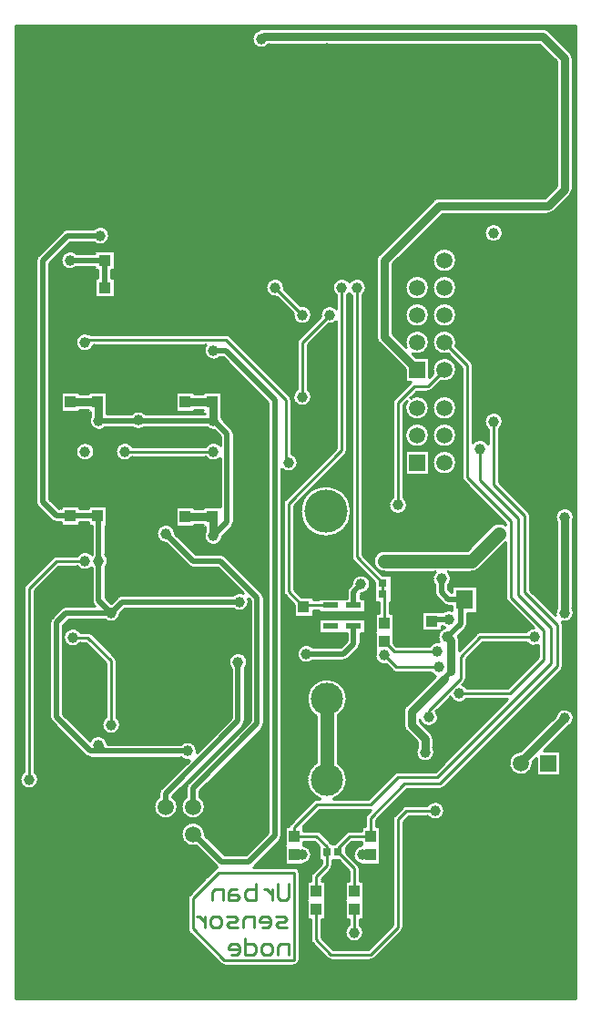
<source format=gbl>
%FSLAX24Y24*%
%MOIN*%
G70*
G01*
G75*
G04 Layer_Physical_Order=2*
%ADD10C,0.0100*%
%ADD11R,0.0394X0.0433*%
%ADD12R,0.0374X0.0354*%
%ADD13R,0.0630X0.0335*%
%ADD14R,0.0315X0.0118*%
%ADD15R,0.0118X0.0315*%
%ADD16R,0.0571X0.0217*%
%ADD17R,0.0236X0.0787*%
%ADD18R,0.0118X0.0787*%
%ADD19R,0.0591X0.0512*%
%ADD20R,0.0354X0.0374*%
%ADD21R,0.0354X0.0374*%
%ADD22R,0.1063X0.0630*%
%ADD23R,0.0433X0.0394*%
%ADD24R,0.0315X0.0630*%
%ADD25R,0.0709X0.0630*%
%ADD26R,0.0433X0.0394*%
%ADD27R,0.0940X0.1000*%
%ADD28R,0.1300X0.1600*%
%ADD29R,0.6693X0.2500*%
%ADD30R,0.0787X0.0787*%
%ADD31R,0.0236X0.0866*%
%ADD32R,0.0236X0.0866*%
%ADD33R,0.0709X0.1063*%
%ADD34R,0.0394X0.0433*%
%ADD35R,0.0374X0.0354*%
%ADD36R,0.0630X0.0709*%
%ADD37C,0.0400*%
%ADD38C,0.0300*%
%ADD39C,0.0200*%
%ADD40C,0.0500*%
%ADD41C,0.0591*%
%ADD42R,0.0591X0.0591*%
%ADD43C,0.1181*%
%ADD44C,0.1181*%
%ADD45C,0.1575*%
%ADD46C,0.0394*%
%ADD47C,0.0394*%
%ADD48R,0.0315X0.0315*%
D10*
X19512Y-188D02*
G03*
X19300Y-100I-212J-212D01*
G01*
X19512Y-188D02*
G03*
X19300Y-100I-212J-212D01*
G01*
X20400Y-1200D02*
G03*
X20312Y-988I-300J0D01*
G01*
X20400Y-1200D02*
G03*
X20312Y-988I-300J0D01*
G01*
X20312Y-6212D02*
G03*
X20400Y-6000I-212J212D01*
G01*
X20312Y-6212D02*
G03*
X20400Y-6000I-212J212D01*
G01*
X19500Y-6900D02*
G03*
X19712Y-6812I0J300D01*
G01*
X19500Y-6900D02*
G03*
X19712Y-6812I0J300D01*
G01*
X17847Y-7600D02*
G03*
X17847Y-7600I-347J0D01*
G01*
X16750Y-12450D02*
G03*
X16691Y-12308I-200J0D01*
G01*
X16750Y-12450D02*
G03*
X16691Y-12309I-200J0D01*
G01*
X15500Y-6300D02*
G03*
X15288Y-6388I0J-300D01*
G01*
X15500Y-6300D02*
G03*
X15288Y-6388I0J-300D01*
G01*
X16145Y-8600D02*
G03*
X16145Y-8600I-445J0D01*
G01*
Y-9600D02*
G03*
X16145Y-9600I-445J0D01*
G01*
Y-10600D02*
G03*
X16145Y-10600I-445J0D01*
G01*
Y-11600D02*
G03*
X15840Y-12023I-445J0D01*
G01*
X16123Y-11740D02*
G03*
X16145Y-11600I-423J140D01*
G01*
Y-12600D02*
G03*
X15277Y-12740I-445J0D01*
G01*
X15560Y-13023D02*
G03*
X16145Y-12600I140J423D01*
G01*
X17847Y-14500D02*
G03*
X17300Y-14783I-347J0D01*
G01*
X17700D02*
G03*
X17847Y-14500I-200J283D01*
G01*
X17300Y-15326D02*
G03*
X16750Y-15260I-300J-174D01*
G01*
X20400Y-18174D02*
G03*
X20447Y-18000I-300J174D01*
G01*
G03*
X19800Y-18174I-347J0D01*
G01*
X18850Y-17950D02*
G03*
X18791Y-17808I-200J0D01*
G01*
X18850Y-17950D02*
G03*
X18791Y-17809I-200J0D01*
G01*
X17950Y-18288D02*
G03*
X17417Y-18317I-250J-312D01*
G01*
X16700Y-20000D02*
G03*
X16983Y-19883I0J400D01*
G01*
X16700Y-20000D02*
G03*
X16983Y-19883I0J400D01*
G01*
X16145Y-14000D02*
G03*
X16145Y-14000I-445J0D01*
G01*
Y-15000D02*
G03*
X16145Y-15000I-445J0D01*
G01*
X16350Y-16550D02*
G03*
X16409Y-16691I200J0D01*
G01*
X16145Y-16000D02*
G03*
X16145Y-16000I-445J0D01*
G01*
X16350Y-16550D02*
G03*
X16409Y-16692I200J0D01*
G01*
X15947Y-20250D02*
G03*
X15840Y-20000I-347J0D01*
G01*
X15850Y-20490D02*
G03*
X15947Y-20250I-250J240D01*
G01*
X15145Y-9600D02*
G03*
X15145Y-9600I-445J0D01*
G01*
X13288Y-8388D02*
G03*
X13200Y-8600I212J-212D01*
G01*
X13288Y-8388D02*
G03*
X13200Y-8600I212J-212D01*
G01*
X15145Y-10600D02*
G03*
X15145Y-10600I-445J0D01*
G01*
X14540Y-12015D02*
G03*
X15145Y-11600I160J415D01*
G01*
G03*
X14285Y-11760I-445J0D01*
G01*
X13200Y-11400D02*
G03*
X13288Y-11612I300J0D01*
G01*
X13200Y-11400D02*
G03*
X13288Y-11612I300J0D01*
G01*
X12700Y-9883D02*
G03*
X12847Y-9600I-200J283D01*
G01*
G03*
X12225Y-9389I-347J0D01*
G01*
Y-9811D02*
G03*
X12300Y-9883I275J211D01*
G01*
X12150D02*
G03*
X12225Y-9811I-200J283D01*
G01*
Y-9389D02*
G03*
X11750Y-9883I-275J-211D01*
G01*
X11441Y-10942D02*
G03*
X11750Y-10840I59J342D01*
G01*
Y-10360D02*
G03*
X11158Y-10659I-250J-240D01*
G01*
X15100Y-13400D02*
G03*
X15242Y-13341I0J200D01*
G01*
X15100Y-13400D02*
G03*
X15241Y-13341I0J200D01*
G01*
X15145Y-14000D02*
G03*
X14454Y-13629I-445J0D01*
G01*
X14329Y-13754D02*
G03*
X15145Y-14000I371J-246D01*
G01*
X13859Y-13658D02*
G03*
X13800Y-13800I141J-142D01*
G01*
X13859Y-13659D02*
G03*
X13800Y-13800I141J-141D01*
G01*
X15145Y-15000D02*
G03*
X15145Y-15000I-445J0D01*
G01*
X15360Y-20000D02*
G03*
X15350Y-20490I240J-250D01*
G01*
X14347Y-17550D02*
G03*
X14200Y-17267I-347J0D01*
G01*
X13800D02*
G03*
X14347Y-17550I200J-283D01*
G01*
X13500Y-19200D02*
G03*
X13500Y-20000I0J-400D01*
G01*
X10847Y-13600D02*
G03*
X10700Y-13317I-347J0D01*
G01*
X12091Y-15691D02*
G03*
X12150Y-15550I-141J141D01*
G01*
X12091Y-15692D02*
G03*
X12150Y-15550I-141J142D01*
G01*
X12300Y-19453D02*
G03*
X12359Y-19594I200J0D01*
G01*
X12300Y-19453D02*
G03*
X12359Y-19595I200J0D01*
G01*
X12997Y-20450D02*
G03*
X12303Y-20443I-347J0D01*
G01*
X20447Y-21500D02*
G03*
X20400Y-21326I-347J0D01*
G01*
X19800D02*
G03*
X19762Y-21580I300J-174D01*
G01*
X20014Y-21836D02*
G03*
X20447Y-21500I86J336D01*
G01*
X20050Y-21950D02*
G03*
X20014Y-21836I-200J0D01*
G01*
X20050Y-21950D02*
G03*
X20014Y-21836I-200J0D01*
G01*
X18956Y-22039D02*
G03*
X18702Y-22184I29J-346D01*
G01*
Y-22584D02*
G03*
X19150Y-22689I283J200D01*
G01*
X17950Y-20950D02*
G03*
X18009Y-21091I200J0D01*
G01*
X17950Y-20950D02*
G03*
X18009Y-21092I200J0D01*
G01*
X19991Y-23591D02*
G03*
X20050Y-23450I-141J141D01*
G01*
X19991Y-23592D02*
G03*
X20050Y-23450I-141J142D01*
G01*
X17016Y-22184D02*
G03*
X16874Y-22243I0J-200D01*
G01*
X17016Y-22184D02*
G03*
X16874Y-22243I0J-200D01*
G01*
X16477Y-22077D02*
G03*
X16550Y-21900I-177J177D01*
G01*
X16477Y-22077D02*
G03*
X16550Y-21900I-177J177D01*
G01*
X16250Y-22500D02*
G03*
X16207Y-22346I-300J0D01*
G01*
X16250Y-22500D02*
G03*
X16207Y-22346I-300J0D01*
G01*
X15350Y-20750D02*
G03*
X15423Y-20927I250J0D01*
G01*
X15350Y-20750D02*
G03*
X15423Y-20927I250J0D01*
G01*
X15673Y-21177D02*
G03*
X15850Y-21250I177J177D01*
G01*
X15673Y-21177D02*
G03*
X15850Y-21250I177J177D01*
G01*
X15984Y-21407D02*
G03*
X15622Y-21482I-121J-325D01*
G01*
Y-21982D02*
G03*
X15718Y-22047I240J250D01*
G01*
G03*
X15601Y-22100I82J-337D01*
G01*
X16533Y-24250D02*
G03*
X16361Y-24122I-283J-200D01*
G01*
X15921Y-24561D02*
G03*
X16533Y-24650I328J111D01*
G01*
X15547Y-22147D02*
G03*
X15499Y-22557I253J-237D01*
G01*
G03*
X15167Y-22700I-49J-343D01*
G01*
X15202Y-23684D02*
G03*
X15366Y-23810I283J200D01*
G01*
X16441Y-24041D02*
G03*
X16500Y-23900I-141J141D01*
G01*
X16441Y-24042D02*
G03*
X16500Y-23900I-141J142D01*
G01*
X20447Y-25350D02*
G03*
X19765Y-25261I-347J0D01*
G01*
X20189Y-25685D02*
G03*
X20447Y-25350I-89J335D01*
G01*
X18470Y-26556D02*
G03*
X18945Y-27000I30J-444D01*
G01*
X15712Y-28735D02*
G03*
X15082Y-28535I-347J0D01*
G01*
X15481Y-25319D02*
G03*
X15394Y-25089I-347J0D01*
G01*
X15347Y-26600D02*
G03*
X15300Y-26426I-347J0D01*
G01*
Y-26100D02*
G03*
X15212Y-25888I-300J0D01*
G01*
X14800Y-25410D02*
G03*
X15481Y-25319I335J91D01*
G01*
X15300Y-26100D02*
G03*
X15212Y-25888I-300J0D01*
G01*
X14700Y-26426D02*
G03*
X15347Y-26600I300J-174D01*
G01*
X15550Y-27950D02*
G03*
X15692Y-27891I0J200D01*
G01*
X15550Y-27950D02*
G03*
X15691Y-27891I0J200D01*
G01*
X15082Y-28935D02*
G03*
X15712Y-28735I283J200D01*
G01*
X12657Y-20797D02*
G03*
X12997Y-20450I-7J347D01*
G01*
X12196Y-20550D02*
G03*
X12123Y-20727I177J-177D01*
G01*
X12196Y-20550D02*
G03*
X12123Y-20727I177J-177D01*
G01*
X12550Y-22804D02*
G03*
X12623Y-22627I-177J177D01*
G01*
X12550Y-22804D02*
G03*
X12623Y-22627I-177J177D01*
G01*
X14288Y-24888D02*
G03*
X14200Y-25100I212J-212D01*
G01*
X14288Y-24888D02*
G03*
X14200Y-25100I212J-212D01*
G01*
Y-25600D02*
G03*
X14288Y-25812I300J0D01*
G01*
X14200Y-25600D02*
G03*
X14288Y-25812I300J0D01*
G01*
X14315Y-28535D02*
G03*
X14174Y-28593I0J-200D01*
G01*
X14315Y-28535D02*
G03*
X14174Y-28594I0J-200D01*
G01*
X13187Y-22901D02*
G03*
X13559Y-23392I313J-149D01*
G01*
X13793Y-23625D02*
G03*
X13934Y-23684I141J141D01*
G01*
X14000Y-27300D02*
G03*
X13859Y-27359I0J-200D01*
G01*
X14000Y-27300D02*
G03*
X13858Y-27359I0J-200D01*
G01*
X13792Y-23625D02*
G03*
X13934Y-23684I142J141D01*
G01*
X12000Y-23250D02*
G03*
X12177Y-23177I0J250D01*
G01*
X12000Y-23250D02*
G03*
X12177Y-23177I0J250D01*
G01*
X11800Y-25273D02*
G03*
X12141Y-24650I-400J623D01*
G01*
G03*
X11000Y-25273I-741J0D01*
G01*
X12141Y-27603D02*
G03*
X11800Y-26980I-741J0D01*
G01*
X11650Y-28300D02*
G03*
X12141Y-27603I-250J697D01*
G01*
X11000Y-26980D02*
G03*
X11150Y-28300I400J-623D01*
G01*
X11050D02*
G03*
X10909Y-28359I0J-200D01*
G01*
X11050Y-28300D02*
G03*
X10908Y-28359I0J-200D01*
G01*
X13859Y-28908D02*
G03*
X13800Y-29050I141J-142D01*
G01*
X13859Y-28909D02*
G03*
X13800Y-29050I141J-141D01*
G01*
X12858Y-28859D02*
G03*
X12801Y-29024I141J-142D01*
G01*
X12858Y-28859D02*
G03*
X12801Y-29024I141J-141D01*
G01*
X12600Y-30853D02*
G03*
X12541Y-30711I-200J0D01*
G01*
X12654Y-30006D02*
G03*
X12654Y-30694I46J-344D01*
G01*
X12600Y-30853D02*
G03*
X12541Y-30711I-200J0D01*
G01*
X14141Y-33141D02*
G03*
X14200Y-33000I-141J141D01*
G01*
X14141Y-33142D02*
G03*
X14200Y-33000I-141J142D01*
G01*
X12747Y-33200D02*
G03*
X12600Y-32917I-347J0D01*
G01*
X13000Y-34200D02*
G03*
X13142Y-34141I0J200D01*
G01*
X13000Y-34200D02*
G03*
X13141Y-34141I0J200D01*
G01*
X12235Y-29465D02*
G03*
X12093Y-29524I0J-200D01*
G01*
X12235Y-29465D02*
G03*
X12093Y-29524I0J-200D01*
G01*
X11545Y-30888D02*
G03*
X11603Y-30747I-141J141D01*
G01*
X11157Y-29524D02*
G03*
X11015Y-29465I-142J-141D01*
G01*
X11157Y-29524D02*
G03*
X11015Y-29465I-141J-141D01*
G01*
X11544Y-30889D02*
G03*
X11603Y-30747I-141J142D01*
G01*
X10859Y-31008D02*
G03*
X10800Y-31150I141J-142D01*
G01*
X10859Y-31009D02*
G03*
X10800Y-31150I141J-141D01*
G01*
X12200Y-32917D02*
G03*
X12747Y-33200I200J-283D01*
G01*
X11409Y-34141D02*
G03*
X11550Y-34200I141J141D01*
G01*
X11408Y-34141D02*
G03*
X11550Y-34200I142J141D01*
G01*
X10800Y-33450D02*
G03*
X10859Y-33591I200J0D01*
G01*
X10800Y-33450D02*
G03*
X10859Y-33592I200J0D01*
G01*
X10847Y-10600D02*
G03*
X10441Y-10258I-347J0D01*
G01*
X10359Y-11458D02*
G03*
X10300Y-11600I141J-142D01*
G01*
X10359Y-11459D02*
G03*
X10300Y-11600I141J-141D01*
G01*
X10158Y-10541D02*
G03*
X10847Y-10600I342J-59D01*
G01*
X9100Y-100D02*
G03*
X8915Y-164I0J-300D01*
G01*
G03*
X9283Y-700I85J-336D01*
G01*
X9847Y-9600D02*
G03*
X9559Y-9942I-347J0D01*
G01*
X9100Y-100D02*
G03*
X8915Y-164I0J-300D01*
G01*
X7842Y-11359D02*
G03*
X7700Y-11300I-142J-141D01*
G01*
X7841Y-11359D02*
G03*
X7700Y-11300I-141J-141D01*
G01*
X10300Y-13317D02*
G03*
X10847Y-13600I200J-283D01*
G01*
X6967Y-11700D02*
G03*
X7490Y-12150I283J-200D01*
G01*
X10100Y-13700D02*
G03*
X10041Y-13559I-200J0D01*
G01*
X10100Y-13700D02*
G03*
X10041Y-13558I-200J0D01*
G01*
X10347Y-16000D02*
G03*
X10100Y-15668I-347J0D01*
G01*
X9750Y-16240D02*
G03*
X10347Y-16000I250J240D01*
G01*
X12296Y-17783D02*
G03*
X12296Y-17783I-937J0D01*
G01*
X9859Y-17358D02*
G03*
X9800Y-17500I141J-142D01*
G01*
X9859Y-17359D02*
G03*
X9800Y-17500I141J-141D01*
G01*
X7595Y-14442D02*
G03*
X7550Y-14300I-345J-32D01*
G01*
X8000Y-14950D02*
G03*
X7927Y-14773I-250J0D01*
G01*
X8000Y-14950D02*
G03*
X7927Y-14773I-250J0D01*
G01*
X7500Y-15360D02*
G03*
X6967Y-15400I-250J-240D01*
G01*
Y-15800D02*
G03*
X7500Y-15840I283J200D01*
G01*
X7010Y-14724D02*
G03*
X7267Y-14820I240J250D01*
G01*
X7927Y-18350D02*
G03*
X8000Y-18174I-177J177D01*
G01*
X7927Y-18350D02*
G03*
X8000Y-18174I-177J177D01*
G01*
X6950Y-18500D02*
G03*
X7597Y-18680I300J-174D01*
G01*
X7677Y-19423D02*
G03*
X7500Y-19350I-177J-177D01*
G01*
X7677Y-19423D02*
G03*
X7500Y-19350I-177J-177D01*
G01*
X3447Y-7700D02*
G03*
X2860Y-7450I-347J0D01*
G01*
Y-7950D02*
G03*
X3447Y-7700I240J250D01*
G01*
X2724Y-11300D02*
G03*
X2882Y-11700I-174J-300D01*
G01*
X1900Y-7450D02*
G03*
X1723Y-7523I0J-250D01*
G01*
X1900Y-7450D02*
G03*
X1723Y-7523I0J-250D01*
G01*
X2240Y-8350D02*
G03*
X2240Y-8850I-240J-250D01*
G01*
X823Y-8423D02*
G03*
X750Y-8600I177J-177D01*
G01*
X823Y-8423D02*
G03*
X750Y-8600I177J-177D01*
G01*
X4763Y-14224D02*
G03*
X4237Y-14224I-263J-226D01*
G01*
X4287Y-14724D02*
G03*
X4713Y-14724I213J274D01*
G01*
X2750Y-14300D02*
G03*
X3290Y-14724I300J-174D01*
G01*
X4283Y-15400D02*
G03*
X4283Y-15800I-283J-200D01*
G01*
X5847Y-18593D02*
G03*
X5493Y-18947I-347J-7D01*
G01*
X6323Y-19777D02*
G03*
X6500Y-19850I177J177D01*
G01*
X6323Y-19777D02*
G03*
X6500Y-19850I177J177D01*
G01*
X3397Y-19600D02*
G03*
X3300Y-19360I-347J0D01*
G01*
Y-19840D02*
G03*
X3397Y-19600I-250J240D01*
G01*
X2800Y-19360D02*
G03*
X2267Y-19400I-250J-240D01*
G01*
Y-19800D02*
G03*
X2800Y-19840I283J200D01*
G01*
X2897Y-15600D02*
G03*
X2897Y-15600I-347J0D01*
G01*
X1308Y-18111D02*
G03*
X1485Y-18185I177J177D01*
G01*
X1308Y-18111D02*
G03*
X1485Y-18185I177J177D01*
G01*
X750Y-17450D02*
G03*
X823Y-17627I250J0D01*
G01*
X750Y-17450D02*
G03*
X823Y-17627I250J0D01*
G01*
X1500Y-19400D02*
G03*
X1359Y-19459I0J-200D01*
G01*
X1500Y-19400D02*
G03*
X1358Y-19459I0J-200D01*
G01*
X359Y-20458D02*
G03*
X300Y-20600I141J-142D01*
G01*
X359Y-20459D02*
G03*
X300Y-20600I141J-141D01*
G01*
X9800Y-20715D02*
G03*
X9859Y-20857I200J0D01*
G01*
X9800Y-20715D02*
G03*
X9859Y-20857I200J0D01*
G01*
X10890Y-22750D02*
G03*
X10890Y-23250I-240J-250D01*
G01*
X9100Y-20950D02*
G03*
X9027Y-20773I-250J0D01*
G01*
X9100Y-20950D02*
G03*
X9027Y-20773I-250J0D01*
G01*
X8547Y-21100D02*
G03*
X8525Y-20978I-347J0D01*
G01*
X7960Y-21350D02*
G03*
X8547Y-21100I240J250D01*
G01*
X8400Y-23540D02*
G03*
X8497Y-23300I-250J240D01*
G01*
G03*
X7900Y-23540I-347J0D01*
G01*
X8322Y-20775D02*
G03*
X7960Y-20850I-122J-325D01*
G01*
X9027Y-25727D02*
G03*
X9100Y-25550I-177J177D01*
G01*
X9027Y-25727D02*
G03*
X9100Y-25550I-177J177D01*
G01*
X8327Y-25627D02*
G03*
X8400Y-25450I-177J177D01*
G01*
X8327Y-25627D02*
G03*
X8400Y-25450I-177J177D01*
G01*
X10847Y-30350D02*
G03*
X10546Y-30006I-347J0D01*
G01*
Y-30694D02*
G03*
X10847Y-30350I-46J344D01*
G01*
X10058Y-29209D02*
G03*
X10006Y-29299I141J-142D01*
G01*
X10058Y-29209D02*
G03*
X10006Y-29299I141J-141D01*
G01*
X9677Y-29827D02*
G03*
X9750Y-29650I-177J177D01*
G01*
X9677Y-29827D02*
G03*
X9750Y-29650I-177J177D01*
G01*
X10400Y-31000D02*
G03*
X10200Y-30800I-200J0D01*
G01*
X10400Y-31000D02*
G03*
X10200Y-30800I-200J0D01*
G01*
Y-34400D02*
G03*
X10400Y-34200I0J200D01*
G01*
X10200Y-34400D02*
G03*
X10400Y-34200I0J200D01*
G01*
X6945Y-28600D02*
G03*
X6750Y-28232I-445J0D01*
G01*
X6250D02*
G03*
X6945Y-28600I250J-368D01*
G01*
Y-29600D02*
G03*
X6624Y-30028I-445J0D01*
G01*
X7407Y-30805D02*
G03*
X7309Y-30859I43J-195D01*
G01*
X7407Y-30805D02*
G03*
X7308Y-30859I43J-195D01*
G01*
X7509Y-34341D02*
G03*
X7650Y-34400I141J141D01*
G01*
X7508Y-34341D02*
G03*
X7650Y-34400I142J141D01*
G01*
X3900Y-20850D02*
G03*
X3723Y-20923I0J-250D01*
G01*
X3900Y-20850D02*
G03*
X3723Y-20923I0J-250D01*
G01*
X2800Y-21050D02*
G03*
X2873Y-21227I250J0D01*
G01*
X2800Y-21050D02*
G03*
X2873Y-21227I250J0D01*
G01*
X3260Y-21750D02*
G03*
X3847Y-21507I240J250D01*
G01*
X3700Y-23250D02*
G03*
X3641Y-23109I-200J0D01*
G01*
X2792Y-22259D02*
G03*
X2650Y-22200I-142J-141D01*
G01*
X2791Y-22259D02*
G03*
X2650Y-22200I-141J-141D01*
G01*
X3700Y-23250D02*
G03*
X3641Y-23108I-200J0D01*
G01*
X1850Y-21250D02*
G03*
X1673Y-21323I0J-250D01*
G01*
X1850Y-21250D02*
G03*
X1673Y-21323I0J-250D01*
G01*
X1323Y-21673D02*
G03*
X1250Y-21850I177J-177D01*
G01*
X1323Y-21673D02*
G03*
X1250Y-21850I177J-177D01*
G01*
X2383Y-22200D02*
G03*
X2383Y-22600I-283J-200D01*
G01*
X6323Y-27723D02*
G03*
X6250Y-27900I177J-177D01*
G01*
X6323Y-27723D02*
G03*
X6250Y-27900I177J-177D01*
G01*
X6647Y-26550D02*
G03*
X6060Y-26300I-347J0D01*
G01*
Y-26800D02*
G03*
X6354Y-26893I240J250D01*
G01*
X5945Y-28600D02*
G03*
X5750Y-28232I-445J0D01*
G01*
X5250D02*
G03*
X5945Y-28600I250J-368D01*
G01*
X3847Y-25600D02*
G03*
X3700Y-25317I-347J0D01*
G01*
X3300D02*
G03*
X3847Y-25600I200J-283D01*
G01*
X5323Y-27923D02*
G03*
X5250Y-28100I177J-177D01*
G01*
X3380Y-26300D02*
G03*
X2728Y-26174I-345J-36D01*
G01*
X5323Y-27923D02*
G03*
X5250Y-28100I177J-177D01*
G01*
X2573Y-26727D02*
G03*
X2750Y-26800I177J177D01*
G01*
X2573Y-26727D02*
G03*
X2750Y-26800I177J177D01*
G01*
X6359Y-31808D02*
G03*
X6300Y-31950I141J-142D01*
G01*
X6359Y-31809D02*
G03*
X6300Y-31950I141J-141D01*
G01*
Y-33050D02*
G03*
X6359Y-33191I200J0D01*
G01*
X6300Y-33050D02*
G03*
X6359Y-33192I200J0D01*
G01*
X1250Y-25300D02*
G03*
X1323Y-25477I250J0D01*
G01*
X1250Y-25300D02*
G03*
X1323Y-25477I250J0D01*
G01*
X847Y-27601D02*
G03*
X700Y-27318I-347J0D01*
G01*
X300D02*
G03*
X847Y-27601I200J-283D01*
G01*
X20000Y-676D02*
Y0D01*
X19774Y-450D02*
X20500D01*
X19874Y-550D02*
X20500D01*
X19824Y-500D02*
X20500D01*
X19950Y-626D02*
Y0D01*
X19900Y-576D02*
Y0D01*
X19850Y-526D02*
Y0D01*
X19800Y-476D02*
Y0D01*
X20400Y-1200D02*
Y0D01*
X20350Y-1034D02*
Y0D01*
X20300Y-976D02*
Y0D01*
X20250Y-926D02*
Y0D01*
X20200Y-876D02*
Y0D01*
X20150Y-826D02*
Y0D01*
X20100Y-776D02*
Y0D01*
X20050Y-726D02*
Y0D01*
X19466Y-150D02*
X20500D01*
X19300Y-100D02*
X20500D01*
X19574Y-250D02*
X20500D01*
X19524Y-200D02*
X20500D01*
X19550Y-226D02*
Y0D01*
X19500Y-176D02*
Y0D01*
X19624Y-300D02*
X20500D01*
X19512Y-188D02*
X20312Y-988D01*
X19724Y-400D02*
X20500D01*
X19674Y-350D02*
X20500D01*
X19750Y-426D02*
Y0D01*
X19700Y-376D02*
Y0D01*
X19650Y-326D02*
Y0D01*
X19600Y-276D02*
Y0D01*
X20274Y-950D02*
X20500D01*
X20224Y-900D02*
X20500D01*
X20360Y-1050D02*
X20500D01*
X20324Y-1000D02*
X20500D01*
X20383Y-1100D02*
X20500D01*
X20396Y-1150D02*
X20500D01*
X20396Y-6050D02*
X20500D01*
X20383Y-6100D02*
X20500D01*
X20360Y-6150D02*
X20500D01*
X20324Y-6200D02*
X20500D01*
X20400Y-6000D02*
Y-1200D01*
X20274Y-6250D02*
X20500D01*
X19974Y-650D02*
X20500D01*
X19924Y-600D02*
X20500D01*
X20074Y-750D02*
X20500D01*
X20024Y-700D02*
X20500D01*
X20124Y-800D02*
X20500D01*
X19176Y-700D02*
X19800Y-1324D01*
X20174Y-850D02*
X20500D01*
X19800Y-5876D02*
Y-1324D01*
Y-5876D02*
Y-1324D01*
X19750Y-5926D02*
Y-1274D01*
X20224Y-6300D02*
X20500D01*
X19376D02*
X19800Y-5876D01*
X19600Y-6076D02*
Y-1124D01*
X19550Y-6126D02*
Y-1074D01*
X19700Y-5976D02*
Y-1224D01*
X19650Y-6026D02*
Y-1174D01*
X19450Y-140D02*
Y0D01*
X19400Y-117D02*
Y0D01*
X19350Y-104D02*
Y0D01*
X19200Y-6300D02*
Y-724D01*
X19150Y-6300D02*
Y-700D01*
X19100Y-6300D02*
Y-700D01*
X19050Y-6300D02*
Y-700D01*
X19000Y-6300D02*
Y-700D01*
X18950Y-6300D02*
Y-700D01*
X18900Y-6300D02*
Y-700D01*
X18850Y-6300D02*
Y-700D01*
X18800Y-6300D02*
Y-700D01*
X18750Y-6300D02*
Y-700D01*
X18700Y-6300D02*
Y-700D01*
X18650Y-6300D02*
Y-700D01*
X18600Y-6300D02*
Y-700D01*
X18550Y-6300D02*
Y-700D01*
X18500Y-6300D02*
Y-700D01*
X18450Y-6300D02*
Y-700D01*
X18400Y-6300D02*
Y-700D01*
X18350Y-6300D02*
Y-700D01*
X18300Y-6300D02*
Y-700D01*
X18250Y-6300D02*
Y-700D01*
X18200Y-6300D02*
Y-700D01*
X18150Y-6300D02*
Y-700D01*
X18100Y-6300D02*
Y-700D01*
X18050Y-6300D02*
Y-700D01*
X18000Y-6300D02*
Y-700D01*
X17950Y-6300D02*
Y-700D01*
X17900Y-6300D02*
Y-700D01*
X17850Y-6300D02*
Y-700D01*
X17800Y-6300D02*
Y-700D01*
X19400Y-6276D02*
Y-924D01*
X19350Y-6300D02*
Y-874D01*
X19500Y-6176D02*
Y-1024D01*
X19450Y-6226D02*
Y-974D01*
X17750Y-6300D02*
Y-700D01*
X17700Y-6300D02*
Y-700D01*
X19300Y-6300D02*
Y-824D01*
X19250Y-6300D02*
Y-774D01*
X17650Y-6300D02*
Y-700D01*
X17600Y-6300D02*
Y-700D01*
X17550Y-6300D02*
Y-700D01*
X17500Y-6300D02*
Y-700D01*
X17450Y-6300D02*
Y-700D01*
X17400Y-6300D02*
Y-700D01*
X17350Y-6300D02*
Y-700D01*
X17300Y-6300D02*
Y-700D01*
X17250Y-6300D02*
Y-700D01*
X17200Y-6300D02*
Y-700D01*
X17150Y-6300D02*
Y-700D01*
X17100Y-6300D02*
Y-700D01*
X17050Y-6300D02*
Y-700D01*
X17000Y-6300D02*
Y-700D01*
X16950Y-6300D02*
Y-700D01*
X16900Y-6300D02*
Y-700D01*
X16850Y-6300D02*
Y-700D01*
X16800Y-6300D02*
Y-700D01*
X16750Y-6300D02*
Y-700D01*
X16700Y-6300D02*
Y-700D01*
X16650Y-6300D02*
Y-700D01*
X16600Y-6300D02*
Y-700D01*
X16550Y-6300D02*
Y-700D01*
X16500Y-6300D02*
Y-700D01*
X20174Y-6350D02*
X20500D01*
X20124Y-6400D02*
X20500D01*
X20074Y-6450D02*
X20500D01*
X20024Y-6500D02*
X20500D01*
X20150Y-17657D02*
Y-6374D01*
X20100Y-17653D02*
Y-6424D01*
X19974Y-6550D02*
X20500D01*
X19924Y-6600D02*
X20500D01*
X20400Y-17826D02*
Y-1200D01*
X20350Y-17760D02*
Y-6166D01*
X20300Y-17717D02*
Y-6224D01*
X20250Y-17687D02*
Y-6274D01*
X20200Y-17668D02*
Y-6324D01*
X20050Y-17657D02*
Y-6474D01*
X20000Y-17668D02*
Y-6524D01*
X19950Y-17687D02*
Y-6574D01*
X19874Y-6650D02*
X20500D01*
X19824Y-6700D02*
X20500D01*
X19774Y-6750D02*
X20500D01*
X19724Y-6800D02*
X20500D01*
X19712Y-6812D02*
X20312Y-6212D01*
X19666Y-6850D02*
X20500D01*
X19900Y-17717D02*
Y-6624D01*
X19850Y-17760D02*
Y-6674D01*
X19800Y-17826D02*
Y-6724D01*
X19500Y-6900D02*
X20500D01*
X18850Y-17950D02*
Y-6900D01*
X18800Y-17818D02*
Y-6900D01*
X18750Y-17767D02*
Y-6900D01*
X18700Y-17717D02*
Y-6900D01*
X17740Y-7350D02*
X20500D01*
X17674Y-7300D02*
X20500D01*
X17813Y-7450D02*
X20500D01*
X17783Y-7400D02*
X20500D01*
X17832Y-7500D02*
X20500D01*
X17843Y-7550D02*
X20500D01*
X17847Y-7600D02*
X20500D01*
X17843Y-7650D02*
X20500D01*
X17832Y-7700D02*
X20500D01*
X17813Y-7750D02*
X20500D01*
X17783Y-7800D02*
X20500D01*
X17740Y-7850D02*
X20500D01*
X18650Y-17667D02*
Y-6900D01*
X18600Y-17617D02*
Y-6900D01*
X18550Y-17567D02*
Y-6900D01*
X18500Y-17517D02*
Y-6900D01*
X17674Y-7900D02*
X20500D01*
X16383Y-12000D02*
X20500D01*
X16483Y-12100D02*
X20500D01*
X16433Y-12050D02*
X20500D01*
X16583Y-12200D02*
X20500D01*
X16533Y-12150D02*
X20500D01*
X16683Y-12300D02*
X20500D01*
X16633Y-12250D02*
X20500D01*
X16744Y-12400D02*
X20500D01*
X16723Y-12350D02*
X20500D01*
X16750Y-12450D02*
X20500D01*
X16750Y-12500D02*
X20500D01*
X16750Y-12550D02*
X20500D01*
X16750Y-12600D02*
X20500D01*
X16750Y-12650D02*
X20500D01*
X16750Y-12700D02*
X20500D01*
X18050Y-17067D02*
Y-6900D01*
X18000Y-17017D02*
Y-6900D01*
X17950Y-16967D02*
Y-6900D01*
X17900Y-16917D02*
Y-6900D01*
X17850Y-16867D02*
Y-6900D01*
X17800Y-7426D02*
Y-6900D01*
X17750Y-7360D02*
Y-6900D01*
X17700Y-7317D02*
Y-6900D01*
X18450Y-17467D02*
Y-6900D01*
X18400Y-17417D02*
Y-6900D01*
X18350Y-17367D02*
Y-6900D01*
X18300Y-17317D02*
Y-6900D01*
X18250Y-17267D02*
Y-6900D01*
X18200Y-17217D02*
Y-6900D01*
X18150Y-17167D02*
Y-6900D01*
X18100Y-17117D02*
Y-6900D01*
X17600Y-7268D02*
Y-6900D01*
X17550Y-7257D02*
Y-6900D01*
X17500Y-7253D02*
Y-6900D01*
X17450Y-7257D02*
Y-6900D01*
X16450Y-6300D02*
Y-700D01*
X16400Y-6300D02*
Y-700D01*
X17400Y-7268D02*
Y-6900D01*
X16350Y-6300D02*
Y-700D01*
X17650Y-7287D02*
Y-6900D01*
X17350Y-7287D02*
Y-6900D01*
X17300Y-7317D02*
Y-6900D01*
X17250Y-7360D02*
Y-6900D01*
X17200Y-7426D02*
Y-6900D01*
X17150Y-15187D02*
Y-6900D01*
X17100Y-15168D02*
Y-6900D01*
X17050Y-15157D02*
Y-6900D01*
X17650Y-14187D02*
Y-7913D01*
X17600Y-14168D02*
Y-7932D01*
X17550Y-14157D02*
Y-7943D01*
X17400Y-14168D02*
Y-7932D01*
X17350Y-14187D02*
Y-7913D01*
X17500Y-14153D02*
Y-7947D01*
X17450Y-14157D02*
Y-7943D01*
X17800Y-14326D02*
Y-7774D01*
X17750Y-14260D02*
Y-7840D01*
X17700Y-14217D02*
Y-7883D01*
X17300Y-14217D02*
Y-7883D01*
X17000Y-15153D02*
Y-6900D01*
X16950Y-15157D02*
Y-6900D01*
X17250Y-14260D02*
Y-7840D01*
X17200Y-14326D02*
Y-7774D01*
X16700Y-12318D02*
Y-6900D01*
X16650Y-12267D02*
Y-6900D01*
X16600Y-12217D02*
Y-6900D01*
X16550Y-12167D02*
Y-6900D01*
X16500Y-12117D02*
Y-6900D01*
X16450Y-12067D02*
Y-6900D01*
X16400Y-12017D02*
Y-6900D01*
X16350Y-11967D02*
Y-6900D01*
X16900Y-15168D02*
Y-6900D01*
X16850Y-15187D02*
Y-6900D01*
X16800Y-15217D02*
Y-6900D01*
X16750Y-12450D02*
Y-6900D01*
Y-15260D02*
Y-12450D01*
Y-15260D02*
Y-12450D01*
X15574Y-6950D02*
X20500D01*
X15524Y-7000D02*
X20500D01*
X15474Y-7050D02*
X20500D01*
X15424Y-7100D02*
X20500D01*
X15500Y-6300D02*
X19376D01*
X15500D02*
X19376D01*
X15624Y-6900D02*
X19500D01*
X15624D02*
X19500D01*
X15374Y-7150D02*
X20500D01*
X15324Y-7200D02*
X20500D01*
X15896Y-8200D02*
X20500D01*
X15274Y-7250D02*
X20500D01*
X15224Y-7300D02*
X17326D01*
X15174Y-7350D02*
X17260D01*
X16029Y-8300D02*
X20500D01*
X15975Y-8250D02*
X20500D01*
X15124Y-7400D02*
X17217D01*
X15074Y-7450D02*
X17187D01*
X15024Y-7500D02*
X17168D01*
X14824Y-7700D02*
X17168D01*
X14974Y-7550D02*
X17157D01*
X14924Y-7600D02*
X17153D01*
X14874Y-7650D02*
X17157D01*
X14774Y-7750D02*
X17187D01*
X14574Y-7950D02*
X20500D01*
X14524Y-8000D02*
X20500D01*
X14474Y-8050D02*
X20500D01*
X14424Y-8100D02*
X20500D01*
X14724Y-7800D02*
X17217D01*
X14674Y-7850D02*
X17260D01*
X14624Y-7900D02*
X17326D01*
X14374Y-8150D02*
X20500D01*
X16098Y-8400D02*
X20500D01*
X16119Y-8450D02*
X20500D01*
X16134Y-8500D02*
X20500D01*
X16142Y-8550D02*
X20500D01*
X16145Y-8600D02*
X20500D01*
X16142Y-8650D02*
X20500D01*
X16134Y-8700D02*
X20500D01*
X16119Y-8750D02*
X20500D01*
X16098Y-8800D02*
X20500D01*
X16098Y-9400D02*
X20500D01*
X16134Y-9500D02*
X20500D01*
X16119Y-9450D02*
X20500D01*
X16142Y-9550D02*
X20500D01*
X16145Y-9600D02*
X20500D01*
X16142Y-9650D02*
X20500D01*
X16134Y-9700D02*
X20500D01*
X16068Y-8350D02*
X20500D01*
X16068Y-8850D02*
X20500D01*
X16029Y-8900D02*
X20500D01*
X15975Y-8950D02*
X20500D01*
X15896Y-9000D02*
X20500D01*
X13800Y-9050D02*
X20500D01*
X13800Y-9100D02*
X20500D01*
X13800Y-9150D02*
X20500D01*
X15975Y-9250D02*
X20500D01*
X15896Y-9200D02*
X20500D01*
X16068Y-9350D02*
X20500D01*
X16029Y-9300D02*
X20500D01*
X16119Y-9750D02*
X20500D01*
X16098Y-9800D02*
X20500D01*
X16068Y-9850D02*
X20500D01*
X16029Y-9900D02*
X20500D01*
X16300Y-6300D02*
Y-700D01*
X16250Y-6300D02*
Y-700D01*
X16200Y-6300D02*
Y-700D01*
X16150Y-6300D02*
Y-700D01*
X16100Y-6300D02*
Y-700D01*
X16050Y-6300D02*
Y-700D01*
X16000Y-6300D02*
Y-700D01*
X15950Y-6300D02*
Y-700D01*
X16100Y-8404D02*
Y-6900D01*
X16050Y-8325D02*
Y-6900D01*
X16000Y-8271D02*
Y-6900D01*
X15950Y-8232D02*
Y-6900D01*
X15900Y-6300D02*
Y-700D01*
X15850Y-6300D02*
Y-700D01*
X15900Y-8202D02*
Y-6900D01*
X15850Y-8181D02*
Y-6900D01*
X15800Y-6300D02*
Y-700D01*
X15750Y-6300D02*
Y-700D01*
X15700Y-6300D02*
Y-700D01*
X15650Y-6300D02*
Y-700D01*
X15600Y-6300D02*
Y-700D01*
X15550Y-6300D02*
Y-700D01*
X15500Y-6300D02*
Y-700D01*
X15450Y-6304D02*
Y-700D01*
X15800Y-8166D02*
Y-6900D01*
X15750Y-8158D02*
Y-6900D01*
X15700Y-8155D02*
Y-6900D01*
X15650Y-8158D02*
Y-6900D01*
X15400Y-6317D02*
Y-700D01*
X15350Y-6340D02*
Y-700D01*
X15800Y-9166D02*
Y-9034D01*
X15750Y-9158D02*
Y-9042D01*
X15700Y-9155D02*
Y-9045D01*
X15650Y-9158D02*
Y-9042D01*
X15600Y-8166D02*
Y-6924D01*
X15550Y-8181D02*
Y-6974D01*
X15600Y-9166D02*
Y-9034D01*
X15500Y-8202D02*
Y-7024D01*
X16100Y-9404D02*
Y-8796D01*
X16050Y-9325D02*
Y-8875D01*
X16000Y-9271D02*
Y-8929D01*
X15950Y-9232D02*
Y-8968D01*
X15900Y-9202D02*
Y-8998D01*
X15500Y-9202D02*
Y-8998D01*
X15850Y-9181D02*
Y-9019D01*
X15550Y-9181D02*
Y-9019D01*
X15450Y-8232D02*
Y-7074D01*
X13800Y-8724D02*
X15624Y-6900D01*
X14324Y-8200D02*
X15504D01*
X14274Y-8250D02*
X15425D01*
X15400Y-8271D02*
Y-7124D01*
X14224Y-8300D02*
X15371D01*
X13800Y-8900D02*
X15371D01*
X13800Y-8950D02*
X15425D01*
X15450Y-9232D02*
Y-8968D01*
X14896Y-9200D02*
X15504D01*
X13800Y-9000D02*
X15504D01*
X15400Y-9271D02*
Y-8929D01*
X14975Y-9250D02*
X15425D01*
X15029Y-9300D02*
X15371D01*
X15029Y-9900D02*
X15371D01*
X16068Y-10350D02*
X20500D01*
X16029Y-10300D02*
X20500D01*
X16098Y-10400D02*
X20500D01*
X16119Y-10450D02*
X20500D01*
X16134Y-10500D02*
X20500D01*
X16142Y-10550D02*
X20500D01*
X16145Y-10600D02*
X20500D01*
X16142Y-10650D02*
X20500D01*
X16134Y-10700D02*
X20500D01*
X16119Y-10750D02*
X20500D01*
X16098Y-10800D02*
X20500D01*
X16068Y-10850D02*
X20500D01*
X16300Y-11917D02*
Y-6900D01*
X16250Y-11867D02*
Y-6900D01*
X16200Y-11817D02*
Y-6900D01*
X16150Y-11767D02*
Y-6900D01*
X15975Y-9950D02*
X20500D01*
X15896Y-10000D02*
X20500D01*
X13800Y-10050D02*
X20500D01*
X13800Y-10100D02*
X20500D01*
X13800Y-10150D02*
X20500D01*
X15975Y-10250D02*
X20500D01*
X15896Y-10200D02*
X20500D01*
X16029Y-10900D02*
X20500D01*
X15975Y-10950D02*
X20500D01*
X15896Y-11000D02*
X20500D01*
X13800Y-11050D02*
X20500D01*
X13800Y-11100D02*
X20500D01*
X13800Y-11150D02*
X20500D01*
X16134Y-11500D02*
X20500D01*
X16142Y-11550D02*
X20500D01*
X16145Y-11600D02*
X20500D01*
X16142Y-11650D02*
X20500D01*
X16134Y-11700D02*
X20500D01*
X16183Y-11800D02*
X20500D01*
X16133Y-11750D02*
X20500D01*
X16283Y-11900D02*
X20500D01*
X16233Y-11850D02*
X20500D01*
X16350Y-16550D02*
Y-12533D01*
X16333Y-11950D02*
X20500D01*
X16250Y-19200D02*
Y-12433D01*
X16200Y-19200D02*
Y-12383D01*
X16350Y-16550D02*
Y-12533D01*
X16300Y-19200D02*
Y-12483D01*
X15975Y-11250D02*
X20500D01*
X15896Y-11200D02*
X20500D01*
X16068Y-11350D02*
X20500D01*
X16029Y-11300D02*
X20500D01*
X16098Y-11400D02*
X20500D01*
X16119Y-11450D02*
X20500D01*
X16123Y-11740D02*
X16691Y-12308D01*
X16098Y-12400D02*
X16217D01*
X16142Y-12550D02*
X16350D01*
X15840Y-12023D02*
X16350Y-12533D01*
X16145Y-12600D02*
X16350D01*
X16142Y-12650D02*
X16350D01*
X16119Y-12450D02*
X16267D01*
X16134Y-12500D02*
X16317D01*
X16000Y-10271D02*
Y-9929D01*
X15950Y-10232D02*
Y-9968D01*
X15900Y-10202D02*
Y-9998D01*
X15850Y-10181D02*
Y-10019D01*
X15800Y-10166D02*
Y-10034D01*
X15750Y-10158D02*
Y-10042D01*
X15700Y-10155D02*
Y-10045D01*
X15650Y-10158D02*
Y-10042D01*
X16100Y-10404D02*
Y-9796D01*
X16050Y-10325D02*
Y-9875D01*
X16100Y-11404D02*
Y-10796D01*
X16050Y-11325D02*
Y-10875D01*
X16000Y-11271D02*
Y-10929D01*
X15950Y-11232D02*
Y-10968D01*
X15900Y-11202D02*
Y-10998D01*
X15850Y-11181D02*
Y-11019D01*
X15550Y-10181D02*
Y-10019D01*
X15500Y-10202D02*
Y-9998D01*
X15600Y-10166D02*
Y-10034D01*
X14896Y-10000D02*
X15504D01*
X15450Y-10232D02*
Y-9968D01*
X14975Y-9950D02*
X15425D01*
X14975Y-10250D02*
X15425D01*
X14896Y-10200D02*
X15504D01*
X15450Y-11232D02*
Y-10968D01*
X15400Y-10271D02*
Y-9929D01*
X15500Y-11202D02*
Y-10998D01*
X14896Y-11000D02*
X15504D01*
X15029Y-10300D02*
X15371D01*
X15029Y-10900D02*
X15371D01*
X15400Y-11271D02*
Y-10929D01*
X14975Y-10950D02*
X15425D01*
X15800Y-11166D02*
Y-11034D01*
X15750Y-11158D02*
Y-11042D01*
Y-12158D02*
Y-12042D01*
X15700Y-11155D02*
Y-11045D01*
X15650Y-11158D02*
Y-11042D01*
X15600Y-11166D02*
Y-11034D01*
X15700Y-12155D02*
Y-12045D01*
X15550Y-11181D02*
Y-11019D01*
X15900Y-12202D02*
Y-12083D01*
X15896Y-12200D02*
X16017D01*
X16150Y-19200D02*
Y-12333D01*
X16100Y-12404D02*
Y-12283D01*
X15850Y-12181D02*
Y-12033D01*
X15800Y-12166D02*
Y-12034D01*
X15650Y-12158D02*
Y-12042D01*
X15600Y-12166D02*
Y-12034D01*
X14896Y-11200D02*
X15504D01*
X14896Y-12000D02*
X15504D01*
X14624Y-12100D02*
X15917D01*
X14574Y-12050D02*
X15867D01*
X15029Y-11300D02*
X15371D01*
X14975Y-11250D02*
X15425D01*
X15029Y-11900D02*
X15371D01*
X14975Y-11950D02*
X15425D01*
X15550Y-12181D02*
Y-12019D01*
X15500Y-12202D02*
Y-11998D01*
X15145Y-12200D02*
X15504D01*
X14674Y-12150D02*
X15967D01*
X15450Y-12232D02*
Y-11968D01*
X15400Y-12271D02*
Y-11929D01*
X15145Y-12250D02*
X15425D01*
X15145Y-12300D02*
X15371D01*
X16750Y-12750D02*
X20500D01*
X16750Y-12800D02*
X20500D01*
X16750Y-12850D02*
X20500D01*
X16750Y-12900D02*
X20500D01*
X16750Y-12950D02*
X20500D01*
X16750Y-13000D02*
X20500D01*
X16750Y-13050D02*
X20500D01*
X16750Y-13100D02*
X20500D01*
X16750Y-13150D02*
X20500D01*
X16750Y-13200D02*
X20500D01*
X16750Y-13250D02*
X20500D01*
X16750Y-13300D02*
X20500D01*
X17674Y-14200D02*
X20500D01*
X16750Y-13350D02*
X20500D01*
X17783Y-14300D02*
X20500D01*
X17740Y-14250D02*
X20500D01*
X16750Y-13400D02*
X20500D01*
X16750Y-13450D02*
X20500D01*
X16750Y-13500D02*
X20500D01*
X16750Y-13550D02*
X20500D01*
X16750Y-13600D02*
X20500D01*
X16750Y-13650D02*
X20500D01*
X16750Y-13700D02*
X20500D01*
X16750Y-13750D02*
X20500D01*
X16750Y-13800D02*
X20500D01*
X16750Y-13850D02*
X20500D01*
X16750Y-13900D02*
X20500D01*
X16750Y-13950D02*
X20500D01*
X16750Y-14000D02*
X20500D01*
X16750Y-14050D02*
X20500D01*
X16750Y-14100D02*
X20500D01*
X16750Y-14150D02*
X20500D01*
X17832Y-14400D02*
X20500D01*
X17813Y-14350D02*
X20500D01*
X17843Y-14450D02*
X20500D01*
X17847Y-14500D02*
X20500D01*
X17843Y-14550D02*
X20500D01*
X17832Y-14600D02*
X20500D01*
X17813Y-14650D02*
X20500D01*
X17783Y-14700D02*
X20500D01*
X17740Y-14750D02*
X20500D01*
X17700Y-14800D02*
X20500D01*
X17700Y-14850D02*
X20500D01*
X17700Y-14900D02*
X20500D01*
X17700Y-14950D02*
X20500D01*
X17700Y-15000D02*
X20500D01*
X17700Y-15050D02*
X20500D01*
X17700Y-15100D02*
X20500D01*
X17700Y-15150D02*
X20500D01*
X17700Y-15200D02*
X20500D01*
X17700Y-15250D02*
X20500D01*
X17700Y-15300D02*
X20500D01*
X17700Y-15350D02*
X20500D01*
X17700Y-15400D02*
X20500D01*
X17700Y-15450D02*
X20500D01*
X17700Y-15500D02*
X20500D01*
X17700Y-15550D02*
X20500D01*
X17700Y-15600D02*
X20500D01*
X17700Y-15650D02*
X20500D01*
X17700Y-15700D02*
X20500D01*
X17700Y-15750D02*
X20500D01*
X17700Y-15800D02*
X20500D01*
X17700Y-15850D02*
X20500D01*
X17700Y-15900D02*
X20500D01*
X16750Y-14200D02*
X17326D01*
X17174Y-15200D02*
X17300D01*
X16750Y-14250D02*
X17260D01*
X16750Y-14300D02*
X17217D01*
X16750Y-14350D02*
X17187D01*
X16750Y-14400D02*
X17168D01*
X17800Y-16817D02*
Y-14674D01*
X17750Y-16767D02*
Y-14740D01*
X17700Y-16717D02*
Y-14783D01*
Y-16717D02*
Y-14783D01*
X17250Y-15260D02*
Y-14740D01*
X17200Y-15217D02*
Y-14674D01*
X17300Y-15326D02*
Y-14783D01*
Y-15326D02*
Y-14783D01*
X16750Y-14600D02*
X17168D01*
X16750Y-14700D02*
X17217D01*
X16750Y-14750D02*
X17260D01*
X16750Y-14800D02*
X17300D01*
X16750Y-14450D02*
X17157D01*
X16750Y-14500D02*
X17153D01*
X16750Y-14550D02*
X17157D01*
X16750Y-14650D02*
X17187D01*
X16750Y-14850D02*
X17300D01*
X16750Y-14900D02*
X17300D01*
X16750Y-14950D02*
X17300D01*
X16750Y-15000D02*
X17300D01*
X16750Y-15050D02*
X17300D01*
X16750Y-15100D02*
X17300D01*
X16750Y-15150D02*
X17300D01*
X17783Y-16800D02*
X20500D01*
X17733Y-16750D02*
X20500D01*
X17883Y-16900D02*
X20500D01*
X17833Y-16850D02*
X20500D01*
X17983Y-17000D02*
X20500D01*
X17933Y-16950D02*
X20500D01*
X18083Y-17100D02*
X20500D01*
X18033Y-17050D02*
X20500D01*
X18183Y-17200D02*
X20500D01*
X18133Y-17150D02*
X20500D01*
X18283Y-17300D02*
X20500D01*
X18233Y-17250D02*
X20500D01*
X18383Y-17400D02*
X20500D01*
X18333Y-17350D02*
X20500D01*
X18483Y-17500D02*
X20500D01*
X18433Y-17450D02*
X20500D01*
X17700Y-15950D02*
X20500D01*
X17700Y-16000D02*
X20500D01*
X17700Y-16050D02*
X20500D01*
X17700Y-16100D02*
X20500D01*
X17700Y-16150D02*
X20500D01*
X17700Y-16200D02*
X20500D01*
X17700Y-16250D02*
X20500D01*
X17700Y-16300D02*
X20500D01*
X17700Y-16350D02*
X20500D01*
X17700Y-16400D02*
X20500D01*
X17700Y-16450D02*
X20500D01*
X17700Y-16500D02*
X20500D01*
X17700Y-16550D02*
X20500D01*
X17700Y-16600D02*
X20500D01*
X17700Y-16650D02*
X20500D01*
X17700Y-16700D02*
X20500D01*
X20340Y-17750D02*
X20500D01*
X20274Y-17700D02*
X20500D01*
X20383Y-17800D02*
X20500D01*
X18844Y-17900D02*
X19768D01*
X18850Y-17950D02*
X19757D01*
X18850Y-18050D02*
X19757D01*
X18850Y-18200D02*
X19800D01*
X18850Y-18250D02*
X19800D01*
X18850Y-18300D02*
X19800D01*
X18850Y-18350D02*
X19800D01*
X18850Y-18400D02*
X19800D01*
X18850Y-18450D02*
X19800D01*
X18850Y-18500D02*
X19800D01*
X18850Y-18550D02*
X19800D01*
X18583Y-17600D02*
X20500D01*
X18533Y-17550D02*
X20500D01*
X18683Y-17700D02*
X19926D01*
X18633Y-17650D02*
X20500D01*
X18783Y-17800D02*
X19817D01*
X18733Y-17750D02*
X19860D01*
X18850Y-18600D02*
X19800D01*
X18823Y-17850D02*
X19787D01*
X18850Y-18650D02*
X19800D01*
X18850Y-18700D02*
X19800D01*
X18850Y-18750D02*
X19800D01*
X18850Y-18800D02*
X19800D01*
X18850Y-18850D02*
X19800D01*
X18850Y-18900D02*
X19800D01*
X18850Y-18950D02*
X19800D01*
X18850Y-19000D02*
X19800D01*
X18850Y-19050D02*
X19800D01*
X18850Y-19100D02*
X19800D01*
X18850Y-19150D02*
X19800D01*
X18850Y-19200D02*
X19800D01*
X18850Y-19250D02*
X19800D01*
X18850Y-19300D02*
X19800D01*
X18850Y-19350D02*
X19800D01*
X18850Y-19400D02*
X19800D01*
X18850Y-19450D02*
X19800D01*
X18850Y-19500D02*
X19800D01*
X18850Y-19550D02*
X19800D01*
X18850Y-19600D02*
X19800D01*
X18850Y-19650D02*
X19800D01*
X18850Y-19700D02*
X19800D01*
X18850Y-19750D02*
X19800D01*
X18850Y-19800D02*
X19800D01*
X18850Y-19850D02*
X19800D01*
X18850Y-19900D02*
X19800D01*
X18850Y-19950D02*
X19800D01*
X18850Y-20000D02*
X19800D01*
X18850Y-20050D02*
X19800D01*
X18850Y-20100D02*
X19800D01*
X18850Y-20150D02*
X19800D01*
X18850Y-20200D02*
X19800D01*
X18850Y-20250D02*
X19800D01*
X18850Y-20300D02*
X19800D01*
X18850Y-20350D02*
X19800D01*
X18850Y-20400D02*
X19800D01*
X18850Y-20450D02*
X19800D01*
X18850Y-20500D02*
X19800D01*
X18850Y-20550D02*
X19800D01*
X18850Y-20600D02*
X19800D01*
X18850Y-18000D02*
X19753D01*
X18850Y-18100D02*
X19768D01*
X18850Y-18150D02*
X19787D01*
X17700Y-16717D02*
X18791Y-17808D01*
X17800Y-18213D02*
Y-18083D01*
X17750Y-18203D02*
Y-18033D01*
X17650Y-18203D02*
Y-17933D01*
X17600Y-18213D02*
Y-17883D01*
X17700Y-18200D02*
Y-17983D01*
Y-18200D02*
X17917D01*
X17450Y-18288D02*
Y-17733D01*
X17400Y-18334D02*
Y-17683D01*
X17550Y-18229D02*
Y-17833D01*
X17500Y-18254D02*
Y-17783D01*
X17300Y-18434D02*
Y-17583D01*
X17250Y-18484D02*
Y-17533D01*
X17350Y-18384D02*
Y-17633D01*
X17100Y-18634D02*
Y-17383D01*
X17050Y-18684D02*
Y-17333D01*
X17200Y-18534D02*
Y-17483D01*
X17150Y-18584D02*
Y-17433D01*
X16900Y-18834D02*
Y-17183D01*
X16850Y-18884D02*
Y-17133D01*
X17000Y-18734D02*
Y-17283D01*
X16950Y-18784D02*
Y-17233D01*
X16700Y-19034D02*
Y-16983D01*
X16650Y-19084D02*
Y-16933D01*
X16800Y-18934D02*
Y-17083D01*
X16750Y-18984D02*
Y-17033D01*
X17816Y-19050D02*
X17950D01*
X17766Y-19100D02*
X17950D01*
X17716Y-19150D02*
X17950D01*
X17666Y-19200D02*
X17950D01*
X17616Y-19250D02*
X17950D01*
X17566Y-19300D02*
X17950D01*
X17516Y-19350D02*
X17950D01*
X17466Y-19400D02*
X17950D01*
X17416Y-19450D02*
X17950D01*
X17366Y-19500D02*
X17950D01*
X17316Y-19550D02*
X17950D01*
X17266Y-19600D02*
X17950D01*
X17216Y-19650D02*
X17950D01*
X17166Y-19700D02*
X17950D01*
X17116Y-19750D02*
X17950D01*
X17066Y-19800D02*
X17950D01*
X17016Y-19850D02*
X17950D01*
X16983Y-19883D02*
X17950Y-18916D01*
X16965Y-19900D02*
X17950D01*
X16894Y-19950D02*
X17950D01*
X16914Y-20500D02*
X17950D01*
X16700Y-20000D02*
X17950D01*
X16900Y-20496D02*
Y-19946D01*
X16850Y-20496D02*
Y-19971D01*
X16914Y-20550D02*
X17950D01*
X16914Y-20600D02*
X17950D01*
X16800Y-20496D02*
Y-19987D01*
X16750Y-20496D02*
Y-19997D01*
X16700Y-20496D02*
Y-20000D01*
X16650Y-20496D02*
Y-20000D01*
X16134Y-12700D02*
X16350D01*
X16119Y-12750D02*
X16350D01*
X16098Y-12800D02*
X16350D01*
X16068Y-12850D02*
X16350D01*
X16068Y-13750D02*
X16350D01*
X16029Y-12900D02*
X16350D01*
X16098Y-13800D02*
X16350D01*
X16119Y-13850D02*
X16350D01*
X16134Y-13900D02*
X16350D01*
X16142Y-13950D02*
X16350D01*
X16145Y-14000D02*
X16350D01*
X16142Y-14050D02*
X16350D01*
X16134Y-14100D02*
X16350D01*
X16119Y-14150D02*
X16350D01*
X16098Y-14200D02*
X16350D01*
X16068Y-14250D02*
X16350D01*
X15975Y-12950D02*
X16350D01*
X15896Y-13000D02*
X16350D01*
X15533Y-13050D02*
X16350D01*
X15483Y-13100D02*
X16350D01*
X15433Y-13150D02*
X16350D01*
X15383Y-13200D02*
X16350D01*
X15333Y-13250D02*
X16350D01*
X15283Y-13300D02*
X16350D01*
X15232Y-13350D02*
X16350D01*
X15100Y-13400D02*
X16350D01*
X14633Y-13450D02*
X16350D01*
X14583Y-13500D02*
X16350D01*
X15896Y-13600D02*
X16350D01*
X14533Y-13550D02*
X16350D01*
X16029Y-13700D02*
X16350D01*
X15975Y-13650D02*
X16350D01*
X16029Y-14300D02*
X16350D01*
X16029Y-14700D02*
X16350D01*
X16098Y-14800D02*
X16350D01*
X16068Y-14750D02*
X16350D01*
X16134Y-14900D02*
X16350D01*
X16119Y-14850D02*
X16350D01*
X16142Y-14950D02*
X16350D01*
X16145Y-15000D02*
X16350D01*
X16142Y-15050D02*
X16350D01*
X16134Y-15100D02*
X16350D01*
X16119Y-15150D02*
X16350D01*
X16098Y-15200D02*
X16350D01*
X16068Y-15250D02*
X16350D01*
X16068Y-15750D02*
X16350D01*
X16098Y-15800D02*
X16350D01*
X16119Y-15850D02*
X16350D01*
X15975Y-14350D02*
X16350D01*
X15896Y-14400D02*
X16350D01*
X14200Y-14450D02*
X16350D01*
X14200Y-14500D02*
X16350D01*
X15896Y-14600D02*
X16350D01*
X14200Y-14550D02*
X16350D01*
X16029Y-15300D02*
X16350D01*
X15975Y-14650D02*
X16350D01*
X15975Y-15350D02*
X16350D01*
X15896Y-15400D02*
X16350D01*
X14200Y-15450D02*
X16350D01*
X14200Y-15500D02*
X16350D01*
X15896Y-15600D02*
X16350D01*
X14200Y-15550D02*
X16350D01*
X16029Y-15700D02*
X16350D01*
X15975Y-15650D02*
X16350D01*
X16000Y-13671D02*
Y-12929D01*
X15950Y-13632D02*
Y-12968D01*
X15900Y-13602D02*
Y-12998D01*
X15850Y-13581D02*
Y-13019D01*
X15800Y-13566D02*
Y-13034D01*
X15750Y-13558D02*
Y-13042D01*
X15700Y-13555D02*
Y-13045D01*
X15650Y-13558D02*
Y-13042D01*
X16100Y-13804D02*
Y-12796D01*
X16050Y-13725D02*
Y-12875D01*
X16100Y-14804D02*
Y-14196D01*
X16050Y-14725D02*
Y-14275D01*
X16000Y-14671D02*
Y-14329D01*
X15950Y-14632D02*
Y-14368D01*
X15900Y-14602D02*
Y-14398D01*
X15850Y-14581D02*
Y-14419D01*
X15600Y-13566D02*
Y-13034D01*
X15242Y-13341D02*
X15560Y-13023D01*
X15550Y-13581D02*
Y-13033D01*
X15500Y-13602D02*
Y-13083D01*
X15450Y-13632D02*
Y-13133D01*
X15400Y-13671D02*
Y-13183D01*
X14975Y-13650D02*
X15425D01*
X14896Y-13600D02*
X15504D01*
X15450Y-14632D02*
Y-14368D01*
X15550Y-14581D02*
Y-14419D01*
X14896Y-14400D02*
X15504D01*
X15029Y-13700D02*
X15371D01*
X15029Y-14300D02*
X15371D01*
X15400Y-14671D02*
Y-14329D01*
X14975Y-14350D02*
X15425D01*
X15800Y-14566D02*
Y-14434D01*
X15750Y-14558D02*
Y-14442D01*
X15800Y-15566D02*
Y-15434D01*
X15750Y-15558D02*
Y-15442D01*
X15700Y-14555D02*
Y-14445D01*
X15650Y-14558D02*
Y-14442D01*
X15700Y-15555D02*
Y-15445D01*
X15600Y-14566D02*
Y-14434D01*
X16100Y-15804D02*
Y-15196D01*
X16050Y-15725D02*
Y-15275D01*
X16134Y-15900D02*
X16350D01*
X16000Y-15671D02*
Y-15329D01*
X15950Y-15632D02*
Y-15368D01*
X15900Y-15602D02*
Y-15398D01*
X15850Y-15581D02*
Y-15419D01*
X15650Y-15558D02*
Y-15442D01*
X15500Y-14602D02*
Y-14398D01*
X14896Y-14600D02*
X15504D01*
X14896Y-15400D02*
X15504D01*
X15029Y-14700D02*
X15371D01*
X14975Y-14650D02*
X15425D01*
X15029Y-15300D02*
X15371D01*
X14975Y-15350D02*
X15425D01*
X15600Y-15566D02*
Y-15434D01*
X15500Y-15602D02*
Y-15398D01*
X15550Y-15581D02*
Y-15419D01*
X15145Y-15600D02*
X15504D01*
X15450Y-15632D02*
Y-15368D01*
X15400Y-15671D02*
Y-15329D01*
X15145Y-15650D02*
X15425D01*
X15145Y-15700D02*
X15371D01*
X14332Y-17450D02*
X17167D01*
X14313Y-17400D02*
X17117D01*
X14343Y-17500D02*
X17217D01*
X14347Y-17550D02*
X17267D01*
X14200Y-16850D02*
X16567D01*
X14200Y-16900D02*
X16617D01*
X14283Y-17350D02*
X17067D01*
X14240Y-17300D02*
X17017D01*
X16409Y-16692D02*
X17950Y-18233D01*
X14313Y-17700D02*
X17417D01*
X14283Y-17750D02*
X17467D01*
X14240Y-17800D02*
X17517D01*
X16600Y-19134D02*
Y-16883D01*
X16550Y-19184D02*
Y-16833D01*
X14343Y-17600D02*
X17317D01*
X14332Y-17650D02*
X17367D01*
X14200Y-17150D02*
X16867D01*
X14200Y-17200D02*
X16917D01*
X14200Y-17250D02*
X16967D01*
X14174Y-17850D02*
X17567D01*
X14200Y-16950D02*
X16667D01*
X14200Y-17000D02*
X16717D01*
X14200Y-17050D02*
X16767D01*
X14200Y-17100D02*
X16817D01*
X12700Y-18000D02*
X17717D01*
X12700Y-18050D02*
X17767D01*
X12700Y-18100D02*
X17817D01*
X12700Y-18150D02*
X17867D01*
X12700Y-17900D02*
X17617D01*
X12700Y-17950D02*
X17667D01*
X12700Y-18200D02*
X17700D01*
X12700Y-18250D02*
X17506D01*
X15883Y-20050D02*
X17950D01*
X12700Y-18300D02*
X17435D01*
X15932Y-20150D02*
X17950D01*
X15913Y-20100D02*
X17950D01*
X16534Y-19200D02*
X17417Y-18317D01*
X12700Y-18350D02*
X17384D01*
X15840Y-20000D02*
X16700D01*
X15840D02*
X16700D01*
X15943Y-20200D02*
X17950D01*
X15947Y-20250D02*
X17950D01*
X15943Y-20300D02*
X17950D01*
X15932Y-20350D02*
X17950D01*
X16600Y-20496D02*
Y-20000D01*
X15913Y-20400D02*
X17950D01*
X15984Y-20496D02*
X16914D01*
X15883Y-20450D02*
X17950D01*
X12700Y-18400D02*
X17334D01*
X12700Y-18450D02*
X17284D01*
X12700Y-18500D02*
X17234D01*
X12700Y-18550D02*
X17184D01*
X12700Y-18600D02*
X17134D01*
X12700Y-18650D02*
X17084D01*
X12700Y-18700D02*
X17034D01*
X12700Y-18750D02*
X16984D01*
X12700Y-18800D02*
X16934D01*
X12700Y-18850D02*
X16884D01*
X12700Y-18900D02*
X16834D01*
X12700Y-18950D02*
X16784D01*
X12700Y-19000D02*
X16734D01*
X12700Y-19050D02*
X16684D01*
X12700Y-19100D02*
X16634D01*
X12700Y-19150D02*
X16584D01*
X16142Y-15950D02*
X16350D01*
X16145Y-16000D02*
X16350D01*
X16142Y-16050D02*
X16350D01*
X16134Y-16100D02*
X16350D01*
X16119Y-16150D02*
X16350D01*
X16098Y-16200D02*
X16350D01*
X16068Y-16250D02*
X16350D01*
X16029Y-16300D02*
X16350D01*
X16100Y-19200D02*
Y-16196D01*
X15975Y-16350D02*
X16350D01*
X15896Y-16400D02*
X16350D01*
X16050Y-19200D02*
Y-16275D01*
X16000Y-19200D02*
Y-16329D01*
X15950Y-19200D02*
Y-16368D01*
X15900Y-19200D02*
Y-16398D01*
X15850Y-19200D02*
Y-16419D01*
X14200Y-16450D02*
X16350D01*
X14200Y-16500D02*
X16350D01*
X15145Y-16300D02*
X15371D01*
X15145Y-16350D02*
X15425D01*
X15800Y-19200D02*
Y-16434D01*
X15145Y-16400D02*
X15504D01*
X15750Y-19200D02*
Y-16442D01*
X15700Y-19200D02*
Y-16445D01*
X15650Y-19200D02*
Y-16442D01*
X15600Y-19200D02*
Y-16434D01*
X15450Y-19200D02*
Y-16368D01*
X15400Y-19200D02*
Y-16329D01*
X15550Y-19200D02*
Y-16419D01*
X15500Y-19200D02*
Y-16398D01*
X16500Y-19200D02*
Y-16783D01*
X16450Y-19200D02*
Y-16733D01*
X16550Y-20496D02*
Y-20000D01*
X16500Y-20496D02*
Y-20000D01*
X16350Y-19200D02*
Y-16550D01*
X16450Y-20496D02*
Y-20000D01*
X16400Y-19200D02*
Y-16682D01*
Y-20496D02*
Y-20000D01*
X16350Y-20496D02*
Y-20000D01*
X16300Y-20496D02*
Y-20000D01*
X16250Y-20496D02*
Y-20000D01*
X16200Y-20496D02*
Y-20000D01*
X16150Y-20496D02*
Y-20000D01*
X16100Y-20496D02*
Y-20000D01*
X16050Y-20496D02*
Y-20000D01*
X14200Y-16750D02*
X16467D01*
X14200Y-16800D02*
X16517D01*
X13500Y-19200D02*
X16534D01*
X13500D02*
X16534D01*
X14200Y-16550D02*
X16350D01*
X14200Y-16600D02*
X16356D01*
X14200Y-16650D02*
X16377D01*
X14200Y-16700D02*
X16417D01*
X16000Y-20496D02*
Y-20000D01*
X15850Y-20500D02*
X15984D01*
X15850Y-20550D02*
X15984D01*
X15850Y-20600D02*
X15984D01*
X15850Y-20646D02*
Y-20490D01*
Y-20646D02*
Y-20490D01*
X15300Y-6376D02*
Y-700D01*
X15250Y-6426D02*
Y-700D01*
X15200Y-6476D02*
Y-700D01*
X15150Y-6526D02*
Y-700D01*
X15100Y-6576D02*
Y-700D01*
X15050Y-6626D02*
Y-700D01*
X15000Y-6676D02*
Y-700D01*
X14950Y-6726D02*
Y-700D01*
X15350Y-8325D02*
Y-7174D01*
X15300Y-8404D02*
Y-7224D01*
X15100Y-9404D02*
Y-7424D01*
X15050Y-9325D02*
Y-7474D01*
X15000Y-9271D02*
Y-7524D01*
X14900Y-6776D02*
Y-700D01*
X14950Y-9232D02*
Y-7574D01*
X14900Y-9202D02*
Y-7624D01*
X14850Y-6826D02*
Y-700D01*
X14800Y-6876D02*
Y-700D01*
X14174Y-8350D02*
X15332D01*
X13288Y-8388D02*
X15288Y-6388D01*
X14750Y-6926D02*
Y-700D01*
X14700Y-6976D02*
Y-700D01*
X14650Y-7026D02*
Y-700D01*
X14600Y-7076D02*
Y-700D01*
X14850Y-9181D02*
Y-7674D01*
X14124Y-8400D02*
X15302D01*
X14074Y-8450D02*
X15281D01*
X14024Y-8500D02*
X15266D01*
X14800Y-9166D02*
Y-7724D01*
X14750Y-9158D02*
Y-7774D01*
X14700Y-9155D02*
Y-7824D01*
X14650Y-9158D02*
Y-7874D01*
X15350Y-9325D02*
Y-8875D01*
X15300Y-9404D02*
Y-8796D01*
X15098Y-9400D02*
X15302D01*
X15068Y-9350D02*
X15332D01*
X15119Y-9450D02*
X15281D01*
X15134Y-9500D02*
X15266D01*
X15142Y-9550D02*
X15258D01*
X15145Y-9600D02*
X15255D01*
X15098Y-9800D02*
X15302D01*
X15068Y-9850D02*
X15332D01*
X15350Y-10325D02*
Y-9875D01*
X15068Y-10350D02*
X15332D01*
X15142Y-9650D02*
X15258D01*
X15134Y-9700D02*
X15266D01*
X15119Y-9750D02*
X15281D01*
X15050Y-10325D02*
Y-9875D01*
X13974Y-8550D02*
X15258D01*
X13800Y-8750D02*
X15281D01*
X13800Y-8800D02*
X15302D01*
X13800Y-8850D02*
X15332D01*
X13924Y-8600D02*
X15255D01*
X13874Y-8650D02*
X15258D01*
X13824Y-8700D02*
X15266D01*
X15000Y-10271D02*
Y-9929D01*
X14950Y-10232D02*
Y-9968D01*
X14900Y-10202D02*
Y-9998D01*
X14850Y-10181D02*
Y-10019D01*
X14800Y-10166D02*
Y-10034D01*
X14750Y-10158D02*
Y-10042D01*
X14700Y-10155D02*
Y-10045D01*
X14650Y-10158D02*
Y-10042D01*
X14550Y-7126D02*
Y-700D01*
X14500Y-7176D02*
Y-700D01*
X14450Y-7226D02*
Y-700D01*
X14400Y-7276D02*
Y-700D01*
X14350Y-7326D02*
Y-700D01*
X14300Y-7376D02*
Y-700D01*
X14250Y-7426D02*
Y-700D01*
X14200Y-7476D02*
Y-700D01*
X14600Y-9166D02*
Y-7924D01*
X14550Y-9181D02*
Y-7974D01*
X14500Y-9202D02*
Y-8024D01*
X14450Y-9232D02*
Y-8074D01*
X14150Y-7526D02*
Y-700D01*
X14100Y-7576D02*
Y-700D01*
X14050Y-7626D02*
Y-700D01*
X14000Y-7676D02*
Y-700D01*
X13950Y-7726D02*
Y-700D01*
X13900Y-7776D02*
Y-700D01*
X13850Y-7826D02*
Y-700D01*
X13800Y-7876D02*
Y-700D01*
X13750Y-7926D02*
Y-700D01*
X13700Y-7976D02*
Y-700D01*
X13650Y-8026D02*
Y-700D01*
X13600Y-8076D02*
Y-700D01*
X13550Y-8126D02*
Y-700D01*
X13500Y-8176D02*
Y-700D01*
X13450Y-8226D02*
Y-700D01*
X13400Y-8276D02*
Y-700D01*
X13350Y-8326D02*
Y-700D01*
X13300Y-8376D02*
Y-700D01*
X13250Y-8434D02*
Y-700D01*
X13200Y-8600D02*
Y-700D01*
X14400Y-9271D02*
Y-8124D01*
X13800Y-9200D02*
X14504D01*
X13800Y-9250D02*
X14425D01*
X13800Y-9300D02*
X14371D01*
X14350Y-9325D02*
Y-8174D01*
X14300Y-9404D02*
Y-8224D01*
X13800Y-9350D02*
X14332D01*
X13800Y-9400D02*
X14302D01*
X14500Y-10202D02*
Y-9998D01*
X14450Y-10232D02*
Y-9968D01*
X14600Y-10166D02*
Y-10034D01*
X14550Y-10181D02*
Y-10019D01*
X13800Y-9450D02*
X14281D01*
X13800Y-9500D02*
X14266D01*
X14400Y-10271D02*
Y-9929D01*
X14350Y-10325D02*
Y-9875D01*
X13800Y-9550D02*
X14258D01*
X13800Y-9600D02*
X14255D01*
X13800Y-9650D02*
X14258D01*
X13800Y-9800D02*
X14302D01*
X13800Y-9700D02*
X14266D01*
X13800Y-9750D02*
X14281D01*
X13800Y-9950D02*
X14425D01*
X13800Y-10000D02*
X14504D01*
X13800Y-10200D02*
X14504D01*
X13800Y-10250D02*
X14425D01*
X13800Y-9850D02*
X14332D01*
X13800Y-9900D02*
X14371D01*
X13800Y-10300D02*
X14371D01*
X13800Y-10350D02*
X14332D01*
X15300Y-10404D02*
Y-9796D01*
X15098Y-10400D02*
X15302D01*
X15119Y-10450D02*
X15281D01*
X15134Y-10500D02*
X15266D01*
X15142Y-10550D02*
X15258D01*
X15100Y-10404D02*
Y-9796D01*
X15145Y-10600D02*
X15255D01*
X15142Y-10650D02*
X15258D01*
X15119Y-10750D02*
X15281D01*
X15098Y-10800D02*
X15302D01*
X15350Y-11325D02*
Y-10875D01*
X15300Y-11404D02*
Y-10796D01*
X15250Y-12767D02*
Y-7274D01*
X15200Y-12817D02*
Y-7324D01*
X15150Y-12867D02*
Y-7374D01*
X15134Y-10700D02*
X15266D01*
X15068Y-10850D02*
X15332D01*
X14800Y-11166D02*
Y-11034D01*
X14750Y-11158D02*
Y-11042D01*
X13800Y-10950D02*
X14425D01*
X13800Y-11000D02*
X14504D01*
X14700Y-11155D02*
Y-11045D01*
X14650Y-11158D02*
Y-11042D01*
X15100Y-11404D02*
Y-10796D01*
X15050Y-11325D02*
Y-10875D01*
X15000Y-11271D02*
Y-10929D01*
X14950Y-11232D02*
Y-10968D01*
X14900Y-11202D02*
Y-10998D01*
X14450Y-11232D02*
Y-10968D01*
X14850Y-11181D02*
Y-11019D01*
X14500Y-11202D02*
Y-10998D01*
X15098Y-11400D02*
X15302D01*
X15068Y-11350D02*
X15332D01*
X15119Y-11450D02*
X15281D01*
X15134Y-11500D02*
X15266D01*
X15142Y-11550D02*
X15258D01*
X15145Y-11600D02*
X15255D01*
X15142Y-11650D02*
X15258D01*
X15134Y-11700D02*
X15266D01*
X15300Y-12404D02*
Y-11796D01*
X15098Y-11800D02*
X15302D01*
X15350Y-12325D02*
Y-11875D01*
X15145Y-12350D02*
X15332D01*
X15119Y-11750D02*
X15281D01*
X15100Y-12155D02*
Y-11796D01*
X15145Y-12872D02*
Y-12155D01*
Y-12400D02*
X15302D01*
X15068Y-11850D02*
X15332D01*
X15050Y-12155D02*
Y-11875D01*
X14600Y-11166D02*
Y-11034D01*
X14550Y-11181D02*
Y-11019D01*
X15000Y-12155D02*
Y-11929D01*
X13800Y-11200D02*
X14504D01*
X14950Y-12155D02*
Y-11968D01*
X14900Y-12155D02*
Y-11998D01*
X14850Y-12155D02*
Y-12019D01*
X14679Y-12155D02*
X15145D01*
X14800D02*
Y-12034D01*
X14540Y-12015D02*
X14679Y-12155D01*
X14750D02*
Y-12042D01*
X14700Y-12155D02*
Y-12045D01*
X14300Y-10404D02*
Y-9796D01*
X13800Y-10400D02*
X14302D01*
X14350Y-11325D02*
Y-10875D01*
X14300Y-11404D02*
Y-10796D01*
X13850Y-11326D02*
Y-8674D01*
X13800Y-11276D02*
Y-8724D01*
Y-11276D02*
Y-8724D01*
Y-10450D02*
X14281D01*
X14250Y-11726D02*
Y-8274D01*
X14200Y-11676D02*
Y-8324D01*
X14150Y-11626D02*
Y-8374D01*
X14100Y-11576D02*
Y-8424D01*
X14050Y-11526D02*
Y-8474D01*
X14000Y-11476D02*
Y-8524D01*
X13950Y-11426D02*
Y-8574D01*
X13900Y-11376D02*
Y-8624D01*
X13800Y-10500D02*
X14266D01*
X13800Y-10550D02*
X14258D01*
X13800Y-10800D02*
X14302D01*
X13800Y-10850D02*
X14332D01*
X13800Y-10600D02*
X14255D01*
X13800Y-10650D02*
X14258D01*
X13800Y-10700D02*
X14266D01*
X13800Y-10750D02*
X14281D01*
X13200Y-11400D02*
Y-8600D01*
X13150Y-19406D02*
Y-700D01*
X13800Y-10900D02*
X14371D01*
X13200Y-11400D02*
Y-8600D01*
X13100Y-19600D02*
Y-700D01*
X13050Y-19720D02*
Y-700D01*
X13000Y-19670D02*
Y-700D01*
X12950Y-19620D02*
Y-700D01*
X14400Y-11271D02*
Y-10929D01*
X13800Y-11250D02*
X14425D01*
X13874Y-11350D02*
X14332D01*
X13824Y-11300D02*
X14371D01*
X13974Y-11450D02*
X14281D01*
X13924Y-11400D02*
X14302D01*
X14074Y-11550D02*
X14258D01*
X14024Y-11500D02*
X14266D01*
X14124Y-11600D02*
X14255D01*
X13800Y-11276D02*
X14285Y-11760D01*
X14100Y-13417D02*
Y-12424D01*
X14050Y-13467D02*
Y-12374D01*
X13900Y-13617D02*
Y-12224D01*
X13850Y-13668D02*
Y-12174D01*
X14000Y-13517D02*
Y-12324D01*
X13950Y-13567D02*
Y-12274D01*
X13700Y-17376D02*
Y-12024D01*
X13288Y-11612D02*
X14255Y-12579D01*
X13800Y-13800D02*
Y-12124D01*
X13750Y-17310D02*
Y-12074D01*
X13650Y-19200D02*
Y-11974D01*
X13600Y-19200D02*
Y-11924D01*
X13450Y-19203D02*
Y-11774D01*
X13400Y-19213D02*
Y-11724D01*
X13550Y-19200D02*
Y-11874D01*
X13500Y-19200D02*
Y-11824D01*
X13250Y-19288D02*
Y-11566D01*
X13200Y-19335D02*
Y-11400D01*
X13350Y-19229D02*
Y-11674D01*
X13300Y-19254D02*
Y-11624D01*
X12783Y-9400D02*
X13200D01*
X12740Y-9350D02*
X13200D01*
X12813Y-9450D02*
X13200D01*
X12832Y-9500D02*
X13200D01*
X12800Y-9426D02*
Y-700D01*
X12750Y-9360D02*
Y-700D01*
X12843Y-9550D02*
X13200D01*
X12700Y-9317D02*
Y-700D01*
X12847Y-9600D02*
X13200D01*
X12843Y-9650D02*
X13200D01*
X12832Y-9700D02*
X13200D01*
X12813Y-9750D02*
X13200D01*
X12783Y-9800D02*
X13200D01*
X12740Y-9850D02*
X13200D01*
X12700Y-9900D02*
X13200D01*
X12650Y-9287D02*
Y-700D01*
X12600Y-9268D02*
Y-700D01*
X12674Y-9300D02*
X13200D01*
X12550Y-9257D02*
Y-700D01*
X12500Y-9253D02*
Y-700D01*
X12450Y-9257D02*
Y-700D01*
X12400Y-9268D02*
Y-700D01*
X12350Y-9287D02*
Y-700D01*
X12124Y-9300D02*
X12326D01*
X12700Y-9950D02*
X13200D01*
X12700Y-10000D02*
X13200D01*
X12300Y-9317D02*
Y-700D01*
X12150Y-9900D02*
X12300D01*
X12150Y-9950D02*
X12300D01*
X12700Y-10050D02*
X13200D01*
X12700Y-10100D02*
X13200D01*
X12700Y-10150D02*
X13200D01*
X12700Y-10200D02*
X13200D01*
X12700Y-10250D02*
X13200D01*
X12700Y-10300D02*
X13200D01*
X12700Y-10350D02*
X13200D01*
X12700Y-10400D02*
X13200D01*
X12700Y-10450D02*
X13200D01*
X12700Y-10500D02*
X13200D01*
X12700Y-10550D02*
X13200D01*
X12700Y-10600D02*
X13200D01*
X12700Y-10650D02*
X13200D01*
X12700Y-10700D02*
X13200D01*
X12700Y-10750D02*
X13200D01*
X12700Y-10800D02*
X13200D01*
X12150Y-10000D02*
X12300D01*
X12150Y-10050D02*
X12300D01*
X12150Y-10100D02*
X12300D01*
X12150Y-10150D02*
X12300D01*
X12150Y-10200D02*
X12300D01*
X12150Y-10250D02*
X12300D01*
X12150Y-10300D02*
X12300D01*
X12150Y-10350D02*
X12300D01*
X12700Y-10850D02*
X13200D01*
X12700Y-10900D02*
X13200D01*
X12700Y-10950D02*
X13200D01*
X12700Y-11000D02*
X13200D01*
X12150Y-10400D02*
X12300D01*
X12150Y-10450D02*
X12300D01*
X12150Y-10500D02*
X12300D01*
X12150Y-10550D02*
X12300D01*
X12150Y-9317D02*
Y-700D01*
X12100Y-9287D02*
Y-700D01*
X12050Y-9268D02*
Y-700D01*
X12000Y-9257D02*
Y-700D01*
X11950Y-9253D02*
Y-700D01*
X11900Y-9257D02*
Y-700D01*
X11850Y-9268D02*
Y-700D01*
X11800Y-9287D02*
Y-700D01*
X12250Y-9360D02*
Y-700D01*
X12200Y-9360D02*
Y-700D01*
X11750Y-9317D02*
Y-700D01*
X11700Y-9360D02*
Y-700D01*
X11650Y-9426D02*
Y-700D01*
X11600Y-10268D02*
Y-700D01*
X11550Y-10257D02*
Y-700D01*
X11500Y-10253D02*
Y-700D01*
X11450Y-10257D02*
Y-700D01*
X11400Y-10268D02*
Y-700D01*
X11350Y-10287D02*
Y-700D01*
X11300Y-10317D02*
Y-700D01*
X11250Y-10360D02*
Y-700D01*
X11200Y-10426D02*
Y-700D01*
X10750Y-10360D02*
Y-700D01*
X10700Y-10317D02*
Y-700D01*
X11150Y-10667D02*
Y-700D01*
X11100Y-10717D02*
Y-700D01*
X11050Y-10767D02*
Y-700D01*
X11000Y-10817D02*
Y-700D01*
X10950Y-10867D02*
Y-700D01*
X10900Y-10917D02*
Y-700D01*
X10850Y-10967D02*
Y-700D01*
X10800Y-10426D02*
Y-700D01*
X12150Y-10600D02*
X12300D01*
X12150Y-10650D02*
X12300D01*
X11700Y-10317D02*
Y-9840D01*
X11650Y-10287D02*
Y-9774D01*
X11750Y-10360D02*
Y-9883D01*
Y-10360D02*
Y-9883D01*
X12150Y-10700D02*
X12300D01*
X12150Y-10750D02*
X12300D01*
X12150Y-10800D02*
X12300D01*
X12150Y-10850D02*
X12300D01*
X12150Y-10900D02*
X12300D01*
X12150Y-10950D02*
X12300D01*
X11433D02*
X11750D01*
X10740Y-10350D02*
X11260D01*
X10674Y-10300D02*
X11326D01*
X10813Y-10450D02*
X11187D01*
X10783Y-10400D02*
X11217D01*
X10650Y-10287D02*
Y-700D01*
X10600Y-10268D02*
Y-700D01*
X10832Y-10500D02*
X11168D01*
X10843Y-10550D02*
X11157D01*
X10847Y-10600D02*
X11153D01*
X10843Y-10650D02*
X11157D01*
X10832Y-10700D02*
X11117D01*
X10813Y-10750D02*
X11067D01*
X10783Y-10800D02*
X11017D01*
X10740Y-10850D02*
X10967D01*
X10674Y-10900D02*
X10917D01*
X12700Y-11050D02*
X13200D01*
X12700Y-11100D02*
X13200D01*
X12700Y-11150D02*
X13200D01*
X12700Y-11200D02*
X13200D01*
X12700Y-11250D02*
X13200D01*
X12700Y-11300D02*
X13200D01*
X12700Y-11350D02*
X13200D01*
X12700Y-11400D02*
X13200D01*
X12900Y-19570D02*
Y-700D01*
X12850Y-19520D02*
Y-700D01*
X12700Y-11450D02*
X13204D01*
X12700Y-11500D02*
X13217D01*
X12800Y-19470D02*
Y-9774D01*
X12750Y-19420D02*
Y-9840D01*
X12700Y-19370D02*
Y-9883D01*
Y-19370D02*
Y-9883D01*
X12150Y-11000D02*
X12300D01*
X12150Y-11050D02*
X12300D01*
X12150Y-11100D02*
X12300D01*
X12150Y-11150D02*
X12300D01*
X12150Y-11200D02*
X12300D01*
X12150Y-11250D02*
X12300D01*
X12150Y-11300D02*
X12300D01*
X12150Y-11350D02*
X12300D01*
X12150Y-11400D02*
X12300D01*
X12150Y-11450D02*
X12300D01*
X12700Y-11550D02*
X13240D01*
X12700Y-11600D02*
X13276D01*
X12300Y-19453D02*
Y-9883D01*
X12150Y-11500D02*
X12300D01*
X12150Y-11550D02*
X12300D01*
X12150Y-11600D02*
X12300D01*
X12700Y-11850D02*
X13526D01*
X12700Y-11900D02*
X13576D01*
X12700Y-11950D02*
X13626D01*
X12700Y-12000D02*
X13676D01*
X12700Y-11650D02*
X13326D01*
X12700Y-11700D02*
X13376D01*
X12700Y-11750D02*
X13426D01*
X12700Y-11800D02*
X13476D01*
X12700Y-12250D02*
X13926D01*
X12700Y-12300D02*
X13976D01*
X12700Y-12350D02*
X14026D01*
X12700Y-12400D02*
X14076D01*
X12700Y-12050D02*
X13726D01*
X12700Y-12100D02*
X13776D01*
X12700Y-12150D02*
X13826D01*
X12700Y-12200D02*
X13876D01*
X12150Y-11650D02*
X12300D01*
X12150Y-11700D02*
X12300D01*
X12150Y-11750D02*
X12300D01*
X12150Y-11800D02*
X12300D01*
X12150Y-11850D02*
X12300D01*
X12150Y-11900D02*
X12300D01*
X12150Y-11950D02*
X12300D01*
X12150Y-12000D02*
X12300D01*
X12150Y-12050D02*
X12300D01*
X12150Y-12100D02*
X12300D01*
X12150Y-12150D02*
X12300D01*
X12150Y-12200D02*
X12300D01*
X12150Y-12250D02*
X12300D01*
X12150Y-12300D02*
X12300D01*
X12150Y-12350D02*
X12300D01*
X12150Y-12400D02*
X12300D01*
X12150Y-15550D02*
Y-9883D01*
X11750Y-15467D02*
Y-10840D01*
Y-15467D02*
Y-10840D01*
X11383Y-11000D02*
X11750D01*
X11700Y-15517D02*
Y-10883D01*
X11650Y-15567D02*
Y-10913D01*
X11600Y-15617D02*
Y-10932D01*
X11550Y-15667D02*
Y-10943D01*
X12250Y-17494D02*
Y-9840D01*
X12200Y-17371D02*
Y-9840D01*
X12300Y-19453D02*
Y-9883D01*
X12150Y-17282D02*
Y-9883D01*
X11500Y-15717D02*
Y-10947D01*
X11450Y-15767D02*
Y-10943D01*
X11400Y-15817D02*
Y-10983D01*
X11350Y-15867D02*
Y-11033D01*
X11333Y-11050D02*
X11750D01*
X11283Y-11100D02*
X11750D01*
X11233Y-11150D02*
X11750D01*
X11183Y-11200D02*
X11750D01*
X10800Y-11017D02*
Y-10774D01*
X10750Y-11067D02*
Y-10840D01*
X10700Y-11117D02*
Y-10883D01*
X10650Y-11167D02*
Y-10913D01*
X11300Y-15917D02*
Y-11083D01*
X10700Y-11683D02*
X11441Y-10942D01*
X11133Y-11250D02*
X11750D01*
X11083Y-11300D02*
X11750D01*
X11250Y-15967D02*
Y-11133D01*
X10600Y-11217D02*
Y-10932D01*
X11200Y-16017D02*
Y-11183D01*
X11150Y-16067D02*
Y-11233D01*
X11033Y-11350D02*
X11750D01*
X10983Y-11400D02*
X11750D01*
X10933Y-11450D02*
X11750D01*
X10883Y-11500D02*
X11750D01*
X10833Y-11550D02*
X11750D01*
X10783Y-11600D02*
X11750D01*
X10733Y-11650D02*
X11750D01*
X10700Y-11700D02*
X11750D01*
X11100Y-16117D02*
Y-11283D01*
X11050Y-16167D02*
Y-11333D01*
X11000Y-16217D02*
Y-11383D01*
X10950Y-16267D02*
Y-11433D01*
X10900Y-16317D02*
Y-11483D01*
X10850Y-16367D02*
Y-11533D01*
X10800Y-13426D02*
Y-11583D01*
X10750Y-13360D02*
Y-11633D01*
X10700Y-11750D02*
X11750D01*
X10700Y-11800D02*
X11750D01*
X10700Y-11850D02*
X11750D01*
X10700Y-11900D02*
X11750D01*
X10700Y-11950D02*
X11750D01*
X10700Y-12000D02*
X11750D01*
X10700Y-12050D02*
X11750D01*
X10700Y-12100D02*
X11750D01*
X10700Y-12150D02*
X11750D01*
X10700Y-12200D02*
X11750D01*
X10700Y-12250D02*
X11750D01*
X10700Y-12300D02*
X11750D01*
X10700Y-13317D02*
Y-11683D01*
Y-13317D02*
Y-11683D01*
Y-12350D02*
X11750D01*
X10700Y-12400D02*
X11750D01*
X15145Y-12450D02*
X15281D01*
X15145Y-12500D02*
X15266D01*
X15145Y-12750D02*
X15267D01*
X15145Y-12872D02*
X15277Y-12740D01*
X15145Y-12550D02*
X15258D01*
X15145Y-12600D02*
X15255D01*
X15145Y-12650D02*
X15258D01*
X15145Y-12700D02*
X15266D01*
X15350Y-13725D02*
Y-13233D01*
X15300Y-13804D02*
Y-13283D01*
X15098Y-13800D02*
X15302D01*
X15068Y-13750D02*
X15332D01*
X15100Y-13804D02*
Y-13400D01*
X15050Y-13725D02*
Y-13400D01*
X14683D02*
X15100D01*
X14683D02*
X15100D01*
X14800Y-13566D02*
Y-13400D01*
X14750Y-13558D02*
Y-13400D01*
X14255Y-13045D02*
X14473D01*
X12700Y-13100D02*
X14417D01*
X14700Y-13555D02*
Y-13400D01*
X14650Y-13558D02*
Y-13433D01*
X15000Y-13671D02*
Y-13400D01*
X14950Y-13632D02*
Y-13400D01*
X14900Y-13602D02*
Y-13400D01*
X13859Y-13658D02*
X14458Y-13059D01*
X14850Y-13581D02*
Y-13400D01*
X14454Y-13629D02*
X14683Y-13400D01*
X15119Y-13850D02*
X15281D01*
X15134Y-13900D02*
X15266D01*
X15119Y-14150D02*
X15281D01*
X15098Y-14200D02*
X15302D01*
X15142Y-13950D02*
X15258D01*
X15145Y-14000D02*
X15255D01*
X15142Y-14050D02*
X15258D01*
X15134Y-14100D02*
X15266D01*
X15300Y-14804D02*
Y-14196D01*
X15068Y-14250D02*
X15332D01*
X15350Y-14725D02*
Y-14275D01*
X15068Y-14750D02*
X15332D01*
X15100Y-14804D02*
Y-14196D01*
X15050Y-14725D02*
Y-14275D01*
X15119Y-14850D02*
X15281D01*
X15098Y-14800D02*
X15302D01*
X14850Y-14581D02*
Y-14419D01*
X14800Y-14566D02*
Y-14434D01*
X14750Y-14558D02*
Y-14442D01*
X14700Y-14555D02*
Y-14445D01*
X14200Y-14350D02*
X14425D01*
X14200Y-14400D02*
X14504D01*
X14650Y-14558D02*
Y-14442D01*
X14600Y-14566D02*
Y-14434D01*
X15000Y-14671D02*
Y-14329D01*
X14950Y-14632D02*
Y-14368D01*
X14900Y-14602D02*
Y-14398D01*
X14550Y-14581D02*
Y-14419D01*
X14500Y-14602D02*
Y-14398D01*
X14450Y-14632D02*
Y-14368D01*
X14200Y-14600D02*
X14504D01*
X14200Y-14650D02*
X14425D01*
X12700Y-12600D02*
X14255D01*
X12700Y-12650D02*
X14255D01*
X12700Y-12700D02*
X14255D01*
X12700Y-12750D02*
X14255D01*
X12700Y-12450D02*
X14126D01*
X12700Y-12500D02*
X14176D01*
X12700Y-12550D02*
X14226D01*
X12700Y-12800D02*
X14255D01*
Y-13045D02*
Y-12579D01*
X14250Y-13267D02*
Y-12574D01*
X14350Y-13167D02*
Y-13045D01*
X14300Y-13217D02*
Y-13045D01*
X14200Y-13317D02*
Y-12524D01*
X14150Y-13367D02*
Y-12474D01*
X12700Y-12850D02*
X14255D01*
X12700Y-12900D02*
X14255D01*
X12700Y-13150D02*
X14367D01*
X12700Y-13200D02*
X14317D01*
X12700Y-12950D02*
X14255D01*
X12700Y-13000D02*
X14255D01*
X12700Y-13250D02*
X14267D01*
X12700Y-13300D02*
X14217D01*
X12700Y-13350D02*
X14167D01*
X12700Y-13400D02*
X14117D01*
X12700Y-13450D02*
X14067D01*
X12700Y-13500D02*
X14017D01*
X12700Y-13550D02*
X13967D01*
X12700Y-13600D02*
X13917D01*
X12700Y-13650D02*
X13867D01*
X12700Y-13700D02*
X13827D01*
X14200Y-13883D02*
X14329Y-13754D01*
X12700Y-13750D02*
X13806D01*
X14200Y-14200D02*
X14302D01*
X12700Y-13800D02*
X13800D01*
X12700Y-13850D02*
X13800D01*
X12700Y-13900D02*
X13800D01*
X12700Y-13950D02*
X13800D01*
X12700Y-14000D02*
X13800D01*
X14350Y-14725D02*
Y-14275D01*
X14200Y-14300D02*
X14371D01*
X14400Y-14671D02*
Y-14329D01*
X14200Y-14700D02*
X14371D01*
X14300Y-14804D02*
Y-14196D01*
X14200Y-14250D02*
X14332D01*
X14200Y-14750D02*
X14332D01*
X14200Y-14800D02*
X14302D01*
X12700Y-14050D02*
X13800D01*
X12700Y-14100D02*
X13800D01*
X12700Y-14150D02*
X13800D01*
X12700Y-14200D02*
X13800D01*
X12700Y-14250D02*
X13800D01*
X12700Y-14300D02*
X13800D01*
X12700Y-14350D02*
X13800D01*
X12700Y-14400D02*
X13800D01*
X12700Y-14450D02*
X13800D01*
X12700Y-14500D02*
X13800D01*
X12700Y-14550D02*
X13800D01*
X12700Y-14600D02*
X13800D01*
X12700Y-14650D02*
X13800D01*
X12700Y-14700D02*
X13800D01*
X12700Y-14750D02*
X13800D01*
X12700Y-14800D02*
X13800D01*
X15350Y-15725D02*
Y-15275D01*
X15300Y-15804D02*
Y-15196D01*
X15145Y-15750D02*
X15332D01*
X15145Y-15800D02*
X15302D01*
X15142Y-14950D02*
X15258D01*
X15134Y-14900D02*
X15266D01*
X15145Y-15000D02*
X15255D01*
X15142Y-15050D02*
X15258D01*
X15145Y-15850D02*
X15281D01*
X15145Y-15900D02*
X15266D01*
X15145Y-15950D02*
X15258D01*
X15145Y-16000D02*
X15255D01*
X15250Y-19200D02*
Y-13333D01*
X15200Y-19200D02*
Y-13373D01*
X15150Y-19200D02*
Y-13394D01*
X15145Y-16445D02*
Y-15555D01*
X15134Y-15100D02*
X15266D01*
X15119Y-15150D02*
X15281D01*
X15098Y-15200D02*
X15302D01*
X15068Y-15250D02*
X15332D01*
X15100Y-15555D02*
Y-15196D01*
X15050Y-15555D02*
Y-15275D01*
X15000Y-15555D02*
Y-15329D01*
X14950Y-15555D02*
Y-15368D01*
X14900Y-15555D02*
Y-15398D01*
X14850Y-15555D02*
Y-15419D01*
X14255Y-15555D02*
X15145D01*
X14800D02*
Y-15434D01*
X14750Y-15555D02*
Y-15442D01*
X14700Y-15555D02*
Y-15445D01*
X14650Y-15555D02*
Y-15442D01*
X15300Y-19200D02*
Y-16196D01*
X15145Y-16200D02*
X15302D01*
X15350Y-19200D02*
Y-16275D01*
X15145Y-16250D02*
X15332D01*
X15145Y-16050D02*
X15258D01*
X15145Y-16100D02*
X15266D01*
X15145Y-16150D02*
X15281D01*
X15100Y-19200D02*
Y-16445D01*
X15050Y-19200D02*
Y-16445D01*
X15000Y-19200D02*
Y-16445D01*
X14950Y-19200D02*
Y-16445D01*
X14900Y-19200D02*
Y-16445D01*
X14850Y-19200D02*
Y-16445D01*
X14800Y-19200D02*
Y-16445D01*
X14750Y-19200D02*
Y-16445D01*
X13500Y-20000D02*
X15360D01*
X13500D02*
X15360D01*
X13758Y-20100D02*
X15287D01*
X13380Y-20050D02*
X15317D01*
X14700Y-19200D02*
Y-16445D01*
X14255D02*
X15145D01*
X13758Y-20150D02*
X15268D01*
X13758Y-20200D02*
X15257D01*
X13758Y-20450D02*
X15317D01*
X13758Y-20500D02*
X15350D01*
X13758Y-20550D02*
X15350D01*
X13758Y-20600D02*
X15350D01*
X13758Y-20250D02*
X15253D01*
X13758Y-20300D02*
X15257D01*
X13758Y-20350D02*
X15268D01*
X13758Y-20400D02*
X15287D01*
X14500Y-15555D02*
Y-15398D01*
X14450Y-15555D02*
Y-15368D01*
X14600Y-15555D02*
Y-15434D01*
X14550Y-15555D02*
Y-15419D01*
X14350Y-15555D02*
Y-15275D01*
X14300Y-15555D02*
Y-15196D01*
X14400Y-15555D02*
Y-15329D01*
X14300Y-17376D02*
Y-16445D01*
X14650Y-19200D02*
Y-16445D01*
X14600Y-19200D02*
Y-16445D01*
X14550Y-19200D02*
Y-16445D01*
X14500Y-19200D02*
Y-16445D01*
X14450Y-19200D02*
Y-16445D01*
X14400Y-19200D02*
Y-16445D01*
X14350Y-19200D02*
Y-16445D01*
X14300Y-19200D02*
Y-17724D01*
X14200Y-15250D02*
X14332D01*
X14200Y-15300D02*
X14371D01*
X14200Y-15350D02*
X14425D01*
X14200Y-15400D02*
X14504D01*
X12700Y-14850D02*
X13800D01*
X12700Y-14900D02*
X13800D01*
X14255Y-16445D02*
Y-15555D01*
X14200Y-15200D02*
X14302D01*
X14250Y-17310D02*
Y-13833D01*
X14200Y-17267D02*
Y-13883D01*
X13800Y-17267D02*
Y-13800D01*
Y-17267D02*
Y-13800D01*
X14200Y-17267D02*
Y-13883D01*
X13700Y-19200D02*
Y-17724D01*
X14250Y-19200D02*
Y-17790D01*
X14200Y-19200D02*
Y-17833D01*
X14150Y-19200D02*
Y-17863D01*
X14100Y-19200D02*
Y-17882D01*
X14050Y-19200D02*
Y-17893D01*
X13950Y-19200D02*
Y-17893D01*
X14000Y-19200D02*
Y-17897D01*
X13900Y-19200D02*
Y-17882D01*
X13850Y-19200D02*
Y-17863D01*
X13750Y-19200D02*
Y-17790D01*
X13800Y-19200D02*
Y-17833D01*
X13426Y-20096D02*
X13758D01*
X13330Y-20000D02*
X13500D01*
X13758Y-20489D02*
Y-20096D01*
X13143Y-20489D02*
Y-20379D01*
X12780Y-19450D02*
X13129D01*
X12730Y-19400D02*
X13154D01*
X12880Y-19550D02*
X13103D01*
X12830Y-19500D02*
X13113D01*
X13100Y-19770D02*
Y-19600D01*
X12930D02*
X13100D01*
X12980Y-19650D02*
X13103D01*
X12750Y-20118D02*
Y-19986D01*
X12993Y-20400D02*
X13143D01*
X12997Y-20450D02*
X13143D01*
X12993Y-20500D02*
X13143D01*
X12982Y-20550D02*
X13143D01*
X12963Y-20300D02*
X13064D01*
X12800Y-20137D02*
Y-20036D01*
X12982Y-20350D02*
X13114D01*
X12963Y-20600D02*
X13143D01*
X12150Y-12450D02*
X12300D01*
X12150Y-12500D02*
X12300D01*
X12150Y-12550D02*
X12300D01*
X12150Y-12600D02*
X12300D01*
X12150Y-12650D02*
X12300D01*
X12150Y-12700D02*
X12300D01*
X12150Y-12750D02*
X12300D01*
X12150Y-12800D02*
X12300D01*
X12150Y-12850D02*
X12300D01*
X12150Y-12900D02*
X12300D01*
X12150Y-12950D02*
X12300D01*
X12150Y-13000D02*
X12300D01*
X12150Y-13050D02*
X12300D01*
X12150Y-13100D02*
X12300D01*
X12150Y-13150D02*
X12300D01*
X12150Y-13200D02*
X12300D01*
X12150Y-13250D02*
X12300D01*
X12150Y-13300D02*
X12300D01*
X12150Y-13350D02*
X12300D01*
X12150Y-13400D02*
X12300D01*
X12150Y-13450D02*
X12300D01*
X12150Y-13500D02*
X12300D01*
X12150Y-13550D02*
X12300D01*
X12150Y-13600D02*
X12300D01*
X12150Y-13650D02*
X12300D01*
X12150Y-13700D02*
X12300D01*
X12150Y-13750D02*
X12300D01*
X12150Y-13800D02*
X12300D01*
X12150Y-13850D02*
X12300D01*
X12150Y-13900D02*
X12300D01*
X12150Y-13950D02*
X12300D01*
X12150Y-14000D02*
X12300D01*
X12700Y-14950D02*
X13800D01*
X12700Y-15000D02*
X13800D01*
X12700Y-15050D02*
X13800D01*
X12700Y-15100D02*
X13800D01*
X12700Y-15150D02*
X13800D01*
X12700Y-15200D02*
X13800D01*
X12700Y-15250D02*
X13800D01*
X12700Y-15300D02*
X13800D01*
X12700Y-15350D02*
X13800D01*
X12700Y-15400D02*
X13800D01*
X12700Y-15450D02*
X13800D01*
X12700Y-15500D02*
X13800D01*
X12700Y-15550D02*
X13800D01*
X12700Y-15600D02*
X13800D01*
X12700Y-15650D02*
X13800D01*
X12700Y-15700D02*
X13800D01*
X12150Y-14050D02*
X12300D01*
X12150Y-14100D02*
X12300D01*
X12150Y-14150D02*
X12300D01*
X12150Y-14200D02*
X12300D01*
X12150Y-14250D02*
X12300D01*
X12150Y-14300D02*
X12300D01*
X12150Y-14350D02*
X12300D01*
X12150Y-14400D02*
X12300D01*
X12700Y-15750D02*
X13800D01*
X12700Y-15800D02*
X13800D01*
X12700Y-15850D02*
X13800D01*
X12700Y-15900D02*
X13800D01*
X12700Y-15950D02*
X13800D01*
X12150Y-14450D02*
X12300D01*
X12700Y-16000D02*
X13800D01*
X12700Y-16050D02*
X13800D01*
X10700Y-12450D02*
X11750D01*
X10700Y-12500D02*
X11750D01*
X10700Y-12550D02*
X11750D01*
X10700Y-12600D02*
X11750D01*
X10783Y-13400D02*
X11750D01*
X10740Y-13350D02*
X11750D01*
X10813Y-13450D02*
X11750D01*
X10832Y-13500D02*
X11750D01*
X10847Y-13600D02*
X11750D01*
X10843Y-13550D02*
X11750D01*
X12150Y-14500D02*
X12300D01*
X10843Y-13650D02*
X11750D01*
X10832Y-13700D02*
X11750D01*
X10813Y-13750D02*
X11750D01*
X10783Y-13800D02*
X11750D01*
X10740Y-13850D02*
X11750D01*
X10700Y-12650D02*
X11750D01*
X10700Y-12700D02*
X11750D01*
X10700Y-12750D02*
X11750D01*
X10700Y-12800D02*
X11750D01*
X10700Y-12850D02*
X11750D01*
X10700Y-12900D02*
X11750D01*
X10700Y-12950D02*
X11750D01*
X10700Y-13000D02*
X11750D01*
X10700Y-13050D02*
X11750D01*
X10700Y-13100D02*
X11750D01*
X10700Y-13150D02*
X11750D01*
X10700Y-13200D02*
X11750D01*
X10700Y-13250D02*
X11750D01*
X10700Y-13300D02*
X11750D01*
X10674Y-13900D02*
X11750D01*
X12150Y-14550D02*
X12300D01*
X12150Y-14600D02*
X12300D01*
X12150Y-14650D02*
X12300D01*
X12150Y-14700D02*
X12300D01*
X12150Y-14750D02*
X12300D01*
X12150Y-14800D02*
X12300D01*
X12150Y-14850D02*
X12300D01*
X12150Y-14900D02*
X12300D01*
X12150Y-14950D02*
X12300D01*
X12150Y-15000D02*
X12300D01*
X12150Y-15050D02*
X12300D01*
X12150Y-15100D02*
X12300D01*
X12150Y-15150D02*
X12300D01*
X12150Y-15200D02*
X12300D01*
X12150Y-15250D02*
X12300D01*
X12150Y-15300D02*
X12300D01*
X12150Y-15350D02*
X12300D01*
X12150Y-15400D02*
X12300D01*
X12150Y-15450D02*
X12300D01*
X12150Y-15500D02*
X12300D01*
X12150Y-15550D02*
X12300D01*
X12144Y-15600D02*
X12300D01*
X12123Y-15650D02*
X12300D01*
X12083Y-15700D02*
X12300D01*
X12033Y-15750D02*
X12300D01*
X11983Y-15800D02*
X12300D01*
X11933Y-15850D02*
X12300D01*
X11883Y-15900D02*
X12300D01*
X11833Y-15950D02*
X12300D01*
X11783Y-16000D02*
X12300D01*
X12700Y-16100D02*
X13800D01*
X12700Y-16150D02*
X13800D01*
X12700Y-16200D02*
X13800D01*
X12700Y-16250D02*
X13800D01*
X12700Y-16300D02*
X13800D01*
X12700Y-16350D02*
X13800D01*
X12700Y-16400D02*
X13800D01*
X12700Y-16450D02*
X13800D01*
X12700Y-16500D02*
X13800D01*
X12700Y-16550D02*
X13800D01*
X12700Y-16600D02*
X13800D01*
X12700Y-16650D02*
X13800D01*
X12700Y-16700D02*
X13800D01*
X12700Y-16750D02*
X13800D01*
X12700Y-16800D02*
X13800D01*
X12700Y-16850D02*
X13800D01*
X11733Y-16050D02*
X12300D01*
X11683Y-16100D02*
X12300D01*
X11633Y-16150D02*
X12300D01*
X11583Y-16200D02*
X12300D01*
X11533Y-16250D02*
X12300D01*
X11483Y-16300D02*
X12300D01*
X11433Y-16350D02*
X12300D01*
X11383Y-16400D02*
X12300D01*
X12700Y-16900D02*
X13800D01*
X12700Y-16950D02*
X13800D01*
X12700Y-17000D02*
X13800D01*
X12700Y-17050D02*
X13800D01*
X11333Y-16450D02*
X12300D01*
X11283Y-16500D02*
X12300D01*
X12700Y-17100D02*
X13800D01*
X11233Y-16550D02*
X12300D01*
X12700Y-17150D02*
X13800D01*
X12700Y-17200D02*
X13800D01*
X12700Y-17250D02*
X13800D01*
X12700Y-17300D02*
X13760D01*
X12700Y-17350D02*
X13717D01*
X12700Y-17400D02*
X13687D01*
X12700Y-17450D02*
X13668D01*
X12700Y-17500D02*
X13657D01*
X12700Y-17650D02*
X13668D01*
X12700Y-17750D02*
X13717D01*
X12700Y-17800D02*
X13760D01*
X12700Y-17850D02*
X13826D01*
X12700Y-17550D02*
X13653D01*
X12700Y-17600D02*
X13657D01*
X12700Y-17700D02*
X13687D01*
X12700Y-19200D02*
X13500D01*
X12700Y-19250D02*
X13306D01*
X12700Y-19300D02*
X13235D01*
X12700Y-19370D02*
X13426Y-20096D01*
X12700Y-19350D02*
X13188D01*
X12700Y-20107D02*
Y-19936D01*
X12650Y-20103D02*
Y-19886D01*
X12550Y-20118D02*
Y-19786D01*
X12359Y-19595D02*
X13143Y-20379D01*
X12600Y-20107D02*
Y-19836D01*
X12400Y-20210D02*
Y-19636D01*
X12350Y-20276D02*
Y-19585D01*
X12500Y-20137D02*
Y-19736D01*
X12450Y-20167D02*
Y-19686D01*
X11700Y-16911D02*
Y-16083D01*
X11650Y-16893D02*
Y-16133D01*
X11600Y-16878D02*
Y-16183D01*
X11550Y-16866D02*
Y-16233D01*
X11500Y-16857D02*
Y-16283D01*
X11450Y-16851D02*
Y-16333D01*
X11400Y-16847D02*
Y-16383D01*
X11350Y-16846D02*
Y-16433D01*
X12100Y-17210D02*
Y-15682D01*
X12050Y-17151D02*
Y-15733D01*
X12000Y-17100D02*
Y-15783D01*
X11950Y-17056D02*
Y-15833D01*
X11900Y-17018D02*
Y-15883D01*
X11850Y-16985D02*
Y-15933D01*
X11800Y-16957D02*
Y-15983D01*
X11750Y-16932D02*
Y-16033D01*
X11183Y-16600D02*
X12300D01*
X10800Y-16417D02*
Y-13774D01*
X11133Y-16650D02*
X12300D01*
X11083Y-16700D02*
X12300D01*
X10750Y-16467D02*
Y-13840D01*
X10700Y-16517D02*
Y-13883D01*
X10650Y-16567D02*
Y-13913D01*
X10600Y-16617D02*
Y-13932D01*
X11300Y-16848D02*
Y-16483D01*
X11250Y-16852D02*
Y-16533D01*
X11033Y-16750D02*
X12300D01*
X10983Y-16800D02*
X12300D01*
X11200Y-16860D02*
Y-16583D01*
X11150Y-16869D02*
Y-16633D01*
X11100Y-16882D02*
Y-16683D01*
X11050Y-16898D02*
Y-16733D01*
X12049Y-17150D02*
X12300D01*
X12000Y-17100D02*
X12300D01*
X12129Y-17250D02*
X12300D01*
X12092Y-17200D02*
X12300D01*
X12189Y-17350D02*
X12300D01*
X12161Y-17300D02*
X12300D01*
X12198Y-18200D02*
X12300D01*
X12171Y-18250D02*
X12300D01*
X12141Y-18300D02*
X12300D01*
X12105Y-18350D02*
X12300D01*
Y-20446D02*
Y-19453D01*
X12064Y-18400D02*
X12300D01*
X12250Y-20496D02*
Y-18072D01*
X12200Y-20546D02*
Y-18196D01*
X12196Y-20550D02*
X12303Y-20443D01*
X12150Y-20614D02*
Y-18285D01*
X11672Y-16900D02*
X12300D01*
X11444Y-16850D02*
X12300D01*
X11873Y-17000D02*
X12300D01*
X11787Y-16950D02*
X12300D01*
X11000Y-16917D02*
Y-16783D01*
X10950Y-16940D02*
Y-16833D01*
X10933Y-16850D02*
X11272D01*
X10883Y-16900D02*
X11045D01*
X12017Y-18450D02*
X12300D01*
X11942Y-17050D02*
X12300D01*
X11963Y-18500D02*
X12300D01*
X11898Y-18550D02*
X12300D01*
X11819Y-18600D02*
X12300D01*
X11716Y-18650D02*
X12300D01*
X11555Y-18700D02*
X12300D01*
X20400Y-21326D02*
Y-18174D01*
Y-21326D02*
Y-18174D01*
X19800Y-21326D02*
Y-18174D01*
Y-21326D02*
Y-18174D01*
X19600Y-21417D02*
Y-6883D01*
X19550Y-21367D02*
Y-6896D01*
X19583Y-21400D02*
X19768D01*
X19533Y-21350D02*
X19787D01*
X20383Y-21700D02*
X20500D01*
X19750Y-21567D02*
Y-6774D01*
X19700Y-21517D02*
Y-6824D01*
X19650Y-21467D02*
Y-6860D01*
X19633Y-21450D02*
X19757D01*
X18883Y-20700D02*
X19800D01*
X18850Y-20650D02*
X19800D01*
X18983Y-20800D02*
X19800D01*
X18933Y-20750D02*
X19800D01*
X19083Y-20900D02*
X19800D01*
X19033Y-20850D02*
X19800D01*
X19183Y-21000D02*
X19800D01*
X19133Y-20950D02*
X19800D01*
X19283Y-21100D02*
X19800D01*
X19233Y-21050D02*
X19800D01*
X19383Y-21200D02*
X19800D01*
X19333Y-21150D02*
X19800D01*
X19500Y-21317D02*
Y-6900D01*
X18850Y-20667D02*
X19762Y-21580D01*
X19483Y-21300D02*
X19800D01*
X19433Y-21250D02*
X19800D01*
X20340Y-21750D02*
X20500D01*
X20274Y-21800D02*
X20500D01*
X20023Y-21850D02*
X20500D01*
X20044Y-21900D02*
X20500D01*
X20050Y-21950D02*
Y-21843D01*
Y-21950D02*
X20500D01*
X20050Y-22000D02*
X20500D01*
X20050Y-22050D02*
X20500D01*
X20050Y-22100D02*
X20500D01*
X20050Y-22150D02*
X20500D01*
X20050Y-22200D02*
X20500D01*
X20050Y-22250D02*
X20500D01*
X20050Y-22300D02*
X20500D01*
X20050Y-22350D02*
X20500D01*
X20050Y-22400D02*
X20500D01*
X20050Y-22450D02*
X20500D01*
X20050Y-22500D02*
X20500D01*
X20050Y-22550D02*
X20500D01*
X20050Y-22600D02*
X20500D01*
X20050Y-22650D02*
X20500D01*
X20050Y-22700D02*
X20500D01*
X20050Y-22750D02*
X20500D01*
X20050Y-22800D02*
X20500D01*
X20050Y-22850D02*
X20500D01*
X20050Y-22900D02*
X20500D01*
X20050Y-22950D02*
X20500D01*
X20050Y-23000D02*
X20500D01*
X20050Y-23050D02*
X20500D01*
X20050Y-23100D02*
X20500D01*
X20050Y-23150D02*
X20500D01*
X19150Y-20967D02*
Y-6900D01*
X19100Y-20917D02*
Y-6900D01*
X19050Y-20867D02*
Y-6900D01*
X19000Y-20817D02*
Y-6900D01*
X18950Y-20767D02*
Y-6900D01*
X18900Y-20717D02*
Y-6900D01*
X18850Y-20667D02*
Y-17950D01*
Y-20667D02*
Y-17950D01*
X19450Y-21267D02*
Y-6900D01*
X19400Y-21217D02*
Y-6900D01*
X19350Y-21167D02*
Y-6900D01*
X19300Y-21117D02*
Y-6900D01*
X19250Y-21067D02*
Y-6900D01*
X19200Y-21017D02*
Y-6900D01*
X17950Y-20950D02*
Y-18916D01*
Y-20950D02*
Y-18916D01*
X17900Y-22184D02*
Y-18966D01*
X17850Y-22184D02*
Y-19016D01*
X17800Y-22184D02*
Y-19066D01*
X17750Y-22184D02*
Y-19116D01*
X17700Y-22184D02*
Y-19166D01*
X17650Y-22184D02*
Y-19216D01*
X17600Y-22184D02*
Y-19266D01*
X17550Y-22184D02*
Y-19316D01*
X17500Y-22184D02*
Y-19366D01*
X17450Y-22184D02*
Y-19416D01*
X17400Y-22184D02*
Y-19466D01*
X17350Y-22184D02*
Y-19516D01*
X17300Y-22184D02*
Y-19566D01*
X17250Y-22184D02*
Y-19616D01*
X17200Y-22184D02*
Y-19666D01*
X17150Y-22184D02*
Y-19716D01*
X18800Y-22091D02*
Y-21883D01*
X18750Y-22129D02*
Y-21833D01*
X18850Y-22065D02*
Y-21933D01*
X18600Y-22184D02*
Y-21683D01*
X18550Y-22184D02*
Y-21633D01*
X18700Y-22184D02*
Y-21783D01*
X18650Y-22184D02*
Y-21733D01*
X19150Y-23117D02*
Y-22689D01*
Y-23117D02*
Y-22689D01*
X19100Y-23167D02*
Y-22712D01*
X18400Y-22184D02*
Y-21483D01*
X18350Y-22184D02*
Y-21433D01*
X18500Y-22184D02*
Y-21583D01*
X18450Y-22184D02*
Y-21533D01*
X18200Y-22184D02*
Y-21283D01*
X18009Y-21092D02*
X18956Y-22039D01*
X18300Y-22184D02*
Y-21383D01*
X18250Y-22184D02*
Y-21333D01*
X18150Y-22184D02*
Y-21233D01*
X18100Y-22184D02*
Y-21183D01*
X18050Y-22184D02*
Y-21133D01*
X17016Y-22184D02*
X18702D01*
X17083Y-22600D02*
X18713D01*
X17099Y-22584D02*
X18702D01*
X17100Y-22184D02*
Y-19766D01*
X17050Y-22184D02*
Y-19816D01*
X18000Y-22184D02*
Y-21082D01*
X17950Y-22184D02*
Y-20950D01*
X20050Y-23200D02*
X20500D01*
X20050Y-23250D02*
X20500D01*
X20050Y-23300D02*
X20500D01*
X20050Y-23350D02*
X20500D01*
X20250Y-25037D02*
Y-21813D01*
X20100Y-25003D02*
Y-21847D01*
X20050Y-23450D02*
Y-21950D01*
Y-23400D02*
X20500D01*
Y-35600D02*
Y0D01*
X20450Y-35600D02*
Y0D01*
X20400Y-25176D02*
Y-21674D01*
X20350Y-25110D02*
Y-21740D01*
X20300Y-25067D02*
Y-21783D01*
X20200Y-25018D02*
Y-21832D01*
X20150Y-25007D02*
Y-21843D01*
X20050Y-25007D02*
Y-21950D01*
Y-23450D02*
X20500D01*
X20044Y-23500D02*
X20500D01*
X20023Y-23550D02*
X20500D01*
X19983Y-23600D02*
X20500D01*
X19933Y-23650D02*
X20500D01*
X19883Y-23700D02*
X20500D01*
X20000Y-25018D02*
Y-23582D01*
X19950Y-25037D02*
Y-23633D01*
X19833Y-23750D02*
X20500D01*
X19783Y-23800D02*
X20500D01*
X19900Y-25067D02*
Y-23683D01*
X18017Y-24250D02*
X19150Y-23117D01*
X19850Y-25110D02*
Y-23733D01*
X19800Y-25176D02*
Y-23783D01*
X19733Y-23850D02*
X20500D01*
X19683Y-23900D02*
X20500D01*
X19633Y-23950D02*
X20500D01*
X19583Y-24000D02*
X20500D01*
X19533Y-24050D02*
X20500D01*
X19483Y-24100D02*
X20500D01*
X19433Y-24150D02*
X20500D01*
X19383Y-24200D02*
X20500D01*
X19750Y-25276D02*
Y-23833D01*
X19700Y-25326D02*
Y-23883D01*
X19650Y-25376D02*
Y-23933D01*
X19600Y-25426D02*
Y-23983D01*
X19550Y-25476D02*
Y-24033D01*
X19500Y-25526D02*
Y-24083D01*
X19450Y-25576D02*
Y-24133D01*
X19400Y-25626D02*
Y-24183D01*
X19333Y-24250D02*
X20500D01*
X19283Y-24300D02*
X20500D01*
X19233Y-24350D02*
X20500D01*
X19183Y-24400D02*
X20500D01*
X19133Y-24450D02*
X20500D01*
X19083Y-24500D02*
X20500D01*
X19033Y-24550D02*
X20500D01*
X18983Y-24600D02*
X20500D01*
X19350Y-25676D02*
Y-24233D01*
X19300Y-25726D02*
Y-24283D01*
X18933Y-24650D02*
X20500D01*
X18883Y-24700D02*
X20500D01*
X19250Y-25776D02*
Y-24333D01*
X19200Y-25826D02*
Y-24383D01*
X19150Y-25876D02*
Y-24433D01*
X19100Y-25926D02*
Y-24483D01*
X18700Y-23567D02*
Y-22584D01*
X18650Y-23617D02*
Y-22584D01*
X18600Y-23667D02*
Y-22584D01*
X18550Y-23717D02*
Y-22584D01*
X18500Y-23767D02*
Y-22584D01*
X18450Y-23817D02*
Y-22584D01*
X18400Y-23867D02*
Y-22584D01*
X18350Y-23917D02*
Y-22584D01*
X18300Y-23967D02*
Y-22584D01*
X18250Y-24017D02*
Y-22584D01*
X18200Y-24067D02*
Y-22584D01*
X18150Y-24117D02*
Y-22584D01*
X18100Y-24167D02*
Y-22584D01*
X18050Y-24217D02*
Y-22584D01*
X18000Y-24250D02*
Y-22584D01*
X17950Y-24250D02*
Y-22584D01*
X17900Y-24250D02*
Y-22584D01*
X17850Y-24250D02*
Y-22584D01*
X17800Y-24250D02*
Y-22584D01*
X17750Y-24250D02*
Y-22584D01*
X17700Y-24250D02*
Y-22584D01*
X17650Y-24250D02*
Y-22584D01*
X17600Y-24250D02*
Y-22584D01*
X17550Y-24250D02*
Y-22584D01*
X17500Y-24250D02*
Y-22584D01*
X17450Y-24250D02*
Y-22584D01*
X17400Y-24250D02*
Y-22584D01*
X17350Y-24250D02*
Y-22584D01*
X17300Y-24250D02*
Y-22584D01*
X17250Y-24250D02*
Y-22584D01*
X17200Y-24250D02*
Y-22584D01*
X17150Y-24250D02*
Y-22584D01*
X19050Y-23217D02*
Y-22725D01*
X19000Y-23267D02*
Y-22731D01*
X18950Y-23317D02*
Y-22729D01*
X18900Y-23367D02*
Y-22721D01*
X18800Y-23467D02*
Y-22678D01*
X18750Y-23517D02*
Y-22639D01*
X18850Y-23417D02*
Y-22704D01*
X17900Y-24767D02*
Y-24650D01*
X19050Y-25976D02*
Y-24533D01*
X19000Y-26026D02*
Y-24583D01*
X18950Y-26076D02*
Y-24633D01*
X18900Y-26126D02*
Y-24683D01*
X17850Y-24817D02*
Y-24650D01*
X17800Y-24867D02*
Y-24650D01*
X18850Y-26176D02*
Y-24733D01*
X17750Y-24917D02*
Y-24650D01*
X17700Y-24967D02*
Y-24650D01*
X17650Y-25017D02*
Y-24650D01*
X17600Y-25067D02*
Y-24650D01*
X17550Y-25117D02*
Y-24650D01*
X17100Y-24250D02*
Y-22584D01*
X17050Y-24250D02*
Y-22633D01*
X17500Y-25167D02*
Y-24650D01*
X17450Y-25217D02*
Y-24650D01*
X17400Y-25267D02*
Y-24650D01*
X17350Y-25317D02*
Y-24650D01*
X17300Y-25367D02*
Y-24650D01*
X17250Y-25417D02*
Y-24650D01*
X17200Y-25467D02*
Y-24650D01*
X17150Y-25517D02*
Y-24650D01*
X17100Y-25567D02*
Y-24650D01*
X17050Y-25617D02*
Y-24650D01*
X16914Y-20650D02*
X17950D01*
X16914Y-20700D02*
X17950D01*
X16914Y-20750D02*
X17950D01*
X16914Y-21000D02*
X17956D01*
X16914Y-20800D02*
X17950D01*
X16914Y-20850D02*
X17950D01*
X16914Y-20900D02*
X17950D01*
X16914Y-20950D02*
X17950D01*
X16914Y-21100D02*
X18017D01*
X16914Y-21150D02*
X18067D01*
X16914Y-21200D02*
X18117D01*
X16914Y-21250D02*
X18167D01*
X17000Y-22185D02*
Y-19866D01*
X16950Y-22195D02*
Y-19912D01*
X16914Y-21504D02*
Y-20496D01*
Y-21050D02*
X17977D01*
X16914Y-21300D02*
X18217D01*
X16914Y-21350D02*
X18267D01*
X16914Y-21400D02*
X18317D01*
X16914Y-21450D02*
X18367D01*
X15984Y-20750D02*
Y-20496D01*
X15854Y-20650D02*
X15984D01*
X15850Y-21250D02*
X15984D01*
X15850D02*
X15984D01*
X16914Y-21500D02*
X18417D01*
X16550Y-21504D02*
X16914D01*
X16900Y-22221D02*
Y-21504D01*
X16850Y-22267D02*
Y-21504D01*
X16800Y-22317D02*
Y-21504D01*
X16750Y-22367D02*
Y-21504D01*
X16700Y-22417D02*
Y-21504D01*
X16650Y-22467D02*
Y-21504D01*
X16550Y-21700D02*
X18617D01*
X16550Y-21750D02*
X18667D01*
X16550Y-21800D02*
X18717D01*
X16550Y-21850D02*
X18767D01*
X16550Y-21900D02*
Y-21504D01*
Y-21550D02*
X18467D01*
X16550Y-21600D02*
X18517D01*
X16550Y-21650D02*
X18567D01*
X16550Y-21900D02*
X18817D01*
X16545Y-21950D02*
X18867D01*
X16529Y-22000D02*
X18917D01*
X16500Y-22050D02*
X18892D01*
X16600Y-22517D02*
Y-21504D01*
X16550Y-22567D02*
Y-21504D01*
X16454Y-22100D02*
X18786D01*
X16404Y-22150D02*
X18729D01*
X16354Y-22200D02*
X16938D01*
X16304Y-22250D02*
X16867D01*
X16254Y-22300D02*
X16817D01*
X16207Y-22346D02*
X16477Y-22077D01*
X16233Y-22400D02*
X16717D01*
X16210Y-22350D02*
X16767D01*
X16246Y-22450D02*
X16667D01*
X16250Y-22500D02*
X16617D01*
X16250D02*
Y-22304D01*
Y-22550D02*
X16567D01*
X15950Y-20746D02*
Y-20000D01*
X15900Y-20696D02*
Y-20424D01*
X15850Y-20646D02*
X15954Y-20750D01*
X15423Y-20927D02*
X15673Y-21177D01*
X15350Y-20750D02*
Y-20490D01*
Y-20750D02*
Y-20490D01*
X15450Y-21453D02*
Y-20954D01*
X15400Y-21453D02*
Y-20900D01*
X15550Y-21453D02*
Y-21054D01*
X15500Y-21453D02*
Y-21004D01*
X15250Y-21453D02*
Y-20000D01*
X15200Y-21453D02*
Y-20000D01*
X15350Y-21453D02*
Y-20750D01*
X15300Y-21453D02*
Y-20424D01*
X13758Y-20850D02*
X15371D01*
X13758Y-20900D02*
X15400D01*
X13758Y-20950D02*
X15446D01*
X13758Y-21000D02*
X15496D01*
X13758Y-20650D02*
X15350D01*
X13758Y-20700D02*
X15350D01*
X13758Y-20750D02*
X15350D01*
X13758Y-20800D02*
X15355D01*
X15150Y-21453D02*
Y-20000D01*
X15100Y-21453D02*
Y-20000D01*
X13758Y-21050D02*
X15546D01*
X13758Y-21100D02*
X15596D01*
X15050Y-21453D02*
Y-20000D01*
X15000Y-21453D02*
Y-20000D01*
X14950Y-21453D02*
Y-20000D01*
X14900Y-21453D02*
Y-20000D01*
X15984Y-21407D02*
Y-21250D01*
X15950Y-21396D02*
Y-21250D01*
X15900Y-21387D02*
Y-21250D01*
X15750Y-21404D02*
Y-21229D01*
X15850Y-21385D02*
Y-21250D01*
X15800Y-21391D02*
Y-21245D01*
X15700Y-21426D02*
Y-21200D01*
X15601Y-22050D02*
X15707D01*
X15650Y-21458D02*
Y-21154D01*
X15600Y-21453D02*
Y-21104D01*
X15601Y-22100D02*
Y-21982D01*
X13700Y-21250D02*
X15850D01*
X13700Y-21300D02*
X15984D01*
X13700Y-21350D02*
X15984D01*
X13700Y-21400D02*
X15762D01*
X13700Y-21150D02*
X15646D01*
X13700Y-21200D02*
X15700D01*
X14868Y-21453D02*
X15601D01*
X13700Y-21450D02*
X15661D01*
X14868Y-22147D02*
X15547D01*
X13847Y-22150D02*
X15544D01*
X13847Y-22250D02*
X15480D01*
X13847Y-22300D02*
X15464D01*
X13847Y-22350D02*
X15455D01*
X13847Y-22400D02*
X15454D01*
X13847Y-22450D02*
X15459D01*
X13847Y-22500D02*
X15473D01*
X16933Y-22750D02*
X19150D01*
X16883Y-22800D02*
X19150D01*
X16833Y-22850D02*
X19150D01*
X16783Y-22900D02*
X19150D01*
X17033Y-22650D02*
X18762D01*
X16983Y-22700D02*
X18841D01*
X16733Y-22950D02*
X19150D01*
X16683Y-23000D02*
X19150D01*
X17000Y-24250D02*
Y-22683D01*
X16950Y-24250D02*
Y-22733D01*
X16900Y-24250D02*
Y-22783D01*
X16850Y-24250D02*
Y-22833D01*
X16800Y-24250D02*
Y-22883D01*
X16750Y-24250D02*
Y-22933D01*
X16700Y-24250D02*
Y-22983D01*
X16650Y-24250D02*
Y-23033D01*
X16633Y-23050D02*
X19150D01*
X16583Y-23100D02*
X19150D01*
X16533Y-23150D02*
X19117D01*
X16500Y-23200D02*
X19067D01*
X16500Y-23183D02*
X17099Y-22584D01*
X16250Y-22867D02*
X16874Y-22243D01*
X16500Y-23250D02*
X19017D01*
X16250Y-22600D02*
X16517D01*
X16500Y-23300D02*
X18967D01*
X16500Y-23350D02*
X18917D01*
X16500Y-23400D02*
X18867D01*
X16500Y-23450D02*
X18817D01*
X16600Y-24250D02*
Y-23083D01*
X16550Y-24250D02*
Y-23133D01*
X16500Y-23500D02*
X18767D01*
X16500Y-23550D02*
X18717D01*
X16500Y-23600D02*
X18667D01*
X16500Y-23650D02*
X18617D01*
X16533Y-24250D02*
X18017D01*
X16533D02*
X18017D01*
X16533Y-24650D02*
X18017D01*
X16533D02*
X18017D01*
X17000Y-25667D02*
Y-24650D01*
X16950Y-25717D02*
Y-24650D01*
X16900Y-25767D02*
Y-24650D01*
X16850Y-25817D02*
Y-24650D01*
X16800Y-25867D02*
Y-24650D01*
X16750Y-25917D02*
Y-24650D01*
X16700Y-25967D02*
Y-24650D01*
X16650Y-26017D02*
Y-24650D01*
X16600Y-26067D02*
Y-24650D01*
X16550Y-26117D02*
Y-24650D01*
X16500Y-23700D02*
X18567D01*
X16500Y-23750D02*
X18517D01*
X16500Y-23800D02*
X18467D01*
X16500Y-23850D02*
X18417D01*
X16500Y-23900D02*
X18367D01*
X16494Y-23950D02*
X18317D01*
X16473Y-24000D02*
X18267D01*
X16433Y-24050D02*
X18217D01*
X16383Y-24100D02*
X18167D01*
X15692Y-27891D02*
X19991Y-23592D01*
X16490Y-24200D02*
X18067D01*
X16424Y-24150D02*
X18117D01*
X16490Y-24700D02*
X17967D01*
X15367Y-27300D02*
X18017Y-24650D01*
X16500Y-22617D02*
Y-22050D01*
X16450Y-22667D02*
Y-22104D01*
X16250Y-22650D02*
X16467D01*
X16250Y-22700D02*
X16417D01*
X15450Y-22553D02*
Y-22147D01*
X15400Y-22557D02*
Y-22147D01*
X15350Y-22568D02*
Y-22147D01*
X16400Y-22717D02*
Y-22154D01*
X16350Y-22767D02*
Y-22204D01*
X16500Y-23900D02*
Y-23183D01*
Y-24210D02*
Y-23183D01*
X16300Y-22817D02*
Y-22254D01*
X16250Y-22867D02*
Y-22500D01*
Y-22867D02*
Y-22500D01*
Y-22750D02*
X16367D01*
X15300Y-22587D02*
Y-22147D01*
X13847Y-22550D02*
X15495D01*
X13848Y-22600D02*
X15276D01*
X15250Y-22617D02*
Y-22147D01*
X15200Y-22660D02*
Y-22147D01*
X15150Y-22700D02*
Y-22147D01*
X13898Y-22650D02*
X15210D01*
X15100Y-22700D02*
Y-22147D01*
X13948Y-22700D02*
X15167D01*
X13948D02*
X15167D01*
X15050D02*
Y-22147D01*
X15000Y-22700D02*
Y-22147D01*
X14950Y-22700D02*
Y-22147D01*
X14900Y-22700D02*
Y-22147D01*
X16450Y-24167D02*
Y-24032D01*
X16361Y-24122D02*
X16441Y-24042D01*
X15250Y-23926D02*
Y-23739D01*
X15200Y-23976D02*
Y-23684D01*
X15833Y-24650D02*
X15967D01*
X15783Y-24700D02*
X16010D01*
X16500Y-26167D02*
Y-24690D01*
X15950Y-26717D02*
Y-24624D01*
X16450Y-26217D02*
Y-24733D01*
X16000Y-26667D02*
Y-24690D01*
X15900Y-26767D02*
Y-24583D01*
X15394Y-25089D02*
X15921Y-24561D01*
X15850Y-26817D02*
Y-24633D01*
X15800Y-26867D02*
Y-24683D01*
X15150Y-24026D02*
Y-23684D01*
X13934D02*
X15202D01*
X11755Y-24000D02*
X15176D01*
X11642Y-23950D02*
X15226D01*
X15100Y-24076D02*
Y-23684D01*
X15050Y-24126D02*
Y-23684D01*
X11896Y-24100D02*
X15076D01*
X11834Y-24050D02*
X15126D01*
X15000Y-24176D02*
Y-23684D01*
X14288Y-24888D02*
X15366Y-23810D01*
X11988Y-24200D02*
X14976D01*
X11946Y-24150D02*
X15026D01*
X14950Y-24226D02*
Y-23684D01*
X14900Y-24276D02*
Y-23684D01*
X12053Y-24300D02*
X14876D01*
X12023Y-24250D02*
X14926D01*
X20274Y-25050D02*
X20500D01*
X18833Y-24750D02*
X20500D01*
X20383Y-25150D02*
X20500D01*
X20340Y-25100D02*
X20500D01*
X20383Y-25550D02*
X20500D01*
X20340Y-25600D02*
X20500D01*
X20274Y-25650D02*
X20500D01*
X20174Y-25700D02*
X20500D01*
X20124Y-25750D02*
X20500D01*
X20074Y-25800D02*
X20500D01*
X20024Y-25850D02*
X20500D01*
X19320Y-26555D02*
X20189Y-25685D01*
X19974Y-25900D02*
X20500D01*
X19924Y-25950D02*
X20500D01*
X18783Y-24800D02*
X20500D01*
X18733Y-24850D02*
X20500D01*
X18683Y-24900D02*
X20500D01*
X18633Y-24950D02*
X20500D01*
X18583Y-25000D02*
X20500D01*
X18533Y-25050D02*
X19926D01*
X18483Y-25100D02*
X19860D01*
X18433Y-25150D02*
X19817D01*
X18383Y-25200D02*
X19787D01*
X18333Y-25250D02*
X19768D01*
X18470Y-26556D02*
X19765Y-25261D01*
X18283Y-25300D02*
X19726D01*
X18233Y-25350D02*
X19676D01*
X18183Y-25400D02*
X19626D01*
X18133Y-25450D02*
X19576D01*
X18083Y-25500D02*
X19526D01*
X19874Y-26000D02*
X20500D01*
X19824Y-26050D02*
X20500D01*
X19945Y-26600D02*
X20500D01*
X19945Y-26650D02*
X20500D01*
X19900Y-26555D02*
Y-25974D01*
X19850Y-26555D02*
Y-26024D01*
X19945Y-26700D02*
X20500D01*
X19800Y-26555D02*
Y-26074D01*
X19945Y-26750D02*
X20500D01*
X19945Y-26800D02*
X20500D01*
X19945Y-26850D02*
X20500D01*
X19945Y-26900D02*
X20500D01*
X19945Y-26950D02*
X20500D01*
X19945Y-27000D02*
X20500D01*
X19945Y-27050D02*
X20500D01*
X19945Y-27100D02*
X20500D01*
X19774Y-26100D02*
X20500D01*
X19724Y-26150D02*
X20500D01*
X19674Y-26200D02*
X20500D01*
X19624Y-26250D02*
X20500D01*
X19574Y-26300D02*
X20500D01*
X19524Y-26350D02*
X20500D01*
X19474Y-26400D02*
X20500D01*
X19424Y-26450D02*
X20500D01*
X19750Y-26555D02*
Y-26124D01*
X19374Y-26500D02*
X20500D01*
X19324Y-26550D02*
X20500D01*
X19320Y-26555D02*
X19945D01*
X19700D02*
Y-26174D01*
X19650Y-26555D02*
Y-26224D01*
X19600Y-26555D02*
Y-26274D01*
X19550Y-26555D02*
Y-26324D01*
X18800Y-26226D02*
Y-24783D01*
X18750Y-26276D02*
Y-24833D01*
X18700Y-26326D02*
Y-24883D01*
X18033Y-25550D02*
X19476D01*
X18650Y-26376D02*
Y-24933D01*
X18600Y-26426D02*
Y-24983D01*
X18550Y-26476D02*
Y-25033D01*
X18500Y-26526D02*
Y-25083D01*
X18450Y-26558D02*
Y-25133D01*
X18400Y-26566D02*
Y-25183D01*
X18350Y-26581D02*
Y-25233D01*
X18300Y-26602D02*
Y-25283D01*
X18250Y-26632D02*
Y-25333D01*
X18200Y-26671D02*
Y-25383D01*
X18150Y-26725D02*
Y-25433D01*
X18100Y-26804D02*
Y-25483D01*
X17983Y-25600D02*
X19426D01*
X17933Y-25650D02*
X19376D01*
X17883Y-25700D02*
X19326D01*
X17833Y-25750D02*
X19276D01*
X16424Y-24750D02*
X17917D01*
X16400Y-26267D02*
Y-24763D01*
X16350Y-26317D02*
Y-24782D01*
X15733Y-24750D02*
X16076D01*
X16300Y-26367D02*
Y-24793D01*
X16250Y-26417D02*
Y-24797D01*
X16200Y-26467D02*
Y-24793D01*
X16150Y-26517D02*
Y-24782D01*
X16050Y-26617D02*
Y-24733D01*
X15750Y-26917D02*
Y-24733D01*
X16100Y-26567D02*
Y-24763D01*
X15700Y-26967D02*
Y-24783D01*
X17783Y-25800D02*
X19226D01*
X17733Y-25850D02*
X19176D01*
X17683Y-25900D02*
X19126D01*
X17633Y-25950D02*
X19076D01*
X17583Y-26000D02*
X19026D01*
X17533Y-26050D02*
X18976D01*
X17483Y-26100D02*
X18926D01*
X17433Y-26150D02*
X18876D01*
X19500Y-26555D02*
Y-26374D01*
X19450Y-26555D02*
Y-26424D01*
X18940Y-26934D02*
X19055Y-26820D01*
X18942Y-27050D02*
X19055D01*
X17383Y-26200D02*
X18826D01*
X17333Y-26250D02*
X18776D01*
X18934Y-27100D02*
X19055D01*
X17283Y-26300D02*
X18726D01*
X17233Y-26350D02*
X18676D01*
X17183Y-26400D02*
X18626D01*
X17133Y-26450D02*
X18576D01*
X17083Y-26500D02*
X18526D01*
X17033Y-26550D02*
X18476D01*
X16983Y-26600D02*
X18304D01*
X16933Y-26650D02*
X18225D01*
X16883Y-26700D02*
X18171D01*
X16833Y-26750D02*
X18132D01*
X16783Y-26800D02*
X18102D01*
X16733Y-26850D02*
X18081D01*
X16683Y-26900D02*
X18066D01*
X16633Y-26950D02*
X18058D01*
X16583Y-27000D02*
X18055D01*
X16533Y-27050D02*
X18058D01*
X16483Y-27100D02*
X18066D01*
X19945Y-27150D02*
X20500D01*
X19945Y-27200D02*
X20500D01*
X19945Y-27250D02*
X20500D01*
X19945Y-27300D02*
X20500D01*
X20400Y-35600D02*
Y-25524D01*
X20350Y-35600D02*
Y-25590D01*
X19945Y-27445D02*
Y-26555D01*
Y-27350D02*
X20500D01*
X20300Y-35600D02*
Y-25633D01*
X20250Y-35600D02*
Y-25663D01*
X20200Y-35600D02*
Y-25682D01*
X20150Y-35600D02*
Y-25724D01*
X20100Y-35600D02*
Y-25774D01*
X20050Y-35600D02*
Y-25824D01*
X20000Y-35600D02*
Y-25874D01*
X19950Y-35600D02*
Y-25924D01*
X18919Y-27150D02*
X19055D01*
X18898Y-27200D02*
X19055D01*
X19945Y-27400D02*
X20500D01*
X18868Y-27250D02*
X19055D01*
Y-27445D02*
Y-26820D01*
X18829Y-27300D02*
X19055D01*
X18775Y-27350D02*
X19055D01*
X19050Y-35600D02*
Y-26824D01*
X19000Y-35600D02*
Y-26874D01*
X18950Y-35600D02*
Y-26924D01*
X18900Y-35600D02*
Y-27196D01*
X18850Y-35600D02*
Y-27275D01*
X18800Y-35600D02*
Y-27329D01*
X18750Y-35600D02*
Y-27368D01*
X18700Y-35600D02*
Y-27398D01*
X19900Y-35600D02*
Y-27445D01*
X19850Y-35600D02*
Y-27445D01*
X19800Y-35600D02*
Y-27445D01*
X19750Y-35600D02*
Y-27445D01*
X19700Y-35600D02*
Y-27445D01*
X19650Y-35600D02*
Y-27445D01*
X19600Y-35600D02*
Y-27445D01*
X19550Y-35600D02*
Y-27445D01*
X19500Y-35600D02*
Y-27445D01*
X19450Y-35600D02*
Y-27445D01*
X19400Y-35600D02*
Y-27445D01*
X19350Y-35600D02*
Y-27445D01*
X19300Y-35600D02*
Y-27445D01*
X19250Y-35600D02*
Y-27445D01*
X19200Y-35600D02*
Y-27445D01*
X19150Y-35600D02*
Y-27445D01*
X16133Y-27450D02*
X20500D01*
X16083Y-27500D02*
X20500D01*
X16033Y-27550D02*
X20500D01*
X15983Y-27600D02*
X20500D01*
X19055Y-27445D02*
X19945D01*
X18696Y-27400D02*
X19055D01*
X15933Y-27650D02*
X20500D01*
X15883Y-27700D02*
X20500D01*
X15833Y-27750D02*
X20500D01*
X15783Y-27800D02*
X20500D01*
X15733Y-27850D02*
X20500D01*
X15702Y-28650D02*
X20500D01*
X19100Y-35600D02*
Y-27445D01*
X18650Y-35600D02*
Y-27419D01*
X18600Y-35600D02*
Y-27434D01*
X15710Y-28700D02*
X20500D01*
X18050Y-35600D02*
Y-25533D01*
X18000Y-35600D02*
Y-25583D01*
X17950Y-35600D02*
Y-25633D01*
X17900Y-35600D02*
Y-25683D01*
X17850Y-35600D02*
Y-25733D01*
X17800Y-35600D02*
Y-25783D01*
X17750Y-35600D02*
Y-25833D01*
X17700Y-35600D02*
Y-25883D01*
X17650Y-35600D02*
Y-25933D01*
X17600Y-35600D02*
Y-25983D01*
X17550Y-35600D02*
Y-26033D01*
X17500Y-35600D02*
Y-26083D01*
X17450Y-35600D02*
Y-26133D01*
X17400Y-35600D02*
Y-26183D01*
X17350Y-35600D02*
Y-26233D01*
X17300Y-35600D02*
Y-26283D01*
X17250Y-35600D02*
Y-26333D01*
X17200Y-35600D02*
Y-26383D01*
X17150Y-35600D02*
Y-26433D01*
X17100Y-35600D02*
Y-26483D01*
X17050Y-35600D02*
Y-26533D01*
X17000Y-35600D02*
Y-26583D01*
X16950Y-35600D02*
Y-26633D01*
X16900Y-35600D02*
Y-26683D01*
X16850Y-35600D02*
Y-26733D01*
X16800Y-35600D02*
Y-26783D01*
X16750Y-35600D02*
Y-26833D01*
X16700Y-35600D02*
Y-26883D01*
X16650Y-35600D02*
Y-26933D01*
X16600Y-35600D02*
Y-26983D01*
X16550Y-35600D02*
Y-27033D01*
X16500Y-35600D02*
Y-27083D01*
X18550Y-35600D02*
Y-27442D01*
X18500Y-35600D02*
Y-27445D01*
X18450Y-35600D02*
Y-27442D01*
X18400Y-35600D02*
Y-27434D01*
X16433Y-27150D02*
X18081D01*
X16383Y-27200D02*
X18102D01*
X18350Y-35600D02*
Y-27419D01*
X16333Y-27250D02*
X18132D01*
X18200Y-35600D02*
Y-27329D01*
X18150Y-35600D02*
Y-27275D01*
X18300Y-35600D02*
Y-27398D01*
X18250Y-35600D02*
Y-27368D01*
X18100Y-35600D02*
Y-27196D01*
X16450Y-35600D02*
Y-27133D01*
X16400Y-35600D02*
Y-27183D01*
X16350Y-35600D02*
Y-27233D01*
X16300Y-35600D02*
Y-27283D01*
X16283Y-27300D02*
X18171D01*
X16233Y-27350D02*
X18225D01*
X16183Y-27400D02*
X18304D01*
X16250Y-35600D02*
Y-27333D01*
X16200Y-35600D02*
Y-27383D01*
X16150Y-35600D02*
Y-27433D01*
X15700Y-28643D02*
Y-27883D01*
X16100Y-35600D02*
Y-27483D01*
X16050Y-35600D02*
Y-27533D01*
X16000Y-35600D02*
Y-27583D01*
X15950Y-35600D02*
Y-27633D01*
X15900Y-35600D02*
Y-27683D01*
X15850Y-35600D02*
Y-27733D01*
X15800Y-35600D02*
Y-27783D01*
X15750Y-35600D02*
Y-27833D01*
X15683Y-24800D02*
X17867D01*
X15633Y-24850D02*
X17817D01*
X15583Y-24900D02*
X17767D01*
X15533Y-24950D02*
X17717D01*
X15483Y-25000D02*
X17667D01*
X15433Y-25050D02*
X17617D01*
X15437Y-25150D02*
X17517D01*
X15403Y-25100D02*
X17567D01*
X15475Y-25250D02*
X17417D01*
X15460Y-25200D02*
X17467D01*
X15481Y-25300D02*
X17367D01*
X15480Y-25350D02*
X17317D01*
X15472Y-25400D02*
X17267D01*
X15456Y-25450D02*
X17217D01*
X15431Y-25500D02*
X17167D01*
X15394Y-25550D02*
X17117D01*
X15338Y-25600D02*
X17067D01*
X15239Y-25650D02*
X17017D01*
X15074Y-25750D02*
X16917D01*
X15024Y-25700D02*
X16967D01*
X15174Y-25850D02*
X16817D01*
X15124Y-25800D02*
X16867D01*
X15260Y-25950D02*
X16717D01*
X15224Y-25900D02*
X16767D01*
X15283Y-26000D02*
X16667D01*
X15296Y-26050D02*
X16617D01*
X15300Y-26100D02*
X16567D01*
X15300Y-26150D02*
X16517D01*
X15300Y-26200D02*
X16467D01*
X15300Y-26250D02*
X16417D01*
X15300Y-26300D02*
X16367D01*
X15300Y-26350D02*
X16317D01*
X15682Y-27900D02*
X20500D01*
X15313Y-26450D02*
X16217D01*
X15550Y-27950D02*
X20500D01*
X15457Y-28400D02*
X20500D01*
X15343Y-26550D02*
X16117D01*
X15332Y-26500D02*
X16167D01*
X15347Y-26600D02*
X16067D01*
X15343Y-26650D02*
X16017D01*
X15621Y-28500D02*
X20500D01*
X15564Y-28450D02*
X20500D01*
X15685Y-28600D02*
X20500D01*
X15659Y-28550D02*
X20500D01*
X15712Y-28750D02*
X20500D01*
X15706Y-28800D02*
X20500D01*
X15692Y-28850D02*
X20500D01*
X15670Y-28900D02*
X20500D01*
X15332Y-26700D02*
X15967D01*
X15300Y-26400D02*
X16267D01*
X15313Y-26750D02*
X15917D01*
X14283Y-28000D02*
X20500D01*
X15283Y-26800D02*
X15867D01*
X15240Y-26850D02*
X15817D01*
X15174Y-26900D02*
X15767D01*
X11800Y-26950D02*
X15717D01*
X14233Y-28050D02*
X20500D01*
X14183Y-28100D02*
X20500D01*
X14133Y-28150D02*
X20500D01*
X14083Y-28200D02*
X20500D01*
X14033Y-28250D02*
X20500D01*
X13983Y-28300D02*
X20500D01*
X13933Y-28350D02*
X20500D01*
X15650Y-27017D02*
Y-24833D01*
X15450Y-25175D02*
Y-25033D01*
X15300Y-26100D02*
Y-25624D01*
X15250Y-25934D02*
Y-25646D01*
X15300Y-26426D02*
Y-26100D01*
Y-26426D02*
Y-26100D01*
X15600Y-27067D02*
Y-24883D01*
X15550Y-27117D02*
Y-24933D01*
X15500Y-27167D02*
Y-24983D01*
X15450Y-27217D02*
Y-25464D01*
X15400Y-27267D02*
Y-25543D01*
X15350Y-27300D02*
Y-25591D01*
X15300Y-27300D02*
Y-26774D01*
X15250Y-27300D02*
Y-26840D01*
X15200Y-25876D02*
Y-25660D01*
X14800Y-25476D02*
X15212Y-25888D01*
X15150Y-25826D02*
Y-25666D01*
X15100Y-25776D02*
Y-25664D01*
X15200Y-27300D02*
Y-26883D01*
X15150Y-27300D02*
Y-26913D01*
X15100Y-27300D02*
Y-26932D01*
X11830Y-27000D02*
X15667D01*
X15050Y-27300D02*
Y-26943D01*
X14900Y-27300D02*
Y-26932D01*
X15000Y-27300D02*
Y-26947D01*
X14950Y-27300D02*
Y-26943D01*
X15550Y-28441D02*
Y-27950D01*
X15450Y-28398D02*
Y-27950D01*
X15400Y-28390D02*
Y-27950D01*
X15350Y-28388D02*
Y-27950D01*
X15300Y-28394D02*
Y-27950D01*
X15250Y-28408D02*
Y-27950D01*
X15650Y-28536D02*
Y-27923D01*
X15600Y-28479D02*
Y-27944D01*
X15500Y-28415D02*
Y-27950D01*
X15200Y-28430D02*
Y-27950D01*
X15150Y-28463D02*
Y-27950D01*
X15100Y-28511D02*
Y-27950D01*
X15050Y-28535D02*
Y-27950D01*
X15000Y-28535D02*
Y-27950D01*
X11944Y-27100D02*
X15567D01*
X11893Y-27050D02*
X15617D01*
X14333Y-27950D02*
X15550D01*
X11986Y-27150D02*
X15517D01*
X12051Y-27250D02*
X15417D01*
X12021Y-27200D02*
X15467D01*
X14000Y-27300D02*
X15367D01*
X14000D02*
X15367D01*
X14333Y-27950D02*
X15550D01*
X13883Y-28400D02*
X15274D01*
X13833Y-28450D02*
X15167D01*
X13783Y-28500D02*
X15110D01*
X14950Y-28535D02*
Y-27950D01*
X14900Y-28535D02*
Y-27950D01*
X14398Y-28935D02*
X15082D01*
X14315Y-28535D02*
X15082D01*
X15637Y-28950D02*
X20500D01*
X15589Y-29000D02*
X20500D01*
X15510Y-29050D02*
X20500D01*
X14233Y-29100D02*
X20500D01*
X14200Y-29150D02*
X20500D01*
X14200Y-29200D02*
X20500D01*
X14200Y-29250D02*
X20500D01*
X14200Y-29300D02*
X20500D01*
X14200Y-29350D02*
X20500D01*
X14200Y-29400D02*
X20500D01*
X14200Y-29450D02*
X20500D01*
X14200Y-29500D02*
X20500D01*
X14200Y-29550D02*
X20500D01*
X14200Y-29600D02*
X20500D01*
X14200Y-29650D02*
X20500D01*
X14200Y-29700D02*
X20500D01*
X14200Y-29750D02*
X20500D01*
X14200Y-29800D02*
X20500D01*
X14200Y-29850D02*
X20500D01*
X14200Y-29900D02*
X20500D01*
X14200Y-29950D02*
X20500D01*
X14200Y-30000D02*
X20500D01*
X14200Y-30050D02*
X20500D01*
X14200Y-30100D02*
X20500D01*
X14200Y-30150D02*
X20500D01*
X14200Y-30200D02*
X20500D01*
X14200Y-30250D02*
X20500D01*
X14200Y-30300D02*
X20500D01*
X14200Y-30350D02*
X20500D01*
X14200Y-30400D02*
X20500D01*
X14200Y-30450D02*
X20500D01*
X14200Y-30500D02*
X20500D01*
X14200Y-30550D02*
X20500D01*
X14200Y-30600D02*
X20500D01*
X14200Y-30650D02*
X20500D01*
X14200Y-30700D02*
X20500D01*
X14200Y-30750D02*
X20500D01*
X14200Y-30800D02*
X20500D01*
X14200Y-30850D02*
X20500D01*
X14200Y-30900D02*
X20500D01*
X14200Y-30950D02*
X20500D01*
X14200Y-31000D02*
X20500D01*
X14200Y-31050D02*
X20500D01*
X14200Y-31100D02*
X20500D01*
X14200Y-31150D02*
X20500D01*
X14200Y-31200D02*
X20500D01*
X14200Y-31250D02*
X20500D01*
X14200Y-31300D02*
X20500D01*
X14200Y-31350D02*
X20500D01*
X14200Y-31400D02*
X20500D01*
X14200Y-31450D02*
X20500D01*
X14200Y-31500D02*
X20500D01*
X14200Y-31550D02*
X20500D01*
X14200Y-31600D02*
X20500D01*
X14200Y-31650D02*
X20500D01*
X14200Y-31700D02*
X20500D01*
X14200Y-31750D02*
X20500D01*
X14200Y-31800D02*
X20500D01*
X14200Y-31850D02*
X20500D01*
X14200Y-31900D02*
X20500D01*
X14200Y-31950D02*
X20500D01*
X14200Y-32000D02*
X20500D01*
X14200Y-32050D02*
X20500D01*
X14200Y-32100D02*
X20500D01*
X15700Y-35600D02*
Y-28826D01*
X15650Y-35600D02*
Y-28933D01*
X15600Y-35600D02*
Y-28990D01*
X15550Y-35600D02*
Y-29028D01*
X15500Y-35600D02*
Y-29054D01*
X15450Y-35600D02*
Y-29071D01*
X15400Y-35600D02*
Y-29080D01*
X15250Y-35600D02*
Y-29062D01*
X15200Y-35600D02*
Y-29040D01*
X15350Y-35600D02*
Y-29081D01*
X15300Y-35600D02*
Y-29075D01*
X15050Y-35600D02*
Y-28935D01*
X15000Y-35600D02*
Y-28935D01*
X15150Y-35600D02*
Y-29007D01*
X15100Y-35600D02*
Y-28958D01*
X14200Y-32150D02*
X20500D01*
X14200Y-32200D02*
X20500D01*
X14200Y-32250D02*
X20500D01*
X14200Y-32300D02*
X20500D01*
X14383Y-28950D02*
X15093D01*
X14333Y-29000D02*
X15142D01*
X14283Y-29050D02*
X15221D01*
X14200Y-32350D02*
X20500D01*
X14200Y-32400D02*
X20500D01*
X14200Y-32450D02*
X20500D01*
X14200Y-32500D02*
X20500D01*
X14200Y-32550D02*
X20500D01*
X14950Y-35600D02*
Y-28935D01*
X14900Y-35600D02*
Y-28935D01*
X14200Y-32600D02*
X20500D01*
X14200Y-32650D02*
X20500D01*
X14200Y-32700D02*
X20500D01*
X14200Y-32750D02*
X20500D01*
X14200Y-32800D02*
X20500D01*
X14200Y-32850D02*
X20500D01*
X14200Y-32900D02*
X20500D01*
X14200Y-32950D02*
X20500D01*
X14200Y-33000D02*
X20500D01*
X14194Y-33050D02*
X20500D01*
X14173Y-33100D02*
X20500D01*
X14133Y-33150D02*
X20500D01*
X14083Y-33200D02*
X20500D01*
X14033Y-33250D02*
X20500D01*
X13983Y-33300D02*
X20500D01*
X13933Y-33350D02*
X20500D01*
X13883Y-33400D02*
X20500D01*
X13833Y-33450D02*
X20500D01*
X13783Y-33500D02*
X20500D01*
X13733Y-33550D02*
X20500D01*
X13683Y-33600D02*
X20500D01*
X13633Y-33650D02*
X20500D01*
X13583Y-33700D02*
X20500D01*
X13533Y-33750D02*
X20500D01*
X13483Y-33800D02*
X20500D01*
X13433Y-33850D02*
X20500D01*
X13383Y-33900D02*
X20500D01*
X13333Y-33950D02*
X20500D01*
X13283Y-34000D02*
X20500D01*
X13233Y-34050D02*
X20500D01*
X13183Y-34100D02*
X20500D01*
X13132Y-34150D02*
X20500D01*
X13000Y-34200D02*
X20500D01*
X14850Y-22700D02*
Y-20000D01*
X14800Y-22700D02*
Y-20000D01*
X14750Y-22700D02*
Y-20000D01*
X14700Y-22700D02*
Y-20000D01*
X14650Y-22700D02*
Y-20000D01*
X14600Y-22700D02*
Y-20000D01*
X14550Y-22700D02*
Y-20000D01*
X14500Y-22700D02*
Y-20000D01*
X14450Y-22700D02*
Y-20000D01*
X14400Y-22700D02*
Y-20000D01*
X14350Y-22700D02*
Y-20000D01*
X14300Y-22700D02*
Y-20000D01*
X14250Y-22700D02*
Y-20000D01*
X14200Y-22700D02*
Y-20000D01*
X14150Y-22700D02*
Y-20000D01*
X14100Y-22700D02*
Y-20000D01*
X13758Y-20711D02*
Y-20489D01*
Y-20711D02*
Y-20489D01*
X13143Y-20711D02*
Y-20489D01*
X12933Y-20650D02*
X13143D01*
Y-20711D02*
Y-20489D01*
X12890Y-20700D02*
X13143D01*
X12824Y-20750D02*
X13143D01*
X12623Y-20850D02*
X13143D01*
X14050Y-22700D02*
Y-20000D01*
X14000Y-22700D02*
Y-20000D01*
X13950Y-22700D02*
Y-20000D01*
X13900Y-22652D02*
Y-20000D01*
X13850Y-22602D02*
Y-20000D01*
X13800Y-21499D02*
Y-20000D01*
X13758Y-21104D02*
Y-20711D01*
X12623Y-20900D02*
X13143D01*
X13847Y-21500D02*
X14868D01*
X13847Y-21550D02*
X14868D01*
X13847Y-21600D02*
X14868D01*
X13847Y-21650D02*
X14868D01*
X13847Y-21700D02*
X14868D01*
X13847Y-21750D02*
X14868D01*
X13847Y-21800D02*
X14868D01*
X13847Y-21850D02*
X14868D01*
X13847Y-21900D02*
X14868D01*
X13847Y-21950D02*
X14868D01*
X13847Y-22000D02*
X14868D01*
X13847Y-22050D02*
X14868D01*
Y-22147D02*
Y-21453D01*
X13847Y-22168D02*
Y-21499D01*
Y-22100D02*
X14868D01*
X13847Y-22599D02*
Y-22232D01*
X13143Y-21104D02*
X13300D01*
X12809Y-21150D02*
X13300D01*
X12809Y-21200D02*
X13300D01*
X12809Y-21250D02*
X13300D01*
X12809Y-21300D02*
X13300D01*
X12809Y-21350D02*
X13300D01*
X12809Y-21400D02*
X13300D01*
X12809Y-21450D02*
X13300D01*
X13700Y-21499D02*
Y-21104D01*
X13300Y-21499D02*
Y-21104D01*
X13847Y-22599D02*
X13948Y-22700D01*
X13700Y-21499D02*
X13847D01*
X13300D02*
Y-21104D01*
X13250Y-21499D02*
Y-21104D01*
X13200Y-21499D02*
Y-21104D01*
X13153Y-21499D02*
X13300D01*
X13143Y-21104D02*
Y-20711D01*
X12809Y-21000D02*
X13143D01*
X12809Y-21050D02*
X13143D01*
X12809Y-21100D02*
X13143D01*
X12800Y-20968D02*
Y-20763D01*
X12750Y-20968D02*
Y-20782D01*
X12700Y-20968D02*
Y-20793D01*
X13153Y-22168D02*
Y-21499D01*
X12809Y-21484D02*
Y-20968D01*
X12800Y-21716D02*
Y-21484D01*
X12809Y-21750D02*
X13153D01*
X12750Y-21716D02*
Y-21484D01*
X12700Y-21716D02*
Y-21484D01*
X12809Y-22232D02*
Y-21716D01*
X12650D02*
Y-21484D01*
X12623Y-20968D02*
Y-20830D01*
Y-20950D02*
X13143D01*
X12623Y-20968D02*
X12809D01*
X12600Y-21716D02*
Y-21484D01*
X12550Y-21716D02*
Y-21484D01*
X12123Y-20968D02*
Y-20727D01*
X12500Y-21716D02*
Y-21484D01*
X12450Y-21716D02*
Y-21484D01*
X12400Y-21716D02*
Y-21484D01*
X12350Y-21716D02*
Y-21484D01*
X12300Y-21716D02*
Y-21484D01*
X12250Y-21716D02*
Y-21484D01*
X12200Y-21716D02*
Y-21484D01*
X12150Y-21716D02*
Y-21484D01*
X12809Y-21800D02*
X13153D01*
X12809Y-21850D02*
X13153D01*
X12809Y-21900D02*
X13153D01*
X12809Y-21950D02*
X13153D01*
X12809Y-22000D02*
X13153D01*
X12809Y-22050D02*
X13153D01*
X12809Y-22100D02*
X13153D01*
X12809Y-22150D02*
X13153D01*
X12623Y-22250D02*
X13153D01*
X12623Y-22300D02*
X13153D01*
X12623Y-22350D02*
X13153D01*
X12623Y-22400D02*
X13153D01*
Y-22901D02*
Y-22232D01*
X12623Y-22232D02*
X12809D01*
X12623Y-22627D02*
Y-22232D01*
Y-22450D02*
X13153D01*
X12623Y-22500D02*
X13153D01*
X12623Y-22550D02*
X13153D01*
X12623Y-22600D02*
X13153D01*
X12622Y-22650D02*
X13153D01*
X12123Y-22523D02*
Y-22232D01*
X12612Y-22700D02*
X13153D01*
X12591Y-22750D02*
X13153D01*
X12553Y-22800D02*
X13153D01*
X12504Y-22850D02*
X13153D01*
X12454Y-22900D02*
X13153D01*
X12404Y-22950D02*
X13168D01*
X12354Y-23000D02*
X13157D01*
X12304Y-23050D02*
X13153D01*
X12254Y-23100D02*
X13157D01*
X14850Y-24326D02*
Y-23684D01*
X14800Y-24376D02*
Y-23684D01*
X14750Y-24426D02*
Y-23684D01*
X14700Y-24476D02*
Y-23684D01*
X14650Y-24526D02*
Y-23684D01*
X14600Y-24576D02*
Y-23684D01*
X14550Y-24626D02*
Y-23684D01*
X14500Y-24676D02*
Y-23684D01*
X14450Y-24726D02*
Y-23684D01*
Y-27300D02*
Y-25974D01*
X14550Y-27300D02*
Y-26074D01*
X14500Y-27300D02*
Y-26024D01*
X14400Y-24776D02*
Y-23684D01*
X14350Y-24826D02*
Y-23684D01*
X14400Y-27300D02*
Y-25924D01*
X14350Y-27300D02*
Y-25874D01*
X14300Y-24876D02*
Y-23684D01*
X14250Y-24934D02*
Y-23684D01*
X14200Y-25100D02*
Y-23684D01*
Y-25600D02*
Y-25100D01*
Y-25600D02*
Y-25100D01*
X14250Y-27300D02*
Y-25766D01*
X14288Y-25812D02*
X14700Y-26224D01*
X14300Y-27300D02*
Y-25824D01*
X14150Y-27300D02*
Y-23684D01*
X14100Y-27300D02*
Y-23684D01*
X14200Y-27300D02*
Y-25600D01*
X14050Y-27300D02*
Y-23684D01*
X14750Y-27300D02*
Y-26840D01*
X14700Y-26426D02*
Y-26224D01*
X14850Y-27300D02*
Y-26913D01*
X14800Y-27300D02*
Y-26883D01*
X14650Y-27300D02*
Y-26174D01*
X14600Y-27300D02*
Y-26124D01*
X14700Y-26426D02*
Y-26224D01*
Y-27300D02*
Y-26774D01*
X14850Y-28535D02*
Y-27950D01*
X14800Y-28535D02*
Y-27950D01*
X14750Y-28535D02*
Y-27950D01*
X14700Y-28535D02*
Y-27950D01*
X14650Y-28535D02*
Y-27950D01*
X14600Y-28535D02*
Y-27950D01*
X14550Y-28535D02*
Y-27950D01*
X14500Y-28535D02*
Y-27950D01*
X14450Y-28535D02*
Y-27950D01*
X14400Y-28535D02*
Y-27950D01*
X14350Y-28535D02*
Y-27950D01*
X14300Y-28535D02*
Y-27983D01*
X14250Y-28546D02*
Y-28033D01*
X14200Y-28571D02*
Y-28083D01*
X13733Y-28550D02*
X14239D01*
X13201Y-29082D02*
X14333Y-27950D01*
X13859Y-28908D02*
X14174Y-28594D01*
X13683Y-28600D02*
X14167D01*
X14150Y-28617D02*
Y-28133D01*
X14100Y-28667D02*
Y-28183D01*
X13633Y-28650D02*
X14117D01*
X13583Y-28700D02*
X14067D01*
X13559Y-23392D02*
X13792Y-23625D01*
X13550Y-27667D02*
Y-23393D01*
X13500Y-27717D02*
Y-23397D01*
X13350Y-27867D02*
Y-23363D01*
X13300Y-27917D02*
Y-23333D01*
X13450Y-27767D02*
Y-23393D01*
X13400Y-27817D02*
Y-23382D01*
X13150Y-28067D02*
Y-21104D01*
X13100Y-28117D02*
Y-20336D01*
X13250Y-27967D02*
Y-23290D01*
X13200Y-28017D02*
Y-23224D01*
X13050Y-28167D02*
Y-20286D01*
X13000Y-28217D02*
Y-20236D01*
X12950Y-28267D02*
Y-20624D01*
X12900Y-28300D02*
Y-20690D01*
X12850Y-28300D02*
Y-20733D01*
X12800Y-28300D02*
Y-22232D01*
X12750Y-28300D02*
Y-22232D01*
X12204Y-23150D02*
X13168D01*
X12700Y-28300D02*
Y-22232D01*
X12650Y-28300D02*
Y-22232D01*
X12600Y-28300D02*
Y-22732D01*
X12177Y-23177D02*
X12550Y-22804D01*
X12550Y-28300D02*
Y-22804D01*
X12500Y-28300D02*
Y-22854D01*
X12450Y-28300D02*
Y-22904D01*
X12400Y-28300D02*
Y-22954D01*
X12350Y-28300D02*
Y-23004D01*
X12300Y-28300D02*
Y-23054D01*
X12250Y-28300D02*
Y-23104D01*
X12200Y-28300D02*
Y-23154D01*
X14000Y-27300D02*
Y-23684D01*
X13950Y-27306D02*
Y-23684D01*
X13900Y-27327D02*
Y-23681D01*
X13850Y-27367D02*
Y-23666D01*
X14050Y-28717D02*
Y-28233D01*
X14000Y-28767D02*
Y-28283D01*
X13950Y-28817D02*
Y-28333D01*
X13900Y-28867D02*
Y-28383D01*
X13800Y-27417D02*
Y-23632D01*
X13750Y-27467D02*
Y-23583D01*
X13850Y-28918D02*
Y-28433D01*
X13800Y-29050D02*
Y-28483D01*
X13650Y-27567D02*
Y-23483D01*
X13600Y-27617D02*
Y-23433D01*
X13700Y-27517D02*
Y-23533D01*
X12917Y-28300D02*
X13858Y-27359D01*
X12900Y-28817D02*
Y-28700D01*
X12858Y-28859D02*
X13018Y-28699D01*
X12850Y-28868D02*
Y-28700D01*
X12800Y-28984D02*
Y-28700D01*
X13750Y-32967D02*
Y-28533D01*
X13700Y-33017D02*
Y-28583D01*
X13650Y-33067D02*
Y-28633D01*
X13600Y-33117D02*
Y-28683D01*
X12750Y-29299D02*
Y-28700D01*
X12700Y-29299D02*
Y-28700D01*
X12650Y-29465D02*
Y-28700D01*
X12600Y-29465D02*
Y-28700D01*
X12100Y-20968D02*
Y-18357D01*
X12050Y-20968D02*
Y-18416D01*
X12000Y-20968D02*
Y-18467D01*
X11962Y-20968D02*
X12123D01*
X11900D02*
Y-18548D01*
X11850Y-20968D02*
Y-18582D01*
X11800Y-20968D02*
Y-18610D01*
X11750Y-20968D02*
Y-18635D01*
X12100Y-21716D02*
Y-21484D01*
X11962D02*
X12809D01*
X12050Y-21716D02*
Y-21484D01*
X11962Y-21716D02*
X12809D01*
X12000D02*
Y-21484D01*
X11900Y-21716D02*
Y-21484D01*
X11850Y-21716D02*
Y-21484D01*
X11800Y-21716D02*
Y-21484D01*
X10897Y-20900D02*
X12123D01*
X10897Y-20950D02*
X12123D01*
X11091Y-20968D02*
X11938D01*
X11091Y-21484D02*
X11938D01*
X11700Y-20968D02*
Y-18656D01*
X11650Y-20968D02*
Y-18674D01*
X11600Y-20968D02*
Y-18689D01*
X11550Y-20968D02*
Y-18701D01*
X11750Y-21716D02*
Y-21484D01*
X10897Y-21500D02*
X13153D01*
X10897Y-21550D02*
X13153D01*
X10897Y-21600D02*
X13153D01*
X11700Y-21716D02*
Y-21484D01*
X11650Y-21716D02*
Y-21484D01*
X11600Y-21716D02*
Y-21484D01*
X11550Y-21716D02*
Y-21484D01*
X12100Y-22546D02*
Y-22232D01*
X11962D02*
X12123D01*
X12050Y-22596D02*
Y-22232D01*
X11896Y-22750D02*
X12123Y-22523D01*
X12000Y-22646D02*
Y-22232D01*
X11900Y-22746D02*
Y-22232D01*
X11850Y-22750D02*
Y-22232D01*
X11800Y-22750D02*
Y-22232D01*
X12150Y-23200D02*
X13187D01*
X12000Y-23250D02*
X13217D01*
X11850Y-24062D02*
Y-23250D01*
X11750Y-22750D02*
Y-22232D01*
X11800Y-24027D02*
Y-23250D01*
X11750Y-23997D02*
Y-23250D01*
X11091Y-21716D02*
X11938D01*
X11091Y-22232D02*
X11938D01*
X10890Y-22750D02*
X11896D01*
X10824Y-22700D02*
X11946D01*
X11700Y-22750D02*
Y-22232D01*
X11650Y-22750D02*
Y-22232D01*
X11600Y-22750D02*
Y-22232D01*
X11550Y-22750D02*
Y-22232D01*
X10890Y-22750D02*
X11896D01*
X10890Y-23250D02*
X12000D01*
X10890D02*
X12000D01*
X10824Y-23300D02*
X13260D01*
X11700Y-23973D02*
Y-23250D01*
X11650Y-23953D02*
Y-23250D01*
X11600Y-23937D02*
Y-23250D01*
X11550Y-23925D02*
Y-23250D01*
X11500Y-20968D02*
Y-18710D01*
X11450Y-20968D02*
Y-18716D01*
X11400Y-20968D02*
Y-18720D01*
X11350Y-20968D02*
Y-18721D01*
X11250Y-20968D02*
Y-18715D01*
X11200Y-20968D02*
Y-18707D01*
X11300Y-20968D02*
Y-18719D01*
X11150Y-20968D02*
Y-18697D01*
X11500Y-21716D02*
Y-21484D01*
X11450Y-21716D02*
Y-21484D01*
X11400Y-21716D02*
Y-21484D01*
X11350Y-21716D02*
Y-21484D01*
X11100Y-20968D02*
Y-18685D01*
X11050Y-21026D02*
Y-18669D01*
X11300Y-21716D02*
Y-21484D01*
X11050Y-22750D02*
Y-21426D01*
X10850Y-20899D02*
Y-18571D01*
X10800Y-20899D02*
Y-18536D01*
X11000Y-21026D02*
Y-18650D01*
X10950Y-21026D02*
Y-18627D01*
X10650Y-20899D02*
Y-18398D01*
X10600Y-20899D02*
Y-18335D01*
X10750Y-20899D02*
Y-18497D01*
X10700Y-20899D02*
Y-18451D01*
X10897Y-21026D02*
X11091D01*
X10897Y-21426D02*
X11091D01*
X11000Y-22750D02*
Y-21426D01*
X10950Y-22750D02*
Y-21426D01*
X10900Y-21026D02*
Y-18601D01*
X10897Y-21026D02*
Y-20899D01*
Y-21632D02*
Y-21426D01*
X10900Y-22750D02*
Y-21426D01*
X11500Y-22750D02*
Y-22232D01*
X11450Y-22750D02*
Y-22232D01*
X11400Y-22750D02*
Y-22232D01*
X11350Y-22750D02*
Y-22232D01*
X11250Y-21716D02*
Y-21484D01*
X11200Y-21716D02*
Y-21484D01*
X11300Y-22750D02*
Y-22232D01*
X11250Y-22750D02*
Y-22232D01*
X11500Y-23916D02*
Y-23250D01*
X11450Y-23911D02*
Y-23250D01*
X11400Y-23909D02*
Y-23250D01*
X11350Y-23911D02*
Y-23250D01*
X11300Y-23916D02*
Y-23250D01*
X11200Y-22750D02*
Y-22232D01*
X11250Y-23925D02*
Y-23250D01*
X11200Y-23937D02*
Y-23250D01*
X11150Y-21716D02*
Y-21484D01*
X11100Y-21716D02*
Y-21484D01*
X11091Y-22232D02*
Y-21716D01*
X10750Y-22668D02*
Y-21632D01*
X10700Y-22657D02*
Y-21632D01*
X10650Y-22653D02*
Y-21632D01*
X10600Y-22657D02*
Y-21632D01*
X10550Y-22668D02*
Y-21632D01*
X11150Y-22750D02*
Y-22232D01*
X11100Y-22750D02*
Y-22232D01*
X11150Y-23953D02*
Y-23250D01*
X11100Y-23973D02*
Y-23250D01*
X10850Y-22717D02*
Y-21632D01*
X10800Y-22687D02*
Y-21632D01*
X11050Y-23997D02*
Y-23250D01*
X11000Y-24027D02*
Y-23250D01*
X12097Y-24400D02*
X14776D01*
X12077Y-24350D02*
X14826D01*
X12125Y-24500D02*
X14676D01*
X12113Y-24450D02*
X14726D01*
X12134Y-24550D02*
X14626D01*
X12139Y-24600D02*
X14576D01*
X12141Y-24650D02*
X14526D01*
X12139Y-24700D02*
X14476D01*
X12134Y-24750D02*
X14426D01*
X12125Y-24800D02*
X14376D01*
X12113Y-24850D02*
X14326D01*
X12097Y-24900D02*
X14276D01*
X12077Y-24950D02*
X14240D01*
X12053Y-25000D02*
X14217D01*
X12023Y-25050D02*
X14204D01*
X11988Y-25100D02*
X14200D01*
X11946Y-25150D02*
X14200D01*
X11896Y-25200D02*
X14200D01*
X11834Y-25250D02*
X14200D01*
X11800Y-25300D02*
X14200D01*
X11800Y-25350D02*
X14200D01*
X11800Y-25400D02*
X14200D01*
X11800Y-25450D02*
X14200D01*
X11800Y-25500D02*
X14200D01*
X11800Y-25750D02*
X14240D01*
X11800Y-25800D02*
X14276D01*
X11800Y-25850D02*
X14326D01*
X11800Y-25900D02*
X14376D01*
X11800Y-25550D02*
X14200D01*
X11800Y-25600D02*
X14200D01*
X11800Y-25650D02*
X14204D01*
X11800Y-25700D02*
X14217D01*
X11800Y-25950D02*
X14426D01*
X11800Y-26000D02*
X14476D01*
X11800Y-26050D02*
X14526D01*
X11800Y-26100D02*
X14576D01*
X12096Y-27350D02*
X13868D01*
X12076Y-27300D02*
X14000D01*
X12125Y-27450D02*
X13767D01*
X12112Y-27400D02*
X13817D01*
X12133Y-27500D02*
X13717D01*
X12139Y-27550D02*
X13667D01*
X12141Y-27600D02*
X13617D01*
X12139Y-27650D02*
X13567D01*
X12134Y-27700D02*
X13517D01*
X12126Y-27750D02*
X13467D01*
X12114Y-27800D02*
X13417D01*
X12098Y-27850D02*
X13367D01*
X11800Y-26250D02*
X14700D01*
X11800Y-26300D02*
X14700D01*
X11800Y-26350D02*
X14700D01*
X11800Y-26400D02*
X14700D01*
X11800Y-26150D02*
X14626D01*
X11800Y-26200D02*
X14676D01*
X11800Y-26450D02*
X14687D01*
X11800Y-26500D02*
X14668D01*
X11800Y-26750D02*
X14687D01*
X11800Y-26800D02*
X14717D01*
X11800Y-26850D02*
X14760D01*
X11800Y-26900D02*
X14826D01*
X11800Y-26550D02*
X14657D01*
X11800Y-26600D02*
X14653D01*
X11800Y-26650D02*
X14657D01*
X11800Y-26700D02*
X14668D01*
X12100Y-24408D02*
Y-23229D01*
X12050Y-24295D02*
Y-23245D01*
X12000Y-24216D02*
Y-23250D01*
X11950Y-24154D02*
Y-23250D01*
X11900Y-24104D02*
Y-23250D01*
X11800Y-26980D02*
Y-25273D01*
Y-26980D02*
Y-25273D01*
X12150Y-28300D02*
Y-23200D01*
X12100Y-27361D02*
Y-24892D01*
X12050Y-27248D02*
Y-25005D01*
X12000Y-27169D02*
Y-25084D01*
X11950Y-27107D02*
Y-25146D01*
X11900Y-27056D02*
Y-25196D01*
X11850Y-27015D02*
Y-25238D01*
X11000Y-26980D02*
Y-25273D01*
X10950Y-24062D02*
Y-23250D01*
X10900Y-24104D02*
Y-23250D01*
X10950Y-27015D02*
Y-25238D01*
X10850Y-24154D02*
Y-23283D01*
X10800Y-24216D02*
Y-23313D01*
X10750Y-24295D02*
Y-23332D01*
X10700Y-24408D02*
Y-23343D01*
X10800Y-27169D02*
Y-25084D01*
X10750Y-27248D02*
Y-25005D01*
X10900Y-27056D02*
Y-25196D01*
X10850Y-27107D02*
Y-25146D01*
X10650Y-28617D02*
Y-23347D01*
X10550Y-28717D02*
Y-23332D01*
X10700Y-27361D02*
Y-24892D01*
X10600Y-28667D02*
Y-23343D01*
X12078Y-27900D02*
X13317D01*
X12054Y-27950D02*
X13267D01*
X12025Y-28000D02*
X13217D01*
X11990Y-28050D02*
X13167D01*
X11949Y-28100D02*
X13117D01*
X11899Y-28150D02*
X13067D01*
X11838Y-28200D02*
X13017D01*
X12100Y-28300D02*
Y-27844D01*
X12050Y-28300D02*
Y-27958D01*
X11760Y-28250D02*
X12967D01*
X12000Y-28300D02*
Y-28037D01*
X11950Y-28300D02*
Y-28099D01*
X11900Y-28300D02*
Y-28149D01*
X11850Y-28300D02*
Y-28191D01*
X11650Y-28300D02*
X12917D01*
X11650D02*
X12917D01*
X11050D02*
X11150D01*
X11050D02*
X11150D01*
X11000Y-26980D02*
Y-25273D01*
X10950Y-28327D02*
Y-28191D01*
X10900Y-28367D02*
Y-28149D01*
X11133Y-28700D02*
X13017D01*
X11133D02*
X13000D01*
X10750Y-28517D02*
Y-27958D01*
X10700Y-28567D02*
Y-27844D01*
X10850Y-28417D02*
Y-28099D01*
X10800Y-28467D02*
Y-28037D01*
X13533Y-28750D02*
X14017D01*
X13483Y-28800D02*
X13967D01*
X14200Y-29133D02*
X14398Y-28935D01*
X13433Y-28850D02*
X13917D01*
X13383Y-28900D02*
X13867D01*
X13348Y-29300D02*
X13800D01*
X13348Y-29350D02*
X13800D01*
X13348Y-29400D02*
X13800D01*
X13348Y-29450D02*
X13800D01*
X13348Y-29500D02*
X13800D01*
X13348Y-29550D02*
X13800D01*
X13348Y-29600D02*
X13800D01*
X13348Y-29650D02*
X13800D01*
X13348Y-29700D02*
X13800D01*
X13333Y-28950D02*
X13827D01*
X13283Y-29000D02*
X13806D01*
X13233Y-29050D02*
X13800D01*
X13201Y-29100D02*
X13800D01*
X13201Y-29150D02*
X13800D01*
X13201Y-29200D02*
X13800D01*
X13348Y-29750D02*
X13800D01*
X13201Y-29250D02*
X13800D01*
X13348Y-29800D02*
X13800D01*
X13348Y-29850D02*
X13800D01*
X13348Y-29900D02*
X13800D01*
X13348Y-29950D02*
X13800D01*
X13348Y-30050D02*
X13800D01*
X13348Y-30100D02*
X13800D01*
X13348Y-30150D02*
X13800D01*
X13348Y-30200D02*
X13800D01*
X13348Y-30250D02*
X13800D01*
X13348Y-30300D02*
X13800D01*
X13348Y-30350D02*
X13800D01*
X13348Y-30400D02*
X13800D01*
X13348Y-30450D02*
X13800D01*
X13348Y-30500D02*
X13800D01*
X13348Y-30550D02*
X13800D01*
X13348Y-30600D02*
X13800D01*
X13348Y-30650D02*
X13800D01*
X13348Y-30700D02*
X13800D01*
X12747Y-31300D02*
X13800D01*
X12747Y-31350D02*
X13800D01*
X12747Y-31400D02*
X13800D01*
X12747Y-31450D02*
X13800D01*
X12747Y-31500D02*
X13800D01*
X12747Y-31550D02*
X13800D01*
X12593Y-30800D02*
X13800D01*
X12572Y-30750D02*
X13800D01*
X12600Y-30850D02*
X13800D01*
X12600Y-30900D02*
X13800D01*
X12600Y-30950D02*
X13800D01*
X12600Y-31000D02*
X13800D01*
X12600Y-31050D02*
X13800D01*
X12600Y-31100D02*
X13800D01*
X12600Y-31150D02*
X13800D01*
X12600Y-31200D02*
X13800D01*
X12747Y-31600D02*
X13800D01*
X12600Y-31250D02*
X13800D01*
X12747Y-31650D02*
X13800D01*
X12747Y-31700D02*
X13800D01*
X12747Y-31750D02*
X13800D01*
X12747Y-31800D02*
X13800D01*
X13300Y-29299D02*
Y-28983D01*
X13250Y-29299D02*
Y-29033D01*
X13201Y-29299D02*
Y-29082D01*
Y-29299D02*
X13348D01*
X12800D02*
Y-29018D01*
X12801Y-29299D02*
Y-29024D01*
X13348Y-29968D02*
Y-29299D01*
X12654D02*
X12801D01*
X12654Y-29465D02*
Y-29299D01*
Y-29968D02*
Y-29865D01*
X12650Y-30007D02*
Y-29865D01*
X12550Y-29465D02*
Y-28700D01*
X12600Y-30018D02*
Y-29865D01*
X12550Y-30037D02*
Y-29865D01*
X12500Y-29465D02*
Y-28700D01*
X12450Y-29465D02*
Y-28700D01*
X12400Y-29465D02*
Y-28700D01*
X12235Y-29465D02*
X12654D01*
X12350D02*
Y-28700D01*
X12300Y-29465D02*
Y-28700D01*
X12250Y-29465D02*
Y-28700D01*
X12200Y-29468D02*
Y-28700D01*
X12500Y-30067D02*
Y-29865D01*
X12317D02*
X12654D01*
X12450Y-30110D02*
Y-29865D01*
X12400Y-30176D02*
Y-29865D01*
X12150Y-29484D02*
Y-28700D01*
X12100Y-29517D02*
Y-28700D01*
X12350Y-30520D02*
Y-29865D01*
X12300Y-30470D02*
Y-29883D01*
X13348Y-30701D02*
Y-30032D01*
X12654Y-30701D02*
X13348D01*
X12747Y-31850D02*
X13800D01*
X12700Y-31299D02*
Y-30701D01*
X12650Y-31299D02*
Y-30693D01*
X12600Y-30853D02*
Y-30682D01*
Y-31299D02*
Y-30853D01*
Y-31299D02*
Y-30853D01*
X12747Y-31900D02*
X13800D01*
X12747Y-31950D02*
X13800D01*
X12747Y-32050D02*
X13800D01*
X12747Y-32100D02*
X13800D01*
X12747Y-31968D02*
Y-31299D01*
Y-32150D02*
X13800D01*
X12747Y-32200D02*
X13800D01*
X12747Y-32250D02*
X13800D01*
X12283Y-29900D02*
X12654D01*
X12233Y-29950D02*
X12654D01*
X12133Y-30050D02*
X12526D01*
X12130Y-30300D02*
X12357D01*
X12200Y-30370D02*
Y-29983D01*
X12150Y-30320D02*
Y-30033D01*
X12230Y-30400D02*
X12357D01*
X12180Y-30350D02*
X12353D01*
X12600Y-31299D02*
X12747D01*
X12250Y-30420D02*
Y-29933D01*
X12150Y-31299D02*
Y-30886D01*
X12200Y-31299D02*
Y-30936D01*
Y-31299D02*
Y-30936D01*
X14850Y-35600D02*
Y-28935D01*
X14800Y-35600D02*
Y-28935D01*
X14750Y-35600D02*
Y-28935D01*
X14700Y-35600D02*
Y-28935D01*
X14650Y-35600D02*
Y-28935D01*
X14600Y-35600D02*
Y-28935D01*
X14200Y-33000D02*
Y-29133D01*
X13800Y-32917D02*
Y-29050D01*
X14550Y-35600D02*
Y-28935D01*
X14500Y-35600D02*
Y-28935D01*
X14450Y-35600D02*
Y-28935D01*
X14400Y-35600D02*
Y-28935D01*
X14350Y-35600D02*
Y-28983D01*
X14300Y-35600D02*
Y-29033D01*
X14250Y-35600D02*
Y-29083D01*
X14200Y-35600D02*
Y-29133D01*
X12747Y-32300D02*
X13800D01*
X12747Y-32350D02*
X13800D01*
X12747Y-32400D02*
X13800D01*
X12747Y-32450D02*
X13800D01*
X12747Y-32500D02*
X13800D01*
X12747Y-32550D02*
X13800D01*
X12747Y-32600D02*
X13800D01*
X12747Y-32650D02*
X13800D01*
Y-32917D02*
Y-29050D01*
X13550Y-33167D02*
Y-28733D01*
X12747Y-32700D02*
X13800D01*
X12600Y-32750D02*
X13800D01*
X13500Y-33217D02*
Y-28783D01*
X13450Y-33267D02*
Y-28833D01*
X13400Y-33317D02*
Y-28883D01*
X13350Y-33367D02*
Y-28933D01*
X14150Y-35600D02*
Y-33132D01*
X14100Y-35600D02*
Y-33183D01*
X14050Y-35600D02*
Y-33233D01*
X14000Y-35600D02*
Y-33283D01*
X13950Y-35600D02*
Y-33333D01*
X13900Y-35600D02*
Y-33383D01*
X13850Y-35600D02*
Y-33433D01*
X13800Y-35600D02*
Y-33483D01*
X13750Y-35600D02*
Y-33533D01*
X13700Y-35600D02*
Y-33583D01*
X13650Y-35600D02*
Y-33633D01*
X13600Y-35600D02*
Y-33683D01*
X13550Y-35600D02*
Y-33733D01*
X13500Y-35600D02*
Y-33783D01*
X12600Y-32800D02*
X13800D01*
X12600Y-32850D02*
X13800D01*
X12640Y-32950D02*
X13767D01*
X12600Y-32900D02*
X13800D01*
X12713Y-33050D02*
X13667D01*
X12683Y-33000D02*
X13717D01*
X12732Y-33100D02*
X13617D01*
X12743Y-33150D02*
X13567D01*
X13142Y-34141D02*
X14141Y-33142D01*
X12917Y-33800D02*
X13800Y-32917D01*
X12747Y-33200D02*
X13517D01*
X12743Y-33250D02*
X13467D01*
X12732Y-33300D02*
X13417D01*
X12713Y-33350D02*
X13367D01*
X13450Y-35600D02*
Y-33833D01*
X13400Y-35600D02*
Y-33883D01*
X13300Y-33417D02*
Y-30701D01*
X13250Y-33467D02*
Y-30701D01*
X13200Y-33517D02*
Y-30701D01*
X12683Y-33400D02*
X13317D01*
X13150Y-33567D02*
Y-30701D01*
X13100Y-33617D02*
Y-30701D01*
X12747Y-32701D02*
Y-32032D01*
X12700Y-33026D02*
Y-32701D01*
X13050Y-33667D02*
Y-30701D01*
X13000Y-33717D02*
Y-30701D01*
X12950Y-33767D02*
Y-30701D01*
X12900Y-33800D02*
Y-30701D01*
X12850Y-33800D02*
Y-30701D01*
X12800Y-33800D02*
Y-30701D01*
X12750Y-33800D02*
Y-30701D01*
X12700Y-33800D02*
Y-33374D01*
X12650Y-32960D02*
Y-32701D01*
X12600D02*
X12747D01*
X12600Y-32917D02*
Y-32701D01*
Y-32917D02*
Y-32701D01*
X12200Y-32917D02*
Y-32701D01*
Y-32917D02*
Y-32701D01*
X12150Y-32960D02*
Y-32701D01*
X12650Y-33800D02*
Y-33440D01*
X12640Y-33450D02*
X13267D01*
X12600Y-33800D02*
Y-33483D01*
X12574Y-33500D02*
X13217D01*
X12200Y-33800D02*
Y-33483D01*
X12150Y-33800D02*
Y-33440D01*
X12550Y-33800D02*
Y-33513D01*
X12250Y-33800D02*
Y-33513D01*
X13350Y-35600D02*
Y-33933D01*
X13300Y-35600D02*
Y-33983D01*
X13250Y-35600D02*
Y-34033D01*
X13200Y-35600D02*
Y-34083D01*
X13150Y-35600D02*
Y-34133D01*
X13100Y-35600D02*
Y-34173D01*
X13050Y-35600D02*
Y-34194D01*
X13000Y-35600D02*
Y-34200D01*
X12950Y-35600D02*
Y-34200D01*
X12900Y-35600D02*
Y-34200D01*
X12850Y-35600D02*
Y-34200D01*
X12800Y-35600D02*
Y-34200D01*
X12750Y-35600D02*
Y-34200D01*
X12700Y-35600D02*
Y-34200D01*
X12650Y-35600D02*
Y-34200D01*
X12500Y-33800D02*
Y-33532D01*
X12600Y-35600D02*
Y-34200D01*
X12550Y-35600D02*
Y-34200D01*
X12450Y-33800D02*
Y-33543D01*
X12400Y-33800D02*
Y-33547D01*
X12350Y-33800D02*
Y-33543D01*
X12300Y-33800D02*
Y-33532D01*
X12500Y-35600D02*
Y-34200D01*
X12450Y-35600D02*
Y-34200D01*
X12400Y-35600D02*
Y-34200D01*
X12350Y-35600D02*
Y-34200D01*
X12300Y-35600D02*
Y-34200D01*
X12250Y-35600D02*
Y-34200D01*
X12200Y-35600D02*
Y-34200D01*
X12150Y-35600D02*
Y-34200D01*
X12050Y-29567D02*
Y-28700D01*
X12000Y-29617D02*
Y-28700D01*
X11950Y-29667D02*
Y-28700D01*
X11900Y-29717D02*
Y-28700D01*
X11850Y-29767D02*
Y-28700D01*
X11383Y-29750D02*
X11867D01*
X11800Y-29817D02*
Y-28700D01*
X11675Y-29942D02*
X12093Y-29524D01*
X11483Y-29850D02*
X11767D01*
X11433Y-29800D02*
X11817D01*
X11750Y-29867D02*
Y-28700D01*
X11700Y-29917D02*
Y-28700D01*
X11650Y-29942D02*
Y-28700D01*
X11600Y-29942D02*
Y-28700D01*
X11083Y-28750D02*
X12967D01*
X11033Y-28800D02*
X12917D01*
X10983Y-28850D02*
X12867D01*
X10933Y-28900D02*
X12826D01*
X10883Y-28950D02*
X12806D01*
X10833Y-29000D02*
X12799D01*
X10783Y-29050D02*
X12801D01*
X10733Y-29100D02*
X12801D01*
X10683Y-29150D02*
X12801D01*
X10633Y-29200D02*
X12801D01*
X11128Y-29500D02*
X12122D01*
X10583Y-29250D02*
X12801D01*
X11233Y-29600D02*
X12017D01*
X11183Y-29550D02*
X12067D01*
X11333Y-29700D02*
X11917D01*
X11283Y-29650D02*
X11967D01*
X12104Y-30100D02*
X12460D01*
X12104Y-30150D02*
X12417D01*
X12104Y-30200D02*
X12387D01*
X12104Y-30250D02*
X12368D01*
X12104Y-30078D02*
X12317Y-29865D01*
X12104Y-30274D02*
Y-30078D01*
X11711Y-30557D02*
X11822D01*
X11603D02*
X11711D01*
X12104Y-30274D02*
X12541Y-30711D01*
X11822Y-30557D02*
X12200Y-30936D01*
X12100Y-31299D02*
Y-30836D01*
X12053Y-31299D02*
X12200D01*
X11603Y-30557D02*
X11711D01*
X11603Y-30747D02*
Y-30557D01*
Y-30600D02*
X11864D01*
X11603Y-30650D02*
X11914D01*
X11603Y-30700D02*
X11964D01*
X11603Y-30750D02*
X12014D01*
X11596Y-30800D02*
X12064D01*
X11574Y-30850D02*
X12114D01*
X11569Y-29942D02*
X11675D01*
X11533Y-29900D02*
X11717D01*
X11569Y-29942D02*
X11675D01*
X11483Y-30950D02*
X12200D01*
X11433Y-31000D02*
X12200D01*
X11383Y-31050D02*
X12200D01*
X11333Y-31100D02*
X12200D01*
X11533Y-30900D02*
X12164D01*
X11283Y-31150D02*
X12200D01*
X11347Y-31300D02*
X12053D01*
X11233Y-31200D02*
X12200D01*
X11200Y-29567D02*
Y-28700D01*
X11150Y-29517D02*
Y-28700D01*
X11100Y-29484D02*
Y-28733D01*
X11050Y-29468D02*
Y-28783D01*
X11000Y-29465D02*
Y-28833D01*
X10950Y-29465D02*
Y-28883D01*
X11500Y-29867D02*
Y-28700D01*
X11450Y-29817D02*
Y-28700D01*
X11400Y-29767D02*
Y-28700D01*
X11157Y-29524D02*
X11544Y-29911D01*
X11350Y-29717D02*
Y-28700D01*
X11300Y-29667D02*
Y-28700D01*
X11250Y-29617D02*
Y-28700D01*
X10950Y-30917D02*
Y-29883D01*
X10900Y-29465D02*
Y-28933D01*
X10850Y-29465D02*
Y-28983D01*
X10800Y-29465D02*
Y-29033D01*
X10750Y-29465D02*
Y-29083D01*
X10700Y-29465D02*
Y-29133D01*
X10650Y-29465D02*
Y-29183D01*
X10600Y-29465D02*
Y-29233D01*
X10550Y-29465D02*
Y-29283D01*
X10933Y-29865D02*
X11096Y-30029D01*
X10900Y-30967D02*
Y-29865D01*
X10850Y-31018D02*
Y-29865D01*
X10800Y-30176D02*
Y-29865D01*
X10750Y-30110D02*
Y-29865D01*
X10700Y-30067D02*
Y-29865D01*
X10650Y-30037D02*
Y-29865D01*
X10600Y-30018D02*
Y-29865D01*
X11200Y-30667D02*
Y-30557D01*
X11096D02*
X11203D01*
Y-30664D02*
Y-30557D01*
X11150Y-30717D02*
Y-30557D01*
X11096D02*
Y-30029D01*
X10813Y-30200D02*
X11096D01*
X11100Y-30767D02*
Y-30557D01*
X10847Y-30350D02*
X11096D01*
X11200Y-31233D02*
X11544Y-30889D01*
X11300Y-31299D02*
Y-31133D01*
X11200Y-31299D02*
X11347D01*
X11050Y-30817D02*
Y-29983D01*
X11000Y-30867D02*
Y-29933D01*
X11250Y-31299D02*
Y-31183D01*
X10859Y-31008D02*
X11203Y-30664D01*
X10740Y-30100D02*
X11096D01*
X10674Y-30050D02*
X11096D01*
X10832Y-30250D02*
X11096D01*
X10783Y-30150D02*
X11096D01*
X10843Y-30300D02*
X11096D01*
X10550Y-30007D02*
Y-29865D01*
X10843Y-30400D02*
X11096D01*
X10832Y-30450D02*
X11096D01*
X10813Y-30500D02*
X11096D01*
X10783Y-30550D02*
X11096D01*
X10740Y-30600D02*
X11203D01*
X10674Y-30650D02*
X11203D01*
X10800Y-31150D02*
Y-30524D01*
Y-31299D02*
Y-31150D01*
X11347Y-31350D02*
X12053D01*
X11347Y-31400D02*
X12053D01*
X11347Y-31450D02*
X12053D01*
X11347Y-31500D02*
X12053D01*
X11347Y-31550D02*
X12053D01*
X11347Y-31600D02*
X12053D01*
X11347Y-31650D02*
X12053D01*
X11347Y-31700D02*
X12053D01*
Y-31968D02*
Y-31299D01*
X11347Y-31750D02*
X12053D01*
Y-32701D02*
X12200D01*
X11347Y-31800D02*
X12053D01*
X12000Y-33800D02*
Y-30736D01*
X11950Y-33800D02*
Y-30686D01*
X12050Y-33800D02*
Y-30786D01*
X12053Y-32701D02*
Y-32032D01*
X11347Y-31850D02*
X12053D01*
X11347Y-31900D02*
X12053D01*
X11347Y-31950D02*
X12053D01*
X11347Y-32050D02*
X12053D01*
X11347Y-32100D02*
X12053D01*
X11347Y-32150D02*
X12053D01*
X11347Y-32200D02*
X12053D01*
X11347Y-32250D02*
X12053D01*
X11347Y-32300D02*
X12053D01*
X11347Y-32350D02*
X12053D01*
X11347Y-32400D02*
X12053D01*
X11347Y-32450D02*
X12053D01*
X11347Y-32500D02*
X12053D01*
X11347Y-32550D02*
X12053D01*
X11347Y-32600D02*
X12053D01*
X11347Y-32650D02*
X12053D01*
X11433Y-33600D02*
X13117D01*
X11383Y-33550D02*
X13167D01*
X11533Y-33700D02*
X13017D01*
X11483Y-33650D02*
X13067D01*
X12100Y-33026D02*
Y-32701D01*
X11347Y-32700D02*
X12053D01*
X11583Y-33750D02*
X12967D01*
X11633Y-33800D02*
X12917D01*
X11633D02*
X12917D01*
X11550Y-34200D02*
X13000D01*
X11550D02*
X13000D01*
X12100Y-33800D02*
Y-33374D01*
Y-35600D02*
Y-34200D01*
X12050Y-35600D02*
Y-34200D01*
X12000Y-35600D02*
Y-34200D01*
X11200Y-32750D02*
X12200D01*
X11200Y-32800D02*
X12200D01*
X11200Y-32850D02*
X12200D01*
X11200Y-32900D02*
X12200D01*
X11200Y-32950D02*
X12160D01*
X11200Y-33000D02*
X12117D01*
X11200Y-33050D02*
X12087D01*
X11200Y-33100D02*
X12068D01*
X11233Y-33400D02*
X12117D01*
X11200Y-33150D02*
X12057D01*
X11333Y-33500D02*
X12226D01*
X11283Y-33450D02*
X12160D01*
X11200Y-33200D02*
X12053D01*
X11200Y-33250D02*
X12057D01*
X11200Y-33300D02*
X12068D01*
X11200Y-33350D02*
X12087D01*
X11500Y-33667D02*
Y-30933D01*
X11450Y-33617D02*
Y-30983D01*
X11400Y-33567D02*
Y-31033D01*
X11347Y-31968D02*
Y-31299D01*
X11350Y-33517D02*
Y-31083D01*
X11347Y-32701D02*
Y-32032D01*
X11300Y-33467D02*
Y-32701D01*
X11250Y-33417D02*
Y-32701D01*
X11800Y-33800D02*
Y-30557D01*
X11750Y-33800D02*
Y-30557D01*
X11900Y-33800D02*
Y-30636D01*
X11850Y-33800D02*
Y-30586D01*
X11700Y-33800D02*
Y-30557D01*
X11650Y-33800D02*
Y-30557D01*
X11600Y-33767D02*
Y-30782D01*
X11550Y-33717D02*
Y-30883D01*
X10800Y-31299D02*
Y-31150D01*
X10653Y-31299D02*
X10800D01*
X11200Y-32701D02*
X11347D01*
X10653D02*
X10800D01*
X10750Y-31299D02*
Y-30590D01*
X10700Y-31299D02*
Y-30633D01*
X10653Y-31968D02*
Y-31299D01*
Y-32701D02*
Y-32032D01*
X11200Y-33367D02*
Y-32701D01*
Y-33367D02*
Y-32701D01*
X10800Y-33450D02*
Y-32701D01*
Y-33450D02*
Y-32701D01*
X10650Y-35600D02*
Y-30663D01*
X10600Y-35600D02*
Y-30682D01*
X10750Y-35600D02*
Y-32701D01*
X10550Y-35600D02*
Y-30693D01*
X11950Y-35600D02*
Y-34200D01*
X11900Y-35600D02*
Y-34200D01*
X11850Y-35600D02*
Y-34200D01*
X11800Y-35600D02*
Y-34200D01*
X11750Y-35600D02*
Y-34200D01*
X11700Y-35600D02*
Y-34200D01*
X11650Y-35600D02*
Y-34200D01*
X11600Y-35600D02*
Y-34200D01*
X11550Y-35600D02*
Y-34200D01*
X11500Y-35600D02*
Y-34194D01*
X11350Y-35600D02*
Y-34083D01*
X11300Y-35600D02*
Y-34033D01*
X11450Y-35600D02*
Y-34173D01*
X11400Y-35600D02*
Y-34133D01*
X11200Y-33367D02*
X11633Y-33800D01*
X10859Y-33592D02*
X11408Y-34141D01*
X11250Y-35600D02*
Y-33983D01*
X11200Y-35600D02*
Y-33933D01*
X11150Y-35600D02*
Y-33883D01*
X11100Y-35600D02*
Y-33833D01*
X10950Y-35600D02*
Y-33683D01*
X10900Y-35600D02*
Y-33633D01*
X11050Y-35600D02*
Y-33783D01*
X11000Y-35600D02*
Y-33733D01*
X10800Y-35600D02*
Y-33450D01*
X10700Y-35600D02*
Y-32701D01*
X10850Y-35600D02*
Y-33582D01*
X9832Y-9500D02*
X11618D01*
X9843Y-9550D02*
X11607D01*
X9883Y-9700D02*
X11618D01*
X9847Y-9600D02*
X11603D01*
X10200Y-10017D02*
Y-700D01*
X10150Y-9967D02*
Y-700D01*
X10100Y-9917D02*
Y-700D01*
X10050Y-9867D02*
Y-700D01*
X10550Y-10257D02*
Y-700D01*
X10500Y-10253D02*
Y-700D01*
X10450Y-10257D02*
Y-700D01*
X9842Y-9659D02*
X10441Y-10258D01*
X10400Y-10217D02*
Y-700D01*
X10350Y-10167D02*
Y-700D01*
X10300Y-10117D02*
Y-700D01*
X10250Y-10067D02*
Y-700D01*
X9100Y-100D02*
X19300D01*
X9100D02*
X19300D01*
X9240Y-750D02*
X19226D01*
X9174Y-800D02*
X19276D01*
X9283Y-700D02*
X19176D01*
X9283D02*
X19176D01*
X3632Y-8300D02*
X13376D01*
X3632Y-8350D02*
X13326D01*
X3632Y-8400D02*
X13276D01*
X3632Y-8450D02*
X13240D01*
X3632Y-8500D02*
X13217D01*
X3632Y-8550D02*
X13204D01*
X9740Y-9350D02*
X11710D01*
X9674Y-9300D02*
X11776D01*
X9813Y-9450D02*
X11637D01*
X9783Y-9400D02*
X11667D01*
X10233Y-10050D02*
X11750D01*
X10183Y-10000D02*
X11750D01*
X10333Y-10150D02*
X11750D01*
X10283Y-10100D02*
X11750D01*
X10433Y-10250D02*
X11750D01*
X10383Y-10200D02*
X11750D01*
X10550Y-11267D02*
Y-10943D01*
X10500Y-11317D02*
Y-10947D01*
X10359Y-11458D02*
X11158Y-10659D01*
X10450Y-11367D02*
Y-10943D01*
X10400Y-11417D02*
Y-10932D01*
X10350Y-11468D02*
Y-10913D01*
X10300Y-11600D02*
Y-10883D01*
X10033Y-9850D02*
X11710D01*
X9983Y-9800D02*
X11667D01*
X10133Y-9950D02*
X11750D01*
X10083Y-9900D02*
X11750D01*
X9933Y-9750D02*
X11637D01*
X9559Y-9942D02*
X10158Y-10541D01*
X7700Y-11300D02*
X10517D01*
X7883Y-11400D02*
X10417D01*
X7832Y-11350D02*
X10467D01*
X7983Y-11500D02*
X10327D01*
X7933Y-11450D02*
X10367D01*
X8083Y-11600D02*
X10300D01*
X8033Y-11550D02*
X10306D01*
X8183Y-11700D02*
X10300D01*
X8133Y-11650D02*
X10300D01*
X9050Y-104D02*
Y0D01*
X9000Y-117D02*
Y0D01*
X8950Y-140D02*
Y0D01*
X8900Y-168D02*
Y0D01*
X8850Y-187D02*
Y0D01*
X8800Y-217D02*
Y0D01*
X8750Y-260D02*
Y0D01*
X8700Y-326D02*
Y0D01*
X8150Y-11667D02*
Y0D01*
X8100Y-11617D02*
Y0D01*
X8050Y-11567D02*
Y0D01*
X8000Y-11517D02*
Y0D01*
X7950Y-11467D02*
Y0D01*
X7900Y-11417D02*
Y0D01*
X7850Y-11367D02*
Y0D01*
X7800Y-11327D02*
Y0D01*
X7750Y-11306D02*
Y0D01*
X7700Y-11300D02*
Y0D01*
X7650Y-11300D02*
Y0D01*
X7600Y-11300D02*
Y0D01*
X7550Y-11300D02*
Y0D01*
X7500Y-11300D02*
Y0D01*
X7450Y-11300D02*
Y0D01*
X7400Y-11300D02*
Y0D01*
X7350Y-11300D02*
Y0D01*
X7300Y-11300D02*
Y0D01*
X7250Y-11300D02*
Y0D01*
X7200Y-11300D02*
Y0D01*
X7150Y-11300D02*
Y0D01*
X7100Y-11300D02*
Y0D01*
X7050Y-11300D02*
Y0D01*
X7000Y-11300D02*
Y0D01*
X9700Y-9317D02*
Y-700D01*
X9650Y-9287D02*
Y-700D01*
X9600Y-9268D02*
Y-700D01*
X9550Y-9257D02*
Y-700D01*
X9500Y-9253D02*
Y-700D01*
X9450Y-9257D02*
Y-700D01*
X9400Y-9268D02*
Y-700D01*
X9350Y-9287D02*
Y-700D01*
X10000Y-9817D02*
Y-700D01*
X9950Y-9767D02*
Y-700D01*
X9900Y-9717D02*
Y-700D01*
X9850Y-9667D02*
Y-700D01*
X9800Y-9426D02*
Y-700D01*
X9750Y-9360D02*
Y-700D01*
X9300Y-9317D02*
Y-700D01*
X9250Y-9360D02*
Y-740D01*
X9200Y-9426D02*
Y-783D01*
X6950Y-11300D02*
Y0D01*
X6900Y-11300D02*
Y0D01*
X6850Y-11300D02*
Y0D01*
X6800Y-11300D02*
Y0D01*
X6750Y-11300D02*
Y0D01*
X6700Y-11300D02*
Y0D01*
X6650Y-11300D02*
Y0D01*
X6600Y-11300D02*
Y0D01*
X6550Y-11300D02*
Y0D01*
X10250Y-13360D02*
Y-10840D01*
X9800Y-13317D02*
Y-10183D01*
X10300Y-13317D02*
Y-11600D01*
Y-13317D02*
Y-11600D01*
X9650Y-13167D02*
Y-10033D01*
X9600Y-13117D02*
Y-9983D01*
X9750Y-13267D02*
Y-10133D01*
X9700Y-13217D02*
Y-10083D01*
X10100Y-13700D02*
Y-10483D01*
X10050Y-13568D02*
Y-10433D01*
X10200Y-13426D02*
Y-10774D01*
X10150Y-15687D02*
Y-10533D01*
X9900Y-13417D02*
Y-10283D01*
X9850Y-13367D02*
Y-10233D01*
X10000Y-13517D02*
Y-10383D01*
X9950Y-13467D02*
Y-10333D01*
X9200Y-12717D02*
Y-9774D01*
X9150Y-12667D02*
Y-813D01*
X8283Y-11800D02*
X10300D01*
X8233Y-11750D02*
X10300D01*
X9100Y-12617D02*
Y-832D01*
X9050Y-12567D02*
Y-843D01*
X9000Y-12517D02*
Y-847D01*
X8950Y-12467D02*
Y-843D01*
X9550Y-13067D02*
Y-9943D01*
X9500Y-13017D02*
Y-9947D01*
X9450Y-12967D02*
Y-9943D01*
X7842Y-11359D02*
X10041Y-13558D01*
X9300Y-12817D02*
Y-9883D01*
X9250Y-12767D02*
Y-9840D01*
X9400Y-12917D02*
Y-9932D01*
X9350Y-12867D02*
Y-9913D01*
X9133Y-12650D02*
X10300D01*
X9083Y-12600D02*
X10300D01*
X9233Y-12750D02*
X10300D01*
X9183Y-12700D02*
X10300D01*
X9333Y-12850D02*
X10300D01*
X9283Y-12800D02*
X10300D01*
X9433Y-12950D02*
X10300D01*
X9383Y-12900D02*
X10300D01*
X9533Y-13050D02*
X10300D01*
X9483Y-13000D02*
X10300D01*
X9583Y-13100D02*
X10300D01*
X9683Y-13200D02*
X10300D01*
X9633Y-13150D02*
X10300D01*
X9783Y-13300D02*
X10300D01*
X9733Y-13250D02*
X10300D01*
X8383Y-11900D02*
X10300D01*
X8333Y-11850D02*
X10300D01*
X8483Y-12000D02*
X10300D01*
X8433Y-11950D02*
X10300D01*
X8583Y-12100D02*
X10300D01*
X8533Y-12050D02*
X10300D01*
X8683Y-12200D02*
X10300D01*
X8633Y-12150D02*
X10300D01*
X8783Y-12300D02*
X10300D01*
X8733Y-12250D02*
X10300D01*
X8883Y-12400D02*
X10300D01*
X8833Y-12350D02*
X10300D01*
X8933Y-12450D02*
X10300D01*
X7596Y-12150D02*
X9250Y-13804D01*
X9033Y-12550D02*
X10300D01*
X8983Y-12500D02*
X10300D01*
X8550Y-12067D02*
Y0D01*
X8500Y-12017D02*
Y0D01*
X8450Y-11967D02*
Y0D01*
X8400Y-11917D02*
Y0D01*
X8350Y-11867D02*
Y0D01*
X8300Y-11817D02*
Y0D01*
X8250Y-11767D02*
Y0D01*
X8200Y-11717D02*
Y0D01*
X8800Y-12317D02*
Y-783D01*
X8750Y-12267D02*
Y-740D01*
X8900Y-12417D02*
Y-832D01*
X8850Y-12367D02*
Y-813D01*
X8650Y-12167D02*
Y0D01*
X8600Y-12117D02*
Y0D01*
X8700Y-12217D02*
Y-674D01*
X7600Y-14446D02*
Y-12154D01*
X7490Y-12150D02*
X7596D01*
X7490D02*
X7596D01*
X7500Y-13418D02*
Y-12150D01*
X6950Y-13418D02*
Y-12074D01*
X6900Y-13418D02*
Y-11700D01*
X7450Y-13418D02*
Y-12183D01*
X7000Y-13418D02*
Y-12140D01*
X6850Y-13485D02*
Y-11700D01*
X6800Y-13485D02*
Y-11700D01*
X7550Y-14300D02*
Y-12150D01*
X6750Y-13485D02*
Y-11700D01*
X6700Y-13485D02*
Y-11700D01*
X6650Y-13485D02*
Y-11700D01*
X6600Y-13485D02*
Y-11700D01*
X6550Y-13485D02*
Y-11700D01*
X8250Y-19996D02*
Y-12804D01*
X8200Y-19946D02*
Y-12754D01*
X8350Y-20096D02*
Y-12904D01*
X8300Y-20046D02*
Y-12854D01*
X8050Y-19796D02*
Y-12604D01*
X8000Y-14950D02*
Y-12554D01*
X8150Y-19896D02*
Y-12704D01*
X8100Y-19846D02*
Y-12654D01*
X8650Y-20396D02*
Y-13204D01*
X8600Y-20346D02*
Y-13154D01*
X8750Y-20496D02*
Y-13304D01*
X8700Y-20446D02*
Y-13254D01*
X8450Y-20196D02*
Y-13004D01*
X8400Y-20146D02*
Y-12954D01*
X8550Y-20296D02*
Y-13104D01*
X8500Y-20246D02*
Y-13054D01*
X7424Y-12200D02*
X7646D01*
X7400Y-13418D02*
Y-12213D01*
X7350Y-13418D02*
Y-12232D01*
X7300Y-13418D02*
Y-12243D01*
X7250Y-13418D02*
Y-12247D01*
X7100Y-13418D02*
Y-12213D01*
X7200Y-13418D02*
Y-12243D01*
X7150Y-13418D02*
Y-12232D01*
X7850Y-14696D02*
Y-12404D01*
X7800Y-14646D02*
Y-12354D01*
X7950Y-14800D02*
Y-12504D01*
X7900Y-14746D02*
Y-12454D01*
X7650Y-14496D02*
Y-12204D01*
X7050Y-13418D02*
Y-12183D01*
X7750Y-14596D02*
Y-12304D01*
X7700Y-14546D02*
Y-12254D01*
X0Y0D02*
X20500D01*
X0Y-50D02*
X20500D01*
X0Y-1350D02*
X19800D01*
X0Y-1400D02*
X19800D01*
X0Y-1450D02*
X19800D01*
X0Y-1500D02*
X19800D01*
X0Y-1550D02*
X19800D01*
X0Y-1600D02*
X19800D01*
X0Y-1650D02*
X19800D01*
X0Y-1700D02*
X19800D01*
X0Y-1750D02*
X19800D01*
X0Y-1800D02*
X19800D01*
X0Y-1850D02*
X19800D01*
X0Y-1900D02*
X19800D01*
X0Y-1950D02*
X19800D01*
X0Y-2000D02*
X19800D01*
X0Y-2050D02*
X19800D01*
X0Y-2100D02*
X19800D01*
X0Y-2150D02*
X19800D01*
X0Y-2200D02*
X19800D01*
X0Y-2250D02*
X19800D01*
X0Y-2300D02*
X19800D01*
X0Y-2350D02*
X19800D01*
X0Y-2400D02*
X19800D01*
X0Y-2450D02*
X19800D01*
X0Y-2500D02*
X19800D01*
X0Y-2550D02*
X19800D01*
X0Y-2600D02*
X19800D01*
X0Y-2650D02*
X19800D01*
X0Y-2700D02*
X19800D01*
X0Y-2750D02*
X19800D01*
X0Y-2800D02*
X19800D01*
X0Y-2850D02*
X19800D01*
X0Y-2900D02*
X19800D01*
X0Y-2950D02*
X19800D01*
X0Y-3000D02*
X19800D01*
X0Y-3050D02*
X19800D01*
X0Y-3100D02*
X19800D01*
X0Y-3150D02*
X19800D01*
X0Y-3200D02*
X19800D01*
X0Y-3250D02*
X19800D01*
X0Y-3300D02*
X19800D01*
X0Y-3350D02*
X19800D01*
X0Y-3400D02*
X19800D01*
X0Y-3450D02*
X19800D01*
X0Y-3500D02*
X19800D01*
X0Y-3550D02*
X19800D01*
X0Y-3600D02*
X19800D01*
X0Y-3650D02*
X19800D01*
X0Y-3700D02*
X19800D01*
X0Y-3750D02*
X19800D01*
X0Y-3800D02*
X19800D01*
X0Y-3850D02*
X19800D01*
X0Y-3900D02*
X19800D01*
X0Y-3950D02*
X19800D01*
X0Y-4000D02*
X19800D01*
X0Y-4050D02*
X19800D01*
X0Y-4100D02*
X19800D01*
X0Y-4150D02*
X19800D01*
X0Y-4200D02*
X19800D01*
X0Y-4250D02*
X19800D01*
X0Y-4300D02*
X19800D01*
X0Y-4350D02*
X19800D01*
X0Y-4400D02*
X19800D01*
X0Y-100D02*
X9100D01*
X0Y-150D02*
X8934D01*
X0Y-200D02*
X8826D01*
X0Y-250D02*
X8760D01*
X0Y-300D02*
X8717D01*
X0Y-350D02*
X8687D01*
X0Y-400D02*
X8668D01*
X0Y-450D02*
X8657D01*
X0Y-700D02*
X8717D01*
X0Y-750D02*
X8760D01*
X0Y-800D02*
X8826D01*
X0Y-850D02*
X19326D01*
X0Y-500D02*
X8653D01*
X0Y-550D02*
X8657D01*
X0Y-600D02*
X8668D01*
X0Y-650D02*
X8687D01*
X0Y-1100D02*
X19576D01*
X0Y-1150D02*
X19626D01*
X0Y-1200D02*
X19676D01*
X0Y-1250D02*
X19726D01*
X0Y-900D02*
X19376D01*
X0Y-950D02*
X19426D01*
X0Y-1000D02*
X19476D01*
X0Y-1050D02*
X19526D01*
X0Y-4450D02*
X19800D01*
X0Y-4500D02*
X19800D01*
X0Y-4550D02*
X19800D01*
X0Y-4600D02*
X19800D01*
X0Y-1300D02*
X19776D01*
X0Y-4650D02*
X19800D01*
X0Y-4700D02*
X19800D01*
X0Y-4750D02*
X19800D01*
X0Y-4800D02*
X19800D01*
X0Y-4850D02*
X19800D01*
X0Y-4900D02*
X19800D01*
X0Y-4950D02*
X19800D01*
X0Y-5000D02*
X19800D01*
X0Y-5050D02*
X19800D01*
X0Y-5100D02*
X19800D01*
X0Y-5150D02*
X19800D01*
X0Y-5200D02*
X19800D01*
X0Y-5250D02*
X19800D01*
X0Y-5300D02*
X19800D01*
X0Y-5350D02*
X19800D01*
X0Y-5400D02*
X19800D01*
X0Y-5450D02*
X19800D01*
X0Y-5500D02*
X19800D01*
X0Y-5550D02*
X19800D01*
X0Y-5600D02*
X19800D01*
X0Y-5650D02*
X19800D01*
X0Y-5700D02*
X19800D01*
X0Y-5750D02*
X19800D01*
X0Y-5800D02*
X19800D01*
X0Y-5850D02*
X19800D01*
X0Y-5900D02*
X19776D01*
X0Y-5950D02*
X19726D01*
X0Y-6000D02*
X19676D01*
X0Y-6050D02*
X19626D01*
X0Y-6100D02*
X19576D01*
X0Y-6150D02*
X19526D01*
X0Y-6200D02*
X19476D01*
X0Y-6250D02*
X19426D01*
X0Y-6300D02*
X15500D01*
X0Y-6350D02*
X15334D01*
X0Y-6400D02*
X15276D01*
X0Y-6450D02*
X15226D01*
X0Y-6500D02*
X15176D01*
X0Y-6550D02*
X15126D01*
X3340Y-7450D02*
X14226D01*
X3274Y-7400D02*
X14276D01*
X3413Y-7550D02*
X14126D01*
X3383Y-7500D02*
X14176D01*
X3443Y-7650D02*
X14026D01*
X3432Y-7600D02*
X14076D01*
X3447Y-7700D02*
X13976D01*
X3443Y-7750D02*
X13926D01*
X3432Y-7800D02*
X13876D01*
X3413Y-7850D02*
X13826D01*
X3383Y-7900D02*
X13776D01*
X3340Y-7950D02*
X13726D01*
X0Y-6600D02*
X15076D01*
X0Y-6650D02*
X15026D01*
X0Y-6700D02*
X14976D01*
X0Y-6750D02*
X14926D01*
X0Y-6800D02*
X14876D01*
X0Y-6850D02*
X14826D01*
X0Y-6900D02*
X14776D01*
X0Y-6950D02*
X14726D01*
X0Y-7000D02*
X14676D01*
X0Y-7050D02*
X14626D01*
X0Y-7100D02*
X14576D01*
X0Y-7150D02*
X14526D01*
X0Y-7200D02*
X14476D01*
X0Y-7250D02*
X14426D01*
X0Y-7300D02*
X14376D01*
X0Y-7350D02*
X14326D01*
X3274Y-8000D02*
X13676D01*
X1904Y-8050D02*
X13626D01*
X3632Y-8600D02*
X13200D01*
X3632Y-8650D02*
X13200D01*
X3632Y-8700D02*
X13200D01*
X3632Y-8750D02*
X13200D01*
X3632Y-8800D02*
X13200D01*
X3632Y-8850D02*
X13200D01*
X3632Y-8900D02*
X13200D01*
X3515Y-8950D02*
X13200D01*
X3515Y-9000D02*
X13200D01*
X3515Y-9050D02*
X13200D01*
X3515Y-9100D02*
X13200D01*
X3515Y-9150D02*
X13200D01*
X3515Y-9200D02*
X13200D01*
X3515Y-9250D02*
X13200D01*
X1854Y-8100D02*
X13576D01*
X1804Y-8150D02*
X13526D01*
X1754Y-8200D02*
X13476D01*
X1704Y-8250D02*
X13426D01*
X1250Y-10550D02*
X10157D01*
X1250Y-10650D02*
X10157D01*
X1250Y-10800D02*
X10217D01*
X1250Y-10850D02*
X10260D01*
X1250Y-10950D02*
X10867D01*
X1250Y-11000D02*
X10817D01*
X1250Y-11050D02*
X10767D01*
X1250Y-11100D02*
X10717D01*
X1250Y-10900D02*
X10326D01*
X1250Y-11150D02*
X10667D01*
X1250Y-11200D02*
X10617D01*
X1250Y-11250D02*
X10567D01*
X3632Y-9300D02*
X9326D01*
X3632Y-9350D02*
X9260D01*
X3632Y-9400D02*
X9217D01*
X3632Y-9450D02*
X9187D01*
X3632Y-9500D02*
X9168D01*
X3632Y-9550D02*
X9157D01*
X3632Y-9600D02*
X9153D01*
X3632Y-9650D02*
X9157D01*
X3632Y-9750D02*
X9187D01*
X3632Y-9800D02*
X9217D01*
X3632Y-9850D02*
X9260D01*
X3632Y-9900D02*
X9326D01*
X3632Y-9700D02*
X9168D01*
X2724Y-11300D02*
X7700D01*
X2882Y-11700D02*
X6967D01*
X2882D02*
X6967D01*
X1250Y-10150D02*
X9767D01*
X1250Y-10200D02*
X9817D01*
X1250Y-10250D02*
X9867D01*
X1250Y-10300D02*
X9917D01*
X1250Y-9950D02*
X9567D01*
X1250Y-10000D02*
X9617D01*
X1250Y-10050D02*
X9667D01*
X1250Y-10100D02*
X9717D01*
X1250Y-10500D02*
X10117D01*
X1250Y-10600D02*
X10153D01*
X1250Y-10700D02*
X10168D01*
X1250Y-10750D02*
X10187D01*
X1250Y-10350D02*
X9967D01*
X1250Y-10400D02*
X10017D01*
X2724Y-11300D02*
X7700D01*
X1250Y-10450D02*
X10067D01*
X2863Y-11750D02*
X6937D01*
X2833Y-11800D02*
X6918D01*
X1250Y-12000D02*
X6918D01*
X1250Y-12100D02*
X6967D01*
X2790Y-11850D02*
X6907D01*
X2724Y-11900D02*
X6903D01*
X1250Y-11950D02*
X6907D01*
X1250Y-12050D02*
X6937D01*
X1250Y-12350D02*
X7796D01*
X1250Y-12400D02*
X7846D01*
X1250Y-12450D02*
X7896D01*
X1250Y-12500D02*
X7946D01*
X1250Y-12150D02*
X7010D01*
X1250Y-12200D02*
X7076D01*
X1250Y-12250D02*
X7696D01*
X1250Y-12300D02*
X7746D01*
X1250Y-12750D02*
X8196D01*
X1250Y-12800D02*
X8246D01*
X1250Y-12850D02*
X8296D01*
X1250Y-12900D02*
X8346D01*
X1250Y-12550D02*
X7996D01*
X1250Y-12600D02*
X8046D01*
X1250Y-12650D02*
X8096D01*
X1250Y-12700D02*
X8146D01*
X1250Y-13150D02*
X8596D01*
X1250Y-13200D02*
X8646D01*
X1250Y-13250D02*
X8696D01*
X1250Y-13300D02*
X8746D01*
X1250Y-12950D02*
X8396D01*
X1250Y-13000D02*
X8446D01*
X1250Y-13050D02*
X8496D01*
X1250Y-13100D02*
X8546D01*
X10100Y-13950D02*
X11750D01*
X10100Y-14000D02*
X11750D01*
X10100Y-14050D02*
X11750D01*
X10100Y-14100D02*
X11750D01*
X10100Y-13900D02*
X10326D01*
X10100Y-14150D02*
X11750D01*
X10100Y-14200D02*
X11750D01*
X10100Y-14250D02*
X11750D01*
X10100Y-14300D02*
X11750D01*
X10100Y-14350D02*
X11750D01*
X10100Y-14400D02*
X11750D01*
X10100Y-14450D02*
X11750D01*
X10550Y-16667D02*
Y-13943D01*
X10500Y-16717D02*
Y-13947D01*
X10450Y-16767D02*
Y-13943D01*
X10400Y-16817D02*
Y-13932D01*
X10100Y-14500D02*
X11750D01*
X10100Y-14550D02*
X11750D01*
X10100Y-14600D02*
X11750D01*
X10100Y-14650D02*
X11750D01*
X10100Y-14700D02*
X11750D01*
X10100Y-14750D02*
X11750D01*
X10100Y-14800D02*
X11750D01*
X10100Y-14850D02*
X11750D01*
X10100Y-14900D02*
X11750D01*
X10100Y-14950D02*
X11750D01*
X10100Y-15000D02*
X11750D01*
X10100Y-15050D02*
X11750D01*
X10100Y-15100D02*
X11750D01*
X10100Y-15150D02*
X11750D01*
X10100Y-15200D02*
X11750D01*
X10100Y-15250D02*
X11750D01*
X10100Y-15300D02*
X11750D01*
X10100Y-15350D02*
X11750D01*
X10174Y-15700D02*
X11517D01*
X10100Y-15400D02*
X11750D01*
X10283Y-15800D02*
X11417D01*
X10240Y-15750D02*
X11467D01*
X10332Y-15900D02*
X11317D01*
X10313Y-15850D02*
X11367D01*
X10343Y-15950D02*
X11267D01*
X10347Y-16000D02*
X11217D01*
X10343Y-16050D02*
X11167D01*
X10332Y-16100D02*
X11117D01*
X10313Y-16150D02*
X11067D01*
X10283Y-16200D02*
X11017D01*
X10240Y-16250D02*
X10967D01*
X10174Y-16300D02*
X10917D01*
X10100Y-15450D02*
X11750D01*
X10100Y-15500D02*
X11717D01*
X10100Y-15550D02*
X11667D01*
X10100Y-15600D02*
X11617D01*
X10100Y-15650D02*
X11567D01*
X9750Y-16350D02*
X10867D01*
X9750Y-16400D02*
X10817D01*
X9750Y-16450D02*
X10767D01*
X9750Y-16500D02*
X10717D01*
X9750Y-16550D02*
X10667D01*
X9750Y-16600D02*
X10617D01*
X9750Y-16650D02*
X10567D01*
X9750Y-16700D02*
X10517D01*
X9750Y-16750D02*
X10467D01*
X9750Y-16800D02*
X10417D01*
X9750Y-16850D02*
X10367D01*
X9883Y-13400D02*
X10217D01*
X9833Y-13350D02*
X10260D01*
X10100Y-13800D02*
X10217D01*
X9933Y-13450D02*
X10187D01*
X10033Y-13550D02*
X10157D01*
X9983Y-13500D02*
X10168D01*
X10300Y-15826D02*
Y-13883D01*
X10100Y-13850D02*
X10260D01*
X10350Y-16867D02*
Y-13913D01*
X10100Y-15668D02*
Y-13700D01*
Y-15668D02*
Y-13700D01*
X10250Y-15760D02*
Y-13840D01*
X10200Y-15717D02*
Y-13774D01*
X7995Y-14900D02*
X9250D01*
X8000Y-14950D02*
X9250D01*
X8000Y-15000D02*
X9250D01*
X8000Y-15050D02*
X9250D01*
X8000Y-15100D02*
X9250D01*
X8000Y-15150D02*
X9250D01*
X8000Y-15200D02*
X9250D01*
X8000Y-15250D02*
X9250D01*
X8000Y-15300D02*
X9250D01*
X8000Y-15350D02*
X9250D01*
X8000Y-15400D02*
X9250D01*
X8000Y-15450D02*
X9250D01*
X8000Y-15500D02*
X9250D01*
X8000Y-15550D02*
X9250D01*
X8000Y-15600D02*
X9250D01*
X8000Y-15650D02*
X9250D01*
X8000Y-15700D02*
X9250D01*
X8000Y-15750D02*
X9250D01*
X8000Y-15800D02*
X9250D01*
X8000Y-15850D02*
X9250D01*
X8000Y-15900D02*
X9250D01*
X8000Y-15950D02*
X9250D01*
X8000Y-16000D02*
X9250D01*
X8000Y-16050D02*
X9250D01*
X10300Y-16917D02*
Y-16174D01*
X9750Y-16900D02*
X10317D01*
X9750Y-16950D02*
X10267D01*
X8000Y-16100D02*
X9250D01*
X8000Y-16150D02*
X9250D01*
X10250Y-16967D02*
Y-16240D01*
X9750Y-17000D02*
X10217D01*
X8000Y-16200D02*
X9250D01*
X8000Y-16250D02*
X9250D01*
X8000Y-16300D02*
X9250D01*
X8000Y-16350D02*
X9250D01*
X8000Y-16400D02*
X9250D01*
X8000Y-16450D02*
X9250D01*
X8000Y-16500D02*
X9250D01*
X8000Y-16550D02*
X9250D01*
X8000Y-16600D02*
X9250D01*
X8000Y-16650D02*
X9250D01*
X8000Y-16700D02*
X9250D01*
X8000Y-16750D02*
X9250D01*
X8000Y-16800D02*
X9250D01*
X8000Y-16850D02*
X9250D01*
X8000Y-16900D02*
X9250D01*
X8000Y-16950D02*
X9250D01*
X10500Y-17407D02*
Y-17283D01*
X10200Y-17583D02*
X12091Y-15692D01*
X10383Y-17400D02*
X10503D01*
X10333Y-17450D02*
X10482D01*
X10450Y-17552D02*
Y-17333D01*
X10283Y-17500D02*
X10465D01*
X10233Y-17550D02*
X10450D01*
X10200Y-17600D02*
X10439D01*
X10200Y-18150D02*
X10496D01*
X10200Y-18200D02*
X10518D01*
X10200Y-18250D02*
X10545D01*
X10200Y-17650D02*
X10430D01*
X10200Y-17700D02*
X10425D01*
X10200Y-18050D02*
X10460D01*
X10200Y-18100D02*
X10476D01*
X10200Y-18500D02*
X10754D01*
X9859Y-17358D02*
X11750Y-15467D01*
X10200Y-18550D02*
X10819D01*
X10200Y-18600D02*
X10898D01*
X10200Y-18300D02*
X10576D01*
X10200Y-18350D02*
X10611D01*
X10200Y-18400D02*
X10652D01*
X10200Y-18450D02*
X10699D01*
X10200Y-18750D02*
X12300D01*
X10200Y-18800D02*
X12300D01*
X10200Y-18850D02*
X12300D01*
X10200Y-18900D02*
X12300D01*
X10200Y-18650D02*
X11001D01*
X10200Y-18700D02*
X11162D01*
X10200Y-18950D02*
X12300D01*
X10200Y-19000D02*
X12300D01*
X10200Y-19050D02*
X12300D01*
X10200Y-19100D02*
X12300D01*
X10200Y-19150D02*
X12300D01*
X10200Y-19200D02*
X12300D01*
X10200Y-19250D02*
X12300D01*
X10200Y-19300D02*
X12300D01*
X10200Y-19350D02*
X12300D01*
X10200Y-19400D02*
X12300D01*
X10200Y-19650D02*
X12414D01*
X10200Y-19700D02*
X12464D01*
X10200Y-19750D02*
X12514D01*
X10200Y-19800D02*
X12564D01*
X10200Y-19450D02*
X12300D01*
X10200Y-19500D02*
X12306D01*
X10200Y-19550D02*
X12325D01*
X10200Y-19600D02*
X12364D01*
X10200Y-19950D02*
X12714D01*
X10200Y-20000D02*
X12764D01*
X10200Y-20050D02*
X12814D01*
X10200Y-20100D02*
X12864D01*
X10200Y-19850D02*
X12614D01*
X10200Y-19900D02*
X12664D01*
X10200Y-20150D02*
X12476D01*
X10200Y-20200D02*
X12410D01*
X10200Y-20250D02*
X12367D01*
X10200Y-20300D02*
X12337D01*
X10200Y-20350D02*
X12318D01*
X10200Y-20400D02*
X12307D01*
X10200Y-20450D02*
X12296D01*
X10200Y-20500D02*
X12246D01*
X10200Y-20550D02*
X12196D01*
X10200Y-20600D02*
X12158D01*
X10200Y-17017D02*
Y-16283D01*
X10150Y-17067D02*
Y-16313D01*
X9750Y-17050D02*
X10167D01*
X9750Y-17100D02*
X10117D01*
X10100Y-17117D02*
Y-16332D01*
X10050Y-17167D02*
Y-16343D01*
X9750Y-17150D02*
X10067D01*
X9750Y-17200D02*
X10017D01*
X10000Y-17217D02*
Y-16347D01*
X9950Y-17267D02*
Y-16343D01*
X9900Y-17317D02*
Y-16332D01*
X9750Y-17250D02*
X9967D01*
X9850Y-17368D02*
Y-16313D01*
X9800Y-17500D02*
Y-16283D01*
X8000Y-17000D02*
X9250D01*
X8000Y-17050D02*
X9250D01*
X9750Y-17300D02*
X9917D01*
X8000Y-17100D02*
X9250D01*
X8000Y-17150D02*
X9250D01*
X8000Y-17200D02*
X9250D01*
X8000Y-17250D02*
X9250D01*
X8000Y-17300D02*
X9250D01*
X9750Y-17350D02*
X9867D01*
X8000D02*
X9250D01*
X8000Y-17400D02*
X9250D01*
X8000Y-17450D02*
X9250D01*
X8850Y-20596D02*
Y-13404D01*
X8800Y-20546D02*
Y-13354D01*
X8000Y-18174D02*
Y-14950D01*
Y-19746D02*
Y-14950D01*
X10200Y-17750D02*
X10421D01*
X10200Y-17800D02*
X10421D01*
X10200Y-17850D02*
X10423D01*
X10200Y-17900D02*
X10428D01*
X10200Y-17950D02*
X10436D01*
X10200Y-18000D02*
X10446D01*
X8454Y-20200D02*
X9250D01*
X8404Y-20150D02*
X9250D01*
X8554Y-20300D02*
X9250D01*
X8504Y-20250D02*
X9250D01*
X8654Y-20400D02*
X9250D01*
X8604Y-20350D02*
X9250D01*
X8754Y-20500D02*
X9250D01*
X8704Y-20450D02*
X9250D01*
X8854Y-20600D02*
X9250D01*
X8804Y-20550D02*
X9250D01*
X8000Y-17500D02*
X9250D01*
X8000Y-17550D02*
X9250D01*
X8000Y-17600D02*
X9250D01*
X8000Y-17650D02*
X9250D01*
X8000Y-17700D02*
X9250D01*
X8000Y-17750D02*
X9250D01*
X8000Y-17800D02*
X9250D01*
X8000Y-17850D02*
X9250D01*
X8054Y-19800D02*
X9250D01*
X8000Y-17900D02*
X9250D01*
X8154Y-19900D02*
X9250D01*
X8104Y-19850D02*
X9250D01*
X8254Y-20000D02*
X9250D01*
X8204Y-19950D02*
X9250D01*
X8354Y-20100D02*
X9250D01*
X8304Y-20050D02*
X9250D01*
X7547Y-13600D02*
X9046D01*
X7547Y-13650D02*
X9096D01*
X7574Y-14350D02*
X9250D01*
X7547Y-13700D02*
X9146D01*
X7547Y-13791D02*
Y-13418D01*
Y-13450D02*
X8896D01*
X7547Y-13500D02*
X8946D01*
X7547Y-13550D02*
X8996D01*
X7604Y-14450D02*
X9250D01*
X7589Y-14400D02*
X9250D01*
X7704Y-14550D02*
X9250D01*
X7654Y-14500D02*
X9250D01*
X7754Y-14600D02*
X9250D01*
X7595Y-14442D02*
X7927Y-14773D01*
X7854Y-14700D02*
X9250D01*
X7804Y-14650D02*
X9250D01*
X7550Y-13850D02*
X9250D01*
X7550Y-13900D02*
X9250D01*
X7550Y-13950D02*
X9250D01*
X7550Y-14000D02*
X9250D01*
X1250Y-13350D02*
X8796D01*
X1250Y-13400D02*
X8846D01*
X7547Y-13750D02*
X9196D01*
X6853Y-13418D02*
X7547D01*
X7550Y-14050D02*
X9250D01*
X7550Y-14100D02*
X9250D01*
X7550Y-14150D02*
X9250D01*
X7550Y-14200D02*
X9250D01*
X7550Y-14300D02*
Y-13835D01*
Y-14250D02*
X9250D01*
X7550Y-14300D02*
X9250D01*
X7904Y-14750D02*
X9250D01*
X7979Y-14850D02*
X9250D01*
X7950Y-14800D02*
X9250D01*
X7267Y-14820D02*
X7500Y-15054D01*
X1250Y-15050D02*
X7496D01*
X1250Y-15100D02*
X7500D01*
Y-15360D02*
Y-15054D01*
X1250Y-15150D02*
X7500D01*
X1250Y-15200D02*
X7500D01*
X1250Y-15250D02*
X7500D01*
Y-15360D02*
Y-15054D01*
X1250Y-15950D02*
X7500D01*
X1250Y-16000D02*
X7500D01*
X1250Y-16050D02*
X7500D01*
X1250Y-16100D02*
X7500D01*
X1250Y-16150D02*
X7500D01*
X1250Y-16200D02*
X7500D01*
X1250Y-16250D02*
X7500D01*
X1250Y-16300D02*
X7500D01*
X1250Y-16350D02*
X7500D01*
X1250Y-16400D02*
X7500D01*
X1250Y-16450D02*
X7500D01*
X1250Y-16500D02*
X7500D01*
X1250Y-16550D02*
X7500D01*
X1250Y-16600D02*
X7500D01*
X1250Y-16650D02*
X7500D01*
X1250Y-16700D02*
X7500D01*
X1250Y-16750D02*
X7500D01*
X7150Y-15268D02*
Y-14806D01*
X7250Y-15253D02*
Y-14820D01*
X7200Y-15257D02*
Y-14817D01*
X6850Y-14224D02*
Y-14085D01*
X6800Y-14224D02*
Y-14085D01*
X6750Y-14224D02*
Y-14085D01*
X6700Y-14224D02*
Y-14085D01*
X7000Y-15360D02*
Y-14724D01*
X6950Y-15400D02*
Y-14724D01*
X7100Y-15287D02*
Y-14786D01*
X7050Y-15317D02*
Y-14757D01*
X6900Y-15400D02*
Y-14724D01*
X6850Y-15400D02*
Y-14724D01*
X6800Y-15400D02*
Y-14724D01*
X6750Y-15400D02*
Y-14724D01*
X6547Y-13485D02*
X6853D01*
X6547Y-14085D02*
X6853D01*
X6650Y-14224D02*
Y-14085D01*
X4763Y-14224D02*
X6950D01*
X6600D02*
Y-14085D01*
X5853Y-13418D02*
X6547D01*
X6550Y-14224D02*
Y-14085D01*
X5853Y-14151D02*
X6547D01*
X4713Y-14724D02*
X7010D01*
X4674Y-14750D02*
X7040D01*
X3167Y-14800D02*
X7133D01*
X1250Y-14850D02*
X7296D01*
X6700Y-15400D02*
Y-14724D01*
X6650Y-15400D02*
Y-14724D01*
X6600Y-15400D02*
Y-14724D01*
X6550Y-15400D02*
Y-14724D01*
X7350Y-15268D02*
Y-14904D01*
X7300Y-15257D02*
Y-14854D01*
X7450Y-15317D02*
Y-15004D01*
X7400Y-15287D02*
Y-14954D01*
X4240Y-15350D02*
X7010D01*
X4174Y-15300D02*
X7076D01*
X4283Y-15400D02*
X6967D01*
X4283D02*
X6967D01*
X1404Y-17500D02*
X7500D01*
X1354Y-17450D02*
X7500D01*
X3347Y-17600D02*
X7500D01*
X1454Y-17550D02*
X7500D01*
X4283Y-15800D02*
X6967D01*
X4283D02*
X6967D01*
X4240Y-15850D02*
X7010D01*
X4174Y-15900D02*
X7076D01*
X1250Y-16800D02*
X7500D01*
X1250Y-16850D02*
X7500D01*
X1250Y-16900D02*
X7500D01*
X1250Y-16950D02*
X7500D01*
X1250Y-14900D02*
X7346D01*
X1250Y-14950D02*
X7396D01*
X1250Y-15000D02*
X7446D01*
X1250Y-17000D02*
X7500D01*
X1250Y-17050D02*
X7500D01*
X1250Y-17100D02*
X7500D01*
X1250Y-17150D02*
X7500D01*
X1250Y-17200D02*
X7500D01*
X1250Y-17250D02*
X7500D01*
X1250Y-17300D02*
X7500D01*
X1304Y-17400D02*
X7500D01*
X1254Y-17350D02*
X7500D01*
X8000Y-17950D02*
X9250D01*
X8000Y-18000D02*
X9250D01*
X8000Y-18050D02*
X9250D01*
X8000Y-18100D02*
X9250D01*
X8000Y-18150D02*
X9250D01*
X7999Y-18200D02*
X9250D01*
X7988Y-18250D02*
X9250D01*
X7966Y-18300D02*
X9250D01*
X7927Y-18350D02*
X9250D01*
X7877Y-18400D02*
X9250D01*
X7827Y-18450D02*
X9250D01*
X7950Y-19696D02*
Y-18324D01*
X7900Y-19646D02*
Y-18377D01*
X7850Y-19596D02*
Y-18427D01*
X7777Y-18500D02*
X9250D01*
X7727Y-18550D02*
X9250D01*
X7677Y-18600D02*
X9250D01*
X7627Y-18650D02*
X9250D01*
X7597Y-18680D02*
X7927Y-18350D01*
X7596Y-18700D02*
X9250D01*
X7588Y-18750D02*
X9250D01*
X7573Y-18800D02*
X9250D01*
X7800Y-19546D02*
Y-18477D01*
X7750Y-19496D02*
Y-18527D01*
X7700Y-19446D02*
Y-18577D01*
X7549Y-18850D02*
X9250D01*
X7650Y-19400D02*
Y-18627D01*
X7600Y-19371D02*
Y-18677D01*
X7550Y-19355D02*
Y-18848D01*
X7513Y-18900D02*
X9250D01*
X7460Y-18950D02*
X9250D01*
X7367Y-19000D02*
X9250D01*
X6504Y-19250D02*
X9250D01*
X7500Y-19350D02*
X9250D01*
X6554Y-19300D02*
X9250D01*
X7650Y-19400D02*
X9250D01*
X7754Y-19500D02*
X9250D01*
X7704Y-19450D02*
X9250D01*
X7854Y-19600D02*
X9250D01*
X7804Y-19550D02*
X9250D01*
X7904Y-19650D02*
X9250D01*
X8004Y-19750D02*
X9250D01*
X7954Y-19700D02*
X9250D01*
X6354Y-19100D02*
X9250D01*
X6304Y-19050D02*
X9250D01*
X6454Y-19200D02*
X9250D01*
X6404Y-19150D02*
X9250D01*
X3300Y-20050D02*
X7596D01*
X3300Y-20100D02*
X7646D01*
X3300Y-20150D02*
X7696D01*
X3300Y-20200D02*
X7746D01*
X3300Y-20450D02*
X7996D01*
X3300Y-20500D02*
X8046D01*
X3300Y-20550D02*
X8096D01*
X3300Y-20600D02*
X8146D01*
X3300Y-20250D02*
X7796D01*
X3300Y-20300D02*
X7846D01*
X3300Y-20350D02*
X7896D01*
X3300Y-20400D02*
X7946D01*
X7500Y-17618D02*
Y-15840D01*
Y-17618D02*
Y-15840D01*
X7450Y-17618D02*
Y-15883D01*
X7400Y-17618D02*
Y-15913D01*
X7350Y-17618D02*
Y-15932D01*
X7300Y-17618D02*
Y-15943D01*
X7250Y-17618D02*
Y-15947D01*
X7200Y-17618D02*
Y-15943D01*
X7050Y-17618D02*
Y-15883D01*
X7000Y-17618D02*
Y-15840D01*
X7150Y-17618D02*
Y-15932D01*
X7100Y-17618D02*
Y-15913D01*
X6950Y-17618D02*
Y-15800D01*
X6900Y-17618D02*
Y-15800D01*
X6950Y-18500D02*
Y-18351D01*
X6850Y-17685D02*
Y-15800D01*
X6853Y-17618D02*
X7500D01*
X6800Y-17685D02*
Y-15800D01*
X6547Y-17685D02*
X6853D01*
X6547Y-18285D02*
X6853D01*
X6750Y-17685D02*
Y-15800D01*
X6700Y-17685D02*
Y-15800D01*
X6650Y-17685D02*
Y-15800D01*
X6600Y-17685D02*
Y-15800D01*
X6850Y-19350D02*
Y-18285D01*
X6800Y-19350D02*
Y-18285D01*
X5813Y-18450D02*
X6950D01*
X5783Y-18400D02*
X6950D01*
X6750Y-19350D02*
Y-18285D01*
X6700Y-19350D02*
Y-18285D01*
X6650Y-19350D02*
Y-18285D01*
X6600Y-19346D02*
Y-18285D01*
X7500Y-19350D02*
Y-18914D01*
X7450Y-19350D02*
Y-18957D01*
X7400Y-19350D02*
Y-18986D01*
X7350Y-19350D02*
Y-19006D01*
X7300Y-19350D02*
Y-19017D01*
X7150Y-19350D02*
Y-19006D01*
X7250Y-19350D02*
Y-19020D01*
X7200Y-19350D02*
Y-19017D01*
X6604Y-19350D02*
X7500D01*
X6604D02*
X7500D01*
X6500Y-19850D02*
X7396D01*
X6500D02*
X7396D01*
X7000Y-19350D02*
Y-18914D01*
X6950Y-19350D02*
Y-18848D01*
X7100Y-19350D02*
Y-18986D01*
X7050Y-19350D02*
Y-18957D01*
X5832Y-18500D02*
X6950D01*
X5843Y-18550D02*
X6926D01*
X6104Y-18850D02*
X6951D01*
X5854Y-18600D02*
X6911D01*
X5954Y-18700D02*
X6904D01*
X5904Y-18650D02*
X6904D01*
X6054Y-18800D02*
X6927D01*
X6004Y-18750D02*
X6912D01*
X6254Y-19000D02*
X7133D01*
X3300Y-19900D02*
X7446D01*
X3300Y-19950D02*
X7496D01*
X3300Y-20000D02*
X7546D01*
X6154Y-18900D02*
X6987D01*
X5847Y-18593D02*
X6604Y-19350D01*
X6204Y-18950D02*
X7040D01*
X6500Y-11300D02*
Y0D01*
X6450Y-11300D02*
Y0D01*
X6400Y-11300D02*
Y0D01*
X6350Y-11300D02*
Y0D01*
X6300Y-11300D02*
Y0D01*
X6250Y-11300D02*
Y0D01*
X6200Y-11300D02*
Y0D01*
X6150Y-11300D02*
Y0D01*
X6100Y-11300D02*
Y0D01*
X6050Y-11300D02*
Y0D01*
X6000Y-11300D02*
Y0D01*
X5950Y-11300D02*
Y0D01*
X5900Y-11300D02*
Y0D01*
X5850Y-11300D02*
Y0D01*
X5800Y-11300D02*
Y0D01*
X5750Y-11300D02*
Y0D01*
X5700Y-11300D02*
Y0D01*
X5650Y-11300D02*
Y0D01*
X5600Y-11300D02*
Y0D01*
X5550Y-11300D02*
Y0D01*
X5500Y-11300D02*
Y0D01*
X5450Y-11300D02*
Y0D01*
X5400Y-11300D02*
Y0D01*
X5350Y-11300D02*
Y0D01*
X5300Y-11300D02*
Y0D01*
X5250Y-11300D02*
Y0D01*
X5200Y-11300D02*
Y0D01*
X5150Y-11300D02*
Y0D01*
X5100Y-11300D02*
Y0D01*
X5050Y-11300D02*
Y0D01*
X5000Y-11300D02*
Y0D01*
X4950Y-11300D02*
Y0D01*
X4900Y-11300D02*
Y0D01*
X4850Y-11300D02*
Y0D01*
X4800Y-11300D02*
Y0D01*
X4750Y-11300D02*
Y0D01*
X4700Y-11300D02*
Y0D01*
X4650Y-11300D02*
Y0D01*
X4600Y-11300D02*
Y0D01*
X4550Y-11300D02*
Y0D01*
X4500Y-11300D02*
Y0D01*
X4450Y-11300D02*
Y0D01*
X4400Y-11300D02*
Y0D01*
X4350Y-11300D02*
Y0D01*
X4300Y-11300D02*
Y0D01*
X4250Y-11300D02*
Y0D01*
X4200Y-11300D02*
Y0D01*
X4150Y-11300D02*
Y0D01*
X3600Y-8253D02*
Y0D01*
X3550Y-8253D02*
Y0D01*
X3632Y-8947D02*
Y-8253D01*
X2899D02*
X3632D01*
X3500D02*
Y0D01*
X3450Y-8253D02*
Y0D01*
X4100Y-11300D02*
Y0D01*
X3515Y-8947D02*
X3632D01*
Y-9947D02*
Y-9253D01*
X3515D02*
X3632D01*
X3600D02*
Y-8947D01*
X3550Y-9253D02*
Y-8947D01*
X3515Y-9253D02*
Y-8947D01*
X2899Y-9947D02*
X3632D01*
X3300Y-7417D02*
Y0D01*
X3250Y-7387D02*
Y0D01*
X3200Y-7368D02*
Y0D01*
X3150Y-7357D02*
Y0D01*
X3100Y-7353D02*
Y0D01*
X3050Y-7357D02*
Y0D01*
X3000Y-7368D02*
Y0D01*
X2950Y-7387D02*
Y0D01*
X3400Y-7526D02*
Y0D01*
X3350Y-7460D02*
Y0D01*
X3400Y-8253D02*
Y-7874D01*
X3350Y-8253D02*
Y-7940D01*
X2900Y-7417D02*
Y0D01*
X2850Y-7450D02*
Y0D01*
Y-8350D02*
Y-7950D01*
X2800Y-7450D02*
Y0D01*
X2750Y-7450D02*
Y0D01*
X2700Y-7450D02*
Y0D01*
X2650Y-7450D02*
Y0D01*
X2600Y-7450D02*
Y0D01*
X2550Y-7450D02*
Y0D01*
X2500Y-7450D02*
Y0D01*
X2450Y-7450D02*
Y0D01*
X2400Y-7450D02*
Y0D01*
X2800Y-8350D02*
Y-7950D01*
X2750Y-8350D02*
Y-7950D01*
X2700Y-8350D02*
Y-7950D01*
X2650Y-8350D02*
Y-7950D01*
X2350Y-7450D02*
Y0D01*
X2300Y-7450D02*
Y0D01*
X2250Y-7450D02*
Y0D01*
X2200Y-7450D02*
Y0D01*
X3300Y-8253D02*
Y-7983D01*
X3250Y-8253D02*
Y-8013D01*
X3200Y-8253D02*
Y-8032D01*
X3150Y-8253D02*
Y-8043D01*
X3000Y-8253D02*
Y-8032D01*
X2950Y-8253D02*
Y-8013D01*
X3100Y-8253D02*
Y-8047D01*
X3050Y-8253D02*
Y-8043D01*
X3015Y-9253D02*
Y-8947D01*
X2899D02*
X3015D01*
X3000Y-9253D02*
Y-8947D01*
X2899Y-9253D02*
X3015D01*
X2950D02*
Y-8947D01*
X2900Y-8253D02*
Y-7983D01*
Y-9253D02*
Y-8947D01*
X2899Y-9947D02*
Y-9253D01*
X2600Y-8350D02*
Y-7950D01*
X2550Y-8350D02*
Y-7950D01*
X2500Y-8350D02*
Y-7950D01*
X2450Y-8350D02*
Y-7950D01*
X2400Y-8350D02*
Y-7950D01*
X2350Y-8350D02*
Y-7950D01*
X2300Y-8350D02*
Y-7950D01*
X2200Y-8317D02*
Y-7950D01*
X2240Y-8350D02*
X2899D01*
X2240Y-8850D02*
X2899D01*
X2650Y-11268D02*
Y-8850D01*
X2600Y-11257D02*
Y-8850D01*
X2550Y-11253D02*
Y-8850D01*
X2250Y-8350D02*
Y-7950D01*
X2500Y-11257D02*
Y-8850D01*
X2450Y-11268D02*
Y-8850D01*
X6500Y-13418D02*
Y-11700D01*
X6450Y-13418D02*
Y-11700D01*
X6400Y-13418D02*
Y-11700D01*
X6350Y-13418D02*
Y-11700D01*
X6300Y-13418D02*
Y-11700D01*
X6250Y-13418D02*
Y-11700D01*
X6200Y-13418D02*
Y-11700D01*
X6150Y-13418D02*
Y-11700D01*
X6100Y-13418D02*
Y-11700D01*
X6050Y-13418D02*
Y-11700D01*
X6000Y-13418D02*
Y-11700D01*
X5950Y-13418D02*
Y-11700D01*
X5900Y-13418D02*
Y-11700D01*
X5850Y-14224D02*
Y-11700D01*
X5800Y-14224D02*
Y-11700D01*
X5750Y-14224D02*
Y-11700D01*
X5700Y-14224D02*
Y-11700D01*
X4050Y-11300D02*
Y0D01*
X5650Y-14224D02*
Y-11700D01*
X5600Y-14224D02*
Y-11700D01*
X4000Y-11300D02*
Y0D01*
X3950Y-11300D02*
Y0D01*
X3900Y-11300D02*
Y0D01*
X3850Y-11300D02*
Y0D01*
X5550Y-14224D02*
Y-11700D01*
X5500Y-14224D02*
Y-11700D01*
X5450Y-14224D02*
Y-11700D01*
X5400Y-14224D02*
Y-11700D01*
X5350Y-14224D02*
Y-11700D01*
X5300Y-14224D02*
Y-11700D01*
X5250Y-14224D02*
Y-11700D01*
X5200Y-14224D02*
Y-11700D01*
X5150Y-14224D02*
Y-11700D01*
X4700Y-14167D02*
Y-11700D01*
X5853Y-14151D02*
Y-13418D01*
X4650Y-14137D02*
Y-11700D01*
X4600Y-14118D02*
Y-11700D01*
X4550Y-14107D02*
Y-11700D01*
X4500Y-14103D02*
Y-11700D01*
X4450Y-14107D02*
Y-11700D01*
X5100Y-14224D02*
Y-11700D01*
X5050Y-14224D02*
Y-11700D01*
X5000Y-14224D02*
Y-11700D01*
X4950Y-14224D02*
Y-11700D01*
X4900Y-14224D02*
Y-11700D01*
X4850Y-14224D02*
Y-11700D01*
X4800Y-14224D02*
Y-11700D01*
X4750Y-14210D02*
Y-11700D01*
X3347Y-13450D02*
X5853D01*
X3347Y-13500D02*
X5853D01*
X3347Y-13550D02*
X5853D01*
X3347Y-13600D02*
X5853D01*
X4400Y-14118D02*
Y-11700D01*
X4350Y-14137D02*
Y-11700D01*
X4300Y-14167D02*
Y-11700D01*
X4250Y-14210D02*
Y-11700D01*
X4200Y-14224D02*
Y-11700D01*
X4150Y-14224D02*
Y-11700D01*
X4100Y-14224D02*
Y-11700D01*
X4050Y-14224D02*
Y-11700D01*
X4000Y-14224D02*
Y-11700D01*
X3950Y-14224D02*
Y-11700D01*
X3900Y-14224D02*
Y-11700D01*
X3850Y-14224D02*
Y-11700D01*
X3800Y-11300D02*
Y0D01*
X3750Y-11300D02*
Y0D01*
X3700Y-11300D02*
Y0D01*
X3650Y-11300D02*
Y0D01*
X3600Y-11300D02*
Y-9947D01*
X3550Y-11300D02*
Y-9947D01*
X3500Y-11300D02*
Y-9947D01*
X3450Y-11300D02*
Y-9947D01*
X3800Y-14224D02*
Y-11700D01*
X3400Y-11300D02*
Y-9947D01*
X3750Y-14224D02*
Y-11700D01*
X3700Y-14224D02*
Y-11700D01*
X3350Y-11300D02*
Y-9947D01*
X3300Y-11300D02*
Y-9947D01*
X3250Y-11300D02*
Y-9947D01*
X3200Y-11300D02*
Y-9947D01*
X3150Y-11300D02*
Y-9947D01*
X3100Y-11300D02*
Y-9947D01*
X3050Y-11300D02*
Y-9947D01*
X3000Y-11300D02*
Y-9947D01*
X2850Y-11300D02*
Y-8850D01*
X2800Y-11300D02*
Y-8850D01*
X2950Y-11300D02*
Y-9947D01*
X2900Y-11300D02*
Y-9947D01*
X2750Y-11300D02*
Y-8850D01*
X2700Y-11287D02*
Y-8850D01*
X2400Y-11287D02*
Y-8850D01*
X2350Y-11317D02*
Y-8850D01*
X2300Y-11360D02*
Y-8850D01*
X2250Y-11426D02*
Y-8850D01*
X2200Y-13418D02*
Y-8883D01*
X3300Y-13418D02*
Y-11700D01*
X3250Y-13418D02*
Y-11700D01*
X3200Y-13418D02*
Y-11700D01*
X3150Y-13418D02*
Y-11700D01*
X3100Y-13418D02*
Y-11700D01*
X3050Y-13418D02*
Y-11700D01*
X3000Y-13418D02*
Y-11700D01*
X2950Y-13418D02*
Y-11700D01*
X3650Y-14224D02*
Y-11700D01*
X3600Y-14224D02*
Y-11700D01*
X3550Y-14224D02*
Y-11700D01*
X3500Y-14224D02*
Y-11700D01*
X3450Y-14224D02*
Y-11700D01*
X3400Y-14224D02*
Y-11700D01*
X3350Y-14224D02*
Y-11700D01*
X3347Y-13791D02*
Y-13418D01*
X2900D02*
Y-11700D01*
X2850Y-13418D02*
Y-11774D01*
X2800Y-13418D02*
Y-11840D01*
X2653Y-13418D02*
X3347D01*
X2300D02*
Y-11840D01*
X2250Y-13418D02*
Y-11774D01*
X2750Y-13418D02*
Y-11883D01*
X2700Y-13418D02*
Y-11913D01*
X2650Y-13485D02*
Y-11932D01*
X2600Y-13485D02*
Y-11943D01*
X2550Y-13485D02*
Y-11947D01*
X2347Y-13485D02*
X2653D01*
X2450D02*
Y-11932D01*
X2350Y-13485D02*
Y-11883D01*
X2500Y-13485D02*
Y-11943D01*
X2400Y-13485D02*
Y-11913D01*
X2150Y-7450D02*
Y0D01*
X2100Y-7450D02*
Y0D01*
X1900Y-7450D02*
X2860D01*
X1900D02*
X2860D01*
X2050D02*
Y0D01*
X2000Y-7450D02*
Y0D01*
X1950Y-7450D02*
Y0D01*
X1900Y-7450D02*
Y0D01*
X2004Y-7950D02*
X2860D01*
X2004D02*
X2860D01*
X2150Y-8287D02*
Y-7950D01*
X1954Y-8000D02*
X2926D01*
X2100Y-8268D02*
Y-7950D01*
X2050Y-8257D02*
Y-7950D01*
X2000Y-8253D02*
Y-7954D01*
X1950Y-8257D02*
Y-8004D01*
X0Y-7400D02*
X2926D01*
X0Y-7450D02*
X1900D01*
X1850Y-7455D02*
Y0D01*
X1800Y-7471D02*
Y0D01*
X1750Y-7500D02*
Y0D01*
X0Y-7500D02*
X1750D01*
X1250Y-8704D02*
X2004Y-7950D01*
X823Y-8423D02*
X1723Y-7523D01*
X1900Y-8268D02*
Y-8054D01*
X1850Y-8287D02*
Y-8104D01*
X1700Y-7546D02*
Y0D01*
X1650Y-7596D02*
Y0D01*
X0Y-7550D02*
X1696D01*
X0Y-7600D02*
X1646D01*
X1800Y-8317D02*
Y-8154D01*
X1750Y-8360D02*
Y-8204D01*
X1654Y-8300D02*
X1826D01*
X1604Y-8350D02*
X1760D01*
X1700Y-8426D02*
Y-8254D01*
X1554Y-8400D02*
X1717D01*
X1504Y-8450D02*
X1687D01*
X1454Y-8500D02*
X1668D01*
X1250Y-8850D02*
X1760D01*
X1250Y-8900D02*
X1826D01*
X1250Y-8950D02*
X3015D01*
X1404Y-8550D02*
X1657D01*
X1254Y-8700D02*
X1668D01*
X1250Y-8750D02*
X1687D01*
X1250Y-8800D02*
X1717D01*
X1250Y-9000D02*
X3015D01*
X1250Y-9050D02*
X3015D01*
X1250Y-9100D02*
X3015D01*
X1250Y-9150D02*
X3015D01*
X1250Y-9200D02*
X3015D01*
X1250Y-9250D02*
X3015D01*
X1250Y-9300D02*
X2899D01*
X1250Y-9350D02*
X2899D01*
X1250Y-9400D02*
X2899D01*
X1250Y-9450D02*
X2899D01*
X1250Y-9500D02*
X2899D01*
X1250Y-9550D02*
X2899D01*
X1250Y-9600D02*
X2899D01*
X1250Y-9650D02*
X2899D01*
X1250Y-9700D02*
X2899D01*
X1250Y-9750D02*
X2899D01*
X1600Y-7646D02*
Y0D01*
X1550Y-7696D02*
Y0D01*
X1500Y-7746D02*
Y0D01*
X1450Y-7796D02*
Y0D01*
X1400Y-7846D02*
Y0D01*
X1350Y-7896D02*
Y0D01*
X1300Y-7946D02*
Y0D01*
X1250Y-7996D02*
Y0D01*
X1200Y-8046D02*
Y0D01*
X1150Y-8096D02*
Y0D01*
X1100Y-8146D02*
Y0D01*
X1050Y-8196D02*
Y0D01*
X1000Y-8246D02*
Y0D01*
X950Y-8296D02*
Y0D01*
X900Y-8346D02*
Y0D01*
X850Y-8396D02*
Y0D01*
X0Y-7650D02*
X1596D01*
X0Y-7700D02*
X1546D01*
X0Y-7750D02*
X1496D01*
X0Y-7800D02*
X1446D01*
X0Y-7850D02*
X1396D01*
X0Y-7900D02*
X1346D01*
X0Y-7950D02*
X1296D01*
X0Y-8000D02*
X1246D01*
X0Y-8050D02*
X1196D01*
X0Y-8100D02*
X1146D01*
X0Y-8150D02*
X1096D01*
X0Y-8200D02*
X1046D01*
X800Y-8450D02*
Y0D01*
X750Y-8600D02*
Y0D01*
X0Y-8250D02*
X996D01*
X0Y-8300D02*
X946D01*
X0Y-8350D02*
X896D01*
X0Y-8400D02*
X846D01*
X1354Y-8600D02*
X1653D01*
X0Y-8450D02*
X800D01*
X0Y-8500D02*
X771D01*
X0Y-8550D02*
X755D01*
X1304Y-8650D02*
X1657D01*
X0Y-8600D02*
X750D01*
X0Y-8650D02*
X750D01*
X0Y-8700D02*
X750D01*
X0Y-8750D02*
X750D01*
X0Y-8800D02*
X750D01*
X0Y-8850D02*
X750D01*
X0Y-8900D02*
X750D01*
X0Y-8950D02*
X750D01*
X0Y-9000D02*
X750D01*
X0Y-9050D02*
X750D01*
X0Y-9100D02*
X750D01*
X0Y-9150D02*
X750D01*
X0Y-9200D02*
X750D01*
X0Y-9250D02*
X750D01*
X0Y-9300D02*
X750D01*
X0Y-9350D02*
X750D01*
X0Y-9400D02*
X750D01*
X0Y-9450D02*
X750D01*
X0Y-9500D02*
X750D01*
X0Y-9550D02*
X750D01*
X0Y-9600D02*
X750D01*
X0Y-9650D02*
X750D01*
X0Y-9700D02*
X750D01*
X2150Y-13418D02*
Y-8913D01*
X2100Y-13418D02*
Y-8932D01*
X2050Y-13418D02*
Y-8943D01*
X2000Y-13418D02*
Y-8947D01*
X1850Y-13418D02*
Y-8913D01*
X1800Y-13418D02*
Y-8883D01*
X1950Y-13418D02*
Y-8943D01*
X1900Y-13418D02*
Y-8932D01*
X1550Y-17646D02*
Y-8404D01*
X1500Y-17596D02*
Y-8454D01*
X1750Y-13418D02*
Y-8840D01*
X1700Y-13418D02*
Y-8774D01*
X1450Y-17546D02*
Y-8504D01*
X1400Y-17496D02*
Y-8554D01*
X1350Y-17446D02*
Y-8604D01*
X1300Y-17396D02*
Y-8654D01*
X1250Y-9800D02*
X2899D01*
X0Y-9750D02*
X750D01*
X1250Y-9850D02*
X2899D01*
X1250Y-9900D02*
X2899D01*
X0Y-9800D02*
X750D01*
X0Y-9850D02*
X750D01*
X0Y-9900D02*
X750D01*
X0Y-9950D02*
X750D01*
X1250Y-17346D02*
Y-8704D01*
Y-17346D02*
Y-8704D01*
X0Y-10000D02*
X750D01*
X0Y-10050D02*
X750D01*
X0Y-10100D02*
X750D01*
X0Y-10150D02*
X750D01*
X0Y-10200D02*
X750D01*
X0Y-10250D02*
X750D01*
X1250Y-11300D02*
X2376D01*
X1250Y-11350D02*
X2310D01*
X1250Y-11400D02*
X2267D01*
X1250Y-11450D02*
X2237D01*
X1250Y-11500D02*
X2218D01*
X1250Y-11550D02*
X2207D01*
X1250Y-11600D02*
X2203D01*
X1250Y-11650D02*
X2207D01*
X1250Y-11800D02*
X2267D01*
X1250Y-11850D02*
X2310D01*
X1653Y-13418D02*
X2347D01*
X1250Y-11900D02*
X2376D01*
X1250Y-11700D02*
X2218D01*
X1250Y-11750D02*
X2237D01*
X1653Y-14151D02*
Y-13418D01*
X1250Y-13450D02*
X1653D01*
X0Y-10300D02*
X750D01*
X0Y-10350D02*
X750D01*
X0Y-10400D02*
X750D01*
X0Y-10450D02*
X750D01*
X0Y-10500D02*
X750D01*
X0Y-10550D02*
X750D01*
X0Y-10600D02*
X750D01*
X0Y-10650D02*
X750D01*
X1250Y-13500D02*
X1653D01*
X0Y-10700D02*
X750D01*
X1250Y-13550D02*
X1653D01*
X1250Y-13600D02*
X1653D01*
X0Y-10750D02*
X750D01*
X0Y-10800D02*
X750D01*
X0Y-10850D02*
X750D01*
X0Y-10900D02*
X750D01*
X0Y-10950D02*
X750D01*
X0Y-11000D02*
X750D01*
X0Y-11050D02*
X750D01*
X0Y-11100D02*
X750D01*
Y-17450D02*
Y-8600D01*
Y-17450D02*
Y-8600D01*
X0Y-11150D02*
X750D01*
X0Y-11200D02*
X750D01*
X700Y-20117D02*
Y0D01*
X650Y-20167D02*
Y0D01*
X600Y-20217D02*
Y0D01*
X550Y-20267D02*
Y0D01*
X500Y-20317D02*
Y0D01*
X450Y-20367D02*
Y0D01*
X400Y-20417D02*
Y0D01*
X350Y-20468D02*
Y0D01*
X0Y-11250D02*
X750D01*
X0Y-11300D02*
X750D01*
X0Y-11350D02*
X750D01*
X0Y-11400D02*
X750D01*
X0Y-11450D02*
X750D01*
X0Y-11500D02*
X750D01*
X0Y-11550D02*
X750D01*
X0Y-11600D02*
X750D01*
X0Y-11650D02*
X750D01*
X0Y-11700D02*
X750D01*
X0Y-11750D02*
X750D01*
X0Y-11800D02*
X750D01*
X0Y-11850D02*
X750D01*
X0Y-11900D02*
X750D01*
X0Y-11950D02*
X750D01*
X0Y-12000D02*
X750D01*
X0Y-12050D02*
X750D01*
X0Y-12100D02*
X750D01*
X0Y-12150D02*
X750D01*
X0Y-12200D02*
X750D01*
X0Y-12250D02*
X750D01*
X0Y-12300D02*
X750D01*
X0Y-12350D02*
X750D01*
X0Y-12400D02*
X750D01*
X0Y-12450D02*
X750D01*
X0Y-12500D02*
X750D01*
X0Y-12550D02*
X750D01*
X0Y-12600D02*
X750D01*
X0Y-12650D02*
X750D01*
X0Y-12700D02*
X750D01*
X0Y-12750D02*
X750D01*
X0Y-12800D02*
X750D01*
X0Y-12850D02*
X750D01*
X0Y-12900D02*
X750D01*
X0Y-12950D02*
X750D01*
X0Y-13000D02*
X750D01*
X0Y-13050D02*
X750D01*
X0Y-13100D02*
X750D01*
X0Y-13150D02*
X750D01*
X0Y-13200D02*
X750D01*
X0Y-13250D02*
X750D01*
X0Y-13300D02*
X750D01*
X0Y-13350D02*
X750D01*
X0Y-13400D02*
X750D01*
X0Y-13450D02*
X750D01*
X0Y-13500D02*
X750D01*
X0Y-13550D02*
X750D01*
X0Y-13600D02*
X750D01*
X6500Y-15400D02*
Y-14724D01*
X6450Y-15400D02*
Y-14724D01*
X6400Y-15400D02*
Y-14724D01*
X6350Y-15400D02*
Y-14724D01*
X6300Y-15400D02*
Y-14724D01*
X6250Y-15400D02*
Y-14724D01*
X6200Y-15400D02*
Y-14724D01*
X6150Y-15400D02*
Y-14724D01*
X6100Y-15400D02*
Y-14724D01*
X6050Y-15400D02*
Y-14724D01*
X6000Y-15400D02*
Y-14724D01*
X5950Y-15400D02*
Y-14724D01*
X5900Y-15400D02*
Y-14724D01*
X5850Y-15400D02*
Y-14724D01*
X5800Y-15400D02*
Y-14724D01*
X5750Y-15400D02*
Y-14724D01*
X3347Y-13650D02*
X5853D01*
X3347Y-13700D02*
X5853D01*
X3347Y-13750D02*
X5853D01*
X3350Y-13850D02*
X5853D01*
X3350Y-13900D02*
X5853D01*
X3350Y-13950D02*
X5853D01*
X3350Y-14000D02*
X5853D01*
X3350Y-14050D02*
X5853D01*
X4674Y-14150D02*
X5853D01*
X3350Y-14100D02*
X5853D01*
X5700Y-15400D02*
Y-14724D01*
X5650Y-15400D02*
Y-14724D01*
X3350Y-14150D02*
X4326D01*
X5600Y-15400D02*
Y-14724D01*
X5550Y-15400D02*
Y-14724D01*
X5500Y-15400D02*
Y-14724D01*
X5450Y-15400D02*
Y-14724D01*
X5400Y-15400D02*
Y-14724D01*
X5350Y-15400D02*
Y-14724D01*
X5300Y-15400D02*
Y-14724D01*
X5250Y-15400D02*
Y-14724D01*
X5200Y-15400D02*
Y-14724D01*
X5150Y-15400D02*
Y-14724D01*
X6500Y-17618D02*
Y-15800D01*
X6450Y-17618D02*
Y-15800D01*
X6400Y-17618D02*
Y-15800D01*
X6350Y-17618D02*
Y-15800D01*
X5100Y-15400D02*
Y-14724D01*
X5050Y-15400D02*
Y-14724D01*
X6300Y-17618D02*
Y-15800D01*
X6250Y-17618D02*
Y-15800D01*
X5000Y-15400D02*
Y-14724D01*
X4950Y-15400D02*
Y-14724D01*
X4900Y-15400D02*
Y-14724D01*
X4850Y-15400D02*
Y-14724D01*
X4800Y-15400D02*
Y-14724D01*
X4750Y-15400D02*
Y-14724D01*
X3260Y-14750D02*
X4326D01*
X4700Y-15400D02*
Y-14733D01*
X4650Y-15400D02*
Y-14763D01*
X4600Y-15400D02*
Y-14782D01*
X4550Y-15400D02*
Y-14793D01*
X4400Y-15400D02*
Y-14782D01*
X4350Y-15400D02*
Y-14763D01*
X4500Y-15400D02*
Y-14797D01*
X4450Y-15400D02*
Y-14793D01*
X3350Y-14200D02*
X4260D01*
X3350Y-14224D02*
X4237D01*
X4100Y-15268D02*
Y-14724D01*
X4050Y-15257D02*
Y-14724D01*
X4000Y-15253D02*
Y-14724D01*
X3350Y-14224D02*
Y-13835D01*
X3950Y-15257D02*
Y-14724D01*
X3900Y-15268D02*
Y-14724D01*
X4300Y-15400D02*
Y-14733D01*
X4250Y-15360D02*
Y-14724D01*
X4200Y-15317D02*
Y-14724D01*
X4150Y-15287D02*
Y-14724D01*
X3850Y-15287D02*
Y-14724D01*
X3800Y-15317D02*
Y-14724D01*
X3750Y-15360D02*
Y-14724D01*
X3700Y-15426D02*
Y-14724D01*
X2750Y-14300D02*
Y-14151D01*
X2347Y-14085D02*
X2653D01*
X3290Y-14724D02*
X4287D01*
X2650Y-15268D02*
Y-14085D01*
X2600Y-15257D02*
Y-14085D01*
X2550Y-15253D02*
Y-14085D01*
X2500Y-15257D02*
Y-14085D01*
X2450Y-15268D02*
Y-14085D01*
X2400Y-15287D02*
Y-14085D01*
X2800Y-15360D02*
Y-14714D01*
X2750Y-15317D02*
Y-14648D01*
X2350Y-15317D02*
Y-14085D01*
X2300Y-15360D02*
Y-14151D01*
X2250Y-15426D02*
Y-14151D01*
X2200Y-17568D02*
Y-14151D01*
X2882Y-15500D02*
X3668D01*
X2893Y-15550D02*
X3657D01*
X2882Y-15700D02*
X3668D01*
X3300Y-17568D02*
Y-14724D01*
X2850Y-15426D02*
Y-14757D01*
X2897Y-15600D02*
X3653D01*
X2893Y-15650D02*
X3657D01*
X3250Y-17568D02*
Y-14757D01*
X3200Y-17568D02*
Y-14786D01*
X3150Y-17568D02*
Y-14806D01*
X3100Y-17568D02*
Y-14817D01*
X2950Y-17568D02*
Y-14806D01*
X2900Y-17568D02*
Y-14786D01*
X3050Y-17568D02*
Y-14820D01*
X3000Y-17568D02*
Y-14817D01*
X2790Y-15350D02*
X3760D01*
X2724Y-15300D02*
X3826D01*
X2790Y-15850D02*
X3760D01*
X2724Y-15900D02*
X3826D01*
X2863Y-15450D02*
X3687D01*
X2833Y-15400D02*
X3717D01*
X2863Y-15750D02*
X3687D01*
X2833Y-15800D02*
X3717D01*
X2850Y-17568D02*
Y-15774D01*
X2800Y-17568D02*
Y-15840D01*
X2750Y-17568D02*
Y-15883D01*
X2653Y-17568D02*
X3347D01*
X2300D02*
Y-15840D01*
X2250Y-17568D02*
Y-15774D01*
X2700Y-17568D02*
Y-15913D01*
X2347Y-17600D02*
X2653D01*
X6200Y-17618D02*
Y-15800D01*
X6150Y-17618D02*
Y-15800D01*
X6100Y-17618D02*
Y-15800D01*
X5853Y-17618D02*
X6547D01*
X6050D02*
Y-15800D01*
X6000Y-17618D02*
Y-15800D01*
X5950Y-17618D02*
Y-15800D01*
X5900Y-17618D02*
Y-15800D01*
X6550Y-17685D02*
Y-15800D01*
X5853Y-18351D02*
Y-17618D01*
X6550Y-19296D02*
Y-18285D01*
X5853Y-18351D02*
X6547D01*
X5850Y-18596D02*
Y-15800D01*
X5800Y-18426D02*
Y-15800D01*
X5750Y-18360D02*
Y-15800D01*
X5700Y-18317D02*
Y-15800D01*
X3347Y-17650D02*
X5853D01*
X3347Y-17700D02*
X5853D01*
X3347Y-17750D02*
X5853D01*
X3347Y-17800D02*
X5853D01*
X3347Y-17850D02*
X5853D01*
X3347Y-17900D02*
X5853D01*
X3347Y-17950D02*
X5853D01*
X3347Y-18000D02*
X5853D01*
X3347Y-18050D02*
X5853D01*
X3347Y-18100D02*
X5853D01*
X3347Y-18150D02*
X5853D01*
X3347Y-18200D02*
X5853D01*
X5650Y-18287D02*
Y-15800D01*
X3347Y-18250D02*
X5853D01*
X5674Y-18300D02*
X5853D01*
X6200Y-18946D02*
Y-18351D01*
X6150Y-18896D02*
Y-18351D01*
X6100Y-18846D02*
Y-18351D01*
X6050Y-18796D02*
Y-18351D01*
X6000Y-18746D02*
Y-18351D01*
X5950Y-18696D02*
Y-18351D01*
X5900Y-18646D02*
Y-18351D01*
X5740Y-18350D02*
X5853D01*
X6500Y-19246D02*
Y-18351D01*
X6450Y-19196D02*
Y-18351D01*
X6400Y-19146D02*
Y-18351D01*
X6350Y-19096D02*
Y-18351D01*
X6300Y-19046D02*
Y-18351D01*
X6250Y-18996D02*
Y-18351D01*
X3333Y-19400D02*
X5946D01*
X3300Y-19350D02*
X5896D01*
X3382Y-19500D02*
X6046D01*
X3363Y-19450D02*
X5996D01*
X3300Y-19150D02*
X5696D01*
X3300Y-19200D02*
X5746D01*
X3300Y-19250D02*
X5796D01*
X3300Y-19300D02*
X5846D01*
X5493Y-18947D02*
X6323Y-19777D01*
X3363Y-19750D02*
X6296D01*
X3333Y-19800D02*
X6350D01*
X3300Y-19850D02*
X6500D01*
X3393Y-19550D02*
X6096D01*
X3397Y-19600D02*
X6146D01*
X3393Y-19650D02*
X6196D01*
X3382Y-19700D02*
X6246D01*
X5600Y-18268D02*
Y-15800D01*
X5550Y-18257D02*
Y-15800D01*
X5500Y-18253D02*
Y-15800D01*
X5450Y-18257D02*
Y-15800D01*
X5400Y-18268D02*
Y-15800D01*
X2650Y-17685D02*
Y-15932D01*
X2653Y-17685D02*
Y-17568D01*
X2600Y-17685D02*
Y-15943D01*
X5350Y-18287D02*
Y-15800D01*
X5300Y-18317D02*
Y-15800D01*
X5250Y-18360D02*
Y-15800D01*
X5200Y-18426D02*
Y-15800D01*
X3350Y-19426D02*
Y-14724D01*
X3347Y-18301D02*
Y-17568D01*
X2653Y-18301D02*
Y-18185D01*
X2650Y-19268D02*
Y-18185D01*
X2550Y-17685D02*
Y-15947D01*
X2500Y-17685D02*
Y-15943D01*
X2347Y-17650D02*
X2653D01*
X2347Y-17685D02*
X2653D01*
X2400D02*
Y-15913D01*
X2350Y-17685D02*
Y-15883D01*
X2450Y-17685D02*
Y-15932D01*
X2347Y-17685D02*
Y-17568D01*
X2600Y-19257D02*
Y-18185D01*
X2347D02*
X2653D01*
X2550Y-19253D02*
Y-18185D01*
X2500Y-19257D02*
Y-18185D01*
X2450Y-19268D02*
Y-18185D01*
X2400Y-19287D02*
Y-18185D01*
X2347Y-18301D02*
Y-18185D01*
X2350Y-19317D02*
Y-18185D01*
X3347Y-18300D02*
X5326D01*
X3300Y-18350D02*
X5260D01*
X3300Y-18400D02*
X5217D01*
X3300Y-18450D02*
X5187D01*
X3300Y-18500D02*
X5168D01*
X3300Y-18550D02*
X5157D01*
X3300Y-18600D02*
X5153D01*
X3300Y-18650D02*
X5157D01*
X3300Y-18850D02*
X5260D01*
X3300Y-18900D02*
X5326D01*
X3300Y-18950D02*
X5496D01*
X3300Y-19000D02*
X5546D01*
X3300Y-19360D02*
Y-18301D01*
Y-18700D02*
X5168D01*
X3300Y-18750D02*
X5187D01*
X3300Y-18800D02*
X5217D01*
X2750Y-19317D02*
Y-18301D01*
X2653D02*
X2800D01*
X3300Y-19050D02*
X5596D01*
X3300Y-19100D02*
X5646D01*
X2347Y-18200D02*
X2653D01*
X2347Y-18250D02*
X2653D01*
X2700Y-19287D02*
Y-18301D01*
X2347Y-18300D02*
X2653D01*
X2800Y-19360D02*
Y-18301D01*
Y-19360D02*
Y-18301D01*
X2300Y-19360D02*
Y-18301D01*
X2250Y-19400D02*
Y-18301D01*
X1653Y-14151D02*
X2347D01*
X1250Y-13650D02*
X1653D01*
X2150Y-17568D02*
Y-14151D01*
X2100Y-17568D02*
Y-14151D01*
X1250Y-13700D02*
X1653D01*
X1250Y-13750D02*
X1653D01*
X1250Y-13800D02*
X1653D01*
X1250Y-13850D02*
X1653D01*
X2050Y-17568D02*
Y-14151D01*
X2000Y-17568D02*
Y-14151D01*
X1950Y-17568D02*
Y-14151D01*
X1900Y-17568D02*
Y-14151D01*
X1850Y-17568D02*
Y-14151D01*
X1800Y-17568D02*
Y-14151D01*
X1750Y-17568D02*
Y-14151D01*
X1700Y-17568D02*
Y-14151D01*
X0Y-13650D02*
X750D01*
X0Y-13700D02*
X750D01*
X1250Y-13900D02*
X1653D01*
X1250Y-13950D02*
X1653D01*
X0Y-13750D02*
X750D01*
X0Y-13800D02*
X750D01*
X0Y-13850D02*
X750D01*
X0Y-13900D02*
X750D01*
X1250Y-14000D02*
X1653D01*
X1250Y-14050D02*
X1653D01*
X1250Y-14100D02*
X1653D01*
X1250Y-14150D02*
X1653D01*
X0Y-13950D02*
X750D01*
X0Y-14000D02*
X750D01*
X0Y-14050D02*
X750D01*
X0Y-14100D02*
X750D01*
X1250Y-14200D02*
X2750D01*
X1250Y-14250D02*
X2750D01*
X1250Y-14300D02*
X2750D01*
X1250Y-14350D02*
X2726D01*
X1250Y-14400D02*
X2711D01*
X1250Y-14450D02*
X2704D01*
X1250Y-14500D02*
X2704D01*
X1250Y-14550D02*
X2712D01*
X1250Y-14700D02*
X2787D01*
X1250Y-14750D02*
X2840D01*
X1250Y-14800D02*
X2933D01*
X1250Y-14600D02*
X2727D01*
X1250Y-14650D02*
X2751D01*
X1250Y-15300D02*
X2376D01*
X1250Y-15350D02*
X2310D01*
X1250Y-15400D02*
X2267D01*
X1250Y-15450D02*
X2237D01*
X1250Y-15500D02*
X2218D01*
X1250Y-15550D02*
X2207D01*
X0Y-14150D02*
X750D01*
X0Y-14200D02*
X750D01*
X1250Y-15600D02*
X2203D01*
X0Y-14250D02*
X750D01*
X1250Y-15750D02*
X2237D01*
X1250Y-15800D02*
X2267D01*
X1250Y-15850D02*
X2310D01*
X1250Y-15900D02*
X2376D01*
X1250Y-15650D02*
X2207D01*
X1250Y-15700D02*
X2218D01*
X0Y-17500D02*
X755D01*
X0Y-17550D02*
X771D01*
X0Y-14300D02*
X750D01*
X0Y-14350D02*
X750D01*
X0Y-14400D02*
X750D01*
X0Y-14450D02*
X750D01*
X0Y-14500D02*
X750D01*
X0Y-14550D02*
X750D01*
X0Y-14600D02*
X750D01*
X0Y-14650D02*
X750D01*
X0Y-14700D02*
X750D01*
X0Y-14750D02*
X750D01*
X0Y-14800D02*
X750D01*
X0Y-14850D02*
X750D01*
X0Y-14900D02*
X750D01*
X0Y-14950D02*
X750D01*
X0Y-15000D02*
X750D01*
X0Y-15050D02*
X750D01*
X0Y-15100D02*
X750D01*
X0Y-15150D02*
X750D01*
X0Y-15200D02*
X750D01*
X0Y-15250D02*
X750D01*
X0Y-15300D02*
X750D01*
X0Y-15350D02*
X750D01*
X0Y-15400D02*
X750D01*
X0Y-15450D02*
X750D01*
X0Y-15500D02*
X750D01*
X0Y-15550D02*
X750D01*
X0Y-15600D02*
X750D01*
X0Y-15650D02*
X750D01*
X0Y-15700D02*
X750D01*
X0Y-15750D02*
X750D01*
X0Y-15800D02*
X750D01*
X0Y-15850D02*
X750D01*
X0Y-15900D02*
X750D01*
X0Y-15950D02*
X750D01*
X0Y-16000D02*
X750D01*
X0Y-16050D02*
X750D01*
X0Y-16100D02*
X750D01*
X0Y-16150D02*
X750D01*
X0Y-16200D02*
X750D01*
X0Y-16250D02*
X750D01*
X0Y-16300D02*
X750D01*
X0Y-16350D02*
X750D01*
X0Y-16400D02*
X750D01*
X0Y-16450D02*
X750D01*
X0Y-16500D02*
X750D01*
X0Y-16550D02*
X750D01*
X0Y-16600D02*
X750D01*
X0Y-16650D02*
X750D01*
X0Y-16700D02*
X750D01*
X0Y-16750D02*
X750D01*
X0Y-16800D02*
X750D01*
X0Y-16850D02*
X750D01*
X0Y-16900D02*
X750D01*
X0Y-16950D02*
X750D01*
X0Y-17000D02*
X750D01*
X0Y-17050D02*
X750D01*
X0Y-17100D02*
X750D01*
X0Y-17150D02*
X750D01*
X0Y-17200D02*
X750D01*
X0Y-17250D02*
X750D01*
X0Y-17300D02*
X750D01*
X0Y-17350D02*
X750D01*
X0Y-17400D02*
X750D01*
X0Y-17450D02*
X750D01*
X1653Y-17568D02*
X2347D01*
X1653Y-18301D02*
X2347D01*
X2200Y-19400D02*
Y-18301D01*
X2150Y-19400D02*
Y-18301D01*
X1653Y-17685D02*
Y-17568D01*
Y-18301D02*
Y-18185D01*
X2100Y-19400D02*
Y-18301D01*
X2050Y-19400D02*
Y-18301D01*
X2000Y-19400D02*
Y-18301D01*
X1950Y-19400D02*
Y-18301D01*
X1900Y-19400D02*
Y-18301D01*
X1850Y-19400D02*
Y-18301D01*
X1800Y-19400D02*
Y-18301D01*
X1650Y-19400D02*
Y-18185D01*
X1750Y-19400D02*
Y-18301D01*
X1700Y-19400D02*
Y-18301D01*
X1504Y-17600D02*
X1653D01*
X1485Y-18185D02*
X1653D01*
X0Y-18350D02*
X2800D01*
X0Y-18400D02*
X2800D01*
X1250Y-17346D02*
X1588Y-17685D01*
X0Y-18200D02*
X1653D01*
X0Y-18250D02*
X1653D01*
X0Y-18300D02*
X1653D01*
X0Y-18450D02*
X2800D01*
X0Y-18500D02*
X2800D01*
X0Y-18550D02*
X2800D01*
X0Y-18600D02*
X2800D01*
X1600Y-19400D02*
Y-18185D01*
X0Y-18650D02*
X2800D01*
X0Y-18700D02*
X2800D01*
X0Y-18750D02*
X2800D01*
X1533Y-19850D02*
X2310D01*
X1483Y-19900D02*
X2376D01*
X1433Y-19950D02*
X2800D01*
X1383Y-20000D02*
X2800D01*
X1500Y-19400D02*
X2267D01*
X1500D02*
X2267D01*
X1583Y-19800D02*
X2267D01*
X1583D02*
X2267D01*
X1333Y-20050D02*
X2800D01*
X1283Y-20100D02*
X2800D01*
X1233Y-20150D02*
X2800D01*
X1183Y-20200D02*
X2800D01*
X1133Y-20250D02*
X2800D01*
X1083Y-20300D02*
X2800D01*
X1033Y-20350D02*
X2800D01*
X983Y-20400D02*
X2800D01*
X0Y-18800D02*
X2800D01*
X0Y-18850D02*
X2800D01*
X0Y-18900D02*
X2800D01*
X0Y-18950D02*
X2800D01*
X0Y-19000D02*
X2800D01*
X0Y-19050D02*
X2800D01*
X0Y-19100D02*
X2800D01*
X0Y-19150D02*
X2800D01*
X0Y-19200D02*
X2800D01*
X0Y-19250D02*
X2800D01*
X933Y-20450D02*
X2800D01*
X883Y-20500D02*
X2800D01*
X0Y-19300D02*
X2376D01*
X0Y-19350D02*
X2310D01*
X833Y-20550D02*
X2800D01*
X783Y-20600D02*
X2800D01*
X1550Y-19400D02*
Y-18185D01*
X1500Y-19400D02*
Y-18185D01*
X1250Y-19567D02*
Y-18054D01*
X823Y-17627D02*
X1308Y-18111D01*
X1350Y-19467D02*
Y-18145D01*
X1300Y-19517D02*
Y-18104D01*
X1100Y-19717D02*
Y-17904D01*
X1050Y-19767D02*
Y-17854D01*
X1200Y-19617D02*
Y-18004D01*
X1150Y-19667D02*
Y-17954D01*
X900Y-19917D02*
Y-17704D01*
X850Y-19967D02*
Y-17654D01*
X1000Y-19817D02*
Y-17804D01*
X950Y-19867D02*
Y-17754D01*
X0Y-17700D02*
X896D01*
X0Y-17750D02*
X946D01*
X0Y-17800D02*
X996D01*
X0Y-17850D02*
X1046D01*
X0Y-17600D02*
X800D01*
X0Y-17650D02*
X846D01*
X0Y-18000D02*
X1196D01*
X0Y-18050D02*
X1246D01*
X0Y-18100D02*
X1296D01*
X0Y-18150D02*
X1358D01*
X800Y-20017D02*
Y-17600D01*
X750Y-20067D02*
Y-17450D01*
X0Y-17900D02*
X1096D01*
X0Y-17950D02*
X1146D01*
X1450Y-19406D02*
Y-18182D01*
X0Y-19400D02*
X1500D01*
X1400Y-19427D02*
Y-18170D01*
X0Y-19450D02*
X1368D01*
X0Y-19500D02*
X1317D01*
X0Y-19550D02*
X1267D01*
X359Y-20458D02*
X1358Y-19459D01*
X0Y-19600D02*
X1217D01*
X0Y-19650D02*
X1167D01*
X0Y-19700D02*
X1117D01*
X0Y-19750D02*
X1067D01*
X0Y-19800D02*
X1017D01*
X0Y-19850D02*
X967D01*
X0Y-19900D02*
X917D01*
X0Y-19950D02*
X867D01*
X0Y-20000D02*
X817D01*
X0Y-20050D02*
X767D01*
X0Y-20100D02*
X717D01*
X0Y-20150D02*
X667D01*
X0Y-20200D02*
X617D01*
X0Y-20250D02*
X567D01*
X0Y-20300D02*
X517D01*
X0Y-20350D02*
X467D01*
X0Y-20400D02*
X417D01*
X0Y-20450D02*
X367D01*
X0Y-20500D02*
X327D01*
X0Y-20550D02*
X306D01*
X10317Y-20750D02*
X12123D01*
X10267Y-20700D02*
X12125D01*
X10417Y-20850D02*
X12123D01*
X10367Y-20800D02*
X12123D01*
X10400Y-20833D02*
Y-17383D01*
X10350Y-20783D02*
Y-17433D01*
X10300Y-20733D02*
Y-17483D01*
X10250Y-20683D02*
Y-17533D01*
X10550Y-20899D02*
Y-18258D01*
X10500Y-20899D02*
Y-18160D01*
Y-22687D02*
Y-21632D01*
X10466Y-20899D02*
X10897D01*
X10450Y-20883D02*
Y-18015D01*
Y-22717D02*
Y-21632D01*
X10400Y-22760D02*
Y-21632D01*
X10350Y-22826D02*
Y-21632D01*
X10200Y-20633D02*
Y-17583D01*
Y-20633D02*
Y-17583D01*
Y-20633D02*
X10466Y-20899D01*
X10217Y-20650D02*
X12135D01*
X9859Y-20857D02*
X10203Y-21201D01*
X9750Y-21200D02*
X10202D01*
X9750Y-21250D02*
X10203D01*
X9750Y-21300D02*
X10203D01*
X9750Y-21350D02*
X10203D01*
X9750Y-21400D02*
X10203D01*
Y-21632D02*
X10897D01*
X9750Y-21650D02*
X13153D01*
X9750Y-21450D02*
X10203D01*
X9750Y-21500D02*
X10203D01*
X9750Y-21550D02*
X10203D01*
X9750Y-21600D02*
X10203D01*
X9750Y-21700D02*
X13153D01*
X9750Y-21750D02*
X11091D01*
X9750Y-21800D02*
X11091D01*
X9750Y-21850D02*
X11091D01*
X9750Y-21900D02*
X11091D01*
X9750Y-21950D02*
X11091D01*
X9750Y-22000D02*
X11091D01*
X9750Y-22050D02*
X11091D01*
X9750Y-22250D02*
X12123D01*
X9750Y-22300D02*
X12123D01*
X9750Y-22350D02*
X12123D01*
X9750Y-22400D02*
X12123D01*
X9750Y-22100D02*
X11091D01*
X9750Y-22150D02*
X11091D01*
X9750Y-22200D02*
X11091D01*
X9750Y-22450D02*
X12123D01*
X9750Y-22500D02*
X12123D01*
X9750Y-22550D02*
X12096D01*
X9750Y-22600D02*
X12046D01*
X9750Y-22650D02*
X11996D01*
X9750Y-22700D02*
X10476D01*
X9750Y-22750D02*
X10410D01*
X9750Y-22800D02*
X10367D01*
X9750Y-22850D02*
X10337D01*
X9750Y-22900D02*
X10318D01*
X9750Y-23150D02*
X10337D01*
X9750Y-23200D02*
X10367D01*
X9750Y-23250D02*
X10410D01*
X9750Y-22950D02*
X10307D01*
X9750Y-23000D02*
X10303D01*
X9750Y-23050D02*
X10307D01*
X9750Y-23100D02*
X10318D01*
X9750Y-20850D02*
X9852D01*
X9750Y-20900D02*
X9902D01*
X9800Y-20715D02*
Y-17500D01*
Y-20715D02*
Y-17500D01*
X9079Y-20850D02*
X9250D01*
X9095Y-20900D02*
X9250D01*
X9750Y-21050D02*
X10052D01*
X9750Y-21100D02*
X10102D01*
X10203Y-21632D02*
Y-21201D01*
X9750Y-21150D02*
X10152D01*
X9750Y-20950D02*
X9952D01*
X9100D02*
Y-13654D01*
X9750Y-21000D02*
X10002D01*
X9100Y-20950D02*
X9250D01*
X9100Y-21000D02*
X9250D01*
X9050Y-20800D02*
X9250D01*
X9100Y-21050D02*
X9250D01*
X9100Y-21100D02*
X9250D01*
X9100Y-21150D02*
X9250D01*
X9050Y-20800D02*
Y-13604D01*
X9100Y-21200D02*
X9250D01*
X9100Y-21250D02*
X9250D01*
X9100Y-21300D02*
X9250D01*
X9100Y-21350D02*
X9250D01*
X9100Y-21400D02*
X9250D01*
X9100Y-21450D02*
X9250D01*
X9100Y-21500D02*
X9250D01*
X9100Y-21550D02*
X9250D01*
X9100Y-21600D02*
X9250D01*
X9100Y-21650D02*
X9250D01*
X9100Y-21700D02*
X9250D01*
X9100Y-21750D02*
X9250D01*
X9100Y-21800D02*
X9250D01*
X9100Y-21850D02*
X9250D01*
X9100Y-21900D02*
X9250D01*
X9100Y-21950D02*
X9250D01*
X9100Y-22000D02*
X9250D01*
X9100Y-22050D02*
X9250D01*
X9100Y-22100D02*
X9250D01*
X9100Y-22150D02*
X9250D01*
X9100Y-22200D02*
X9250D01*
X9100Y-22250D02*
X9250D01*
X9100Y-22300D02*
X9250D01*
X9100Y-22350D02*
X9250D01*
X9100Y-22400D02*
X9250D01*
X9100Y-22450D02*
X9250D01*
X9100Y-22500D02*
X9250D01*
X9100Y-22550D02*
X9250D01*
X9100Y-22600D02*
X9250D01*
X9100Y-22650D02*
X9250D01*
X9100Y-22700D02*
X9250D01*
X9100Y-22750D02*
X9250D01*
X9100Y-22800D02*
X9250D01*
X9100Y-22850D02*
X9250D01*
X9100Y-22900D02*
X9250D01*
X9100Y-22950D02*
X9250D01*
X9100Y-23000D02*
X9250D01*
X9100Y-23050D02*
X9250D01*
X9100Y-23100D02*
X9250D01*
X9100Y-23150D02*
X9250D01*
X9100Y-23200D02*
X9250D01*
X9100Y-23250D02*
X9250D01*
X9750Y-23400D02*
X13567D01*
X9750Y-23450D02*
X13617D01*
X9750Y-23500D02*
X13667D01*
X9750Y-23550D02*
X13717D01*
X9750Y-23300D02*
X10476D01*
X10500Y-28767D02*
Y-23313D01*
X9750Y-23350D02*
X13326D01*
X10350Y-28917D02*
Y-23174D01*
X10300Y-28967D02*
Y-21632D01*
X10450Y-28817D02*
Y-23283D01*
X10400Y-28867D02*
Y-23240D01*
X10150Y-29117D02*
Y-21148D01*
X10100Y-29167D02*
Y-21098D01*
X10250Y-29017D02*
Y-21632D01*
X10200Y-29067D02*
Y-21198D01*
X9750Y-23750D02*
X15263D01*
X9750Y-23800D02*
X15342D01*
X9750Y-23850
... [65054 chars truncated]
</source>
